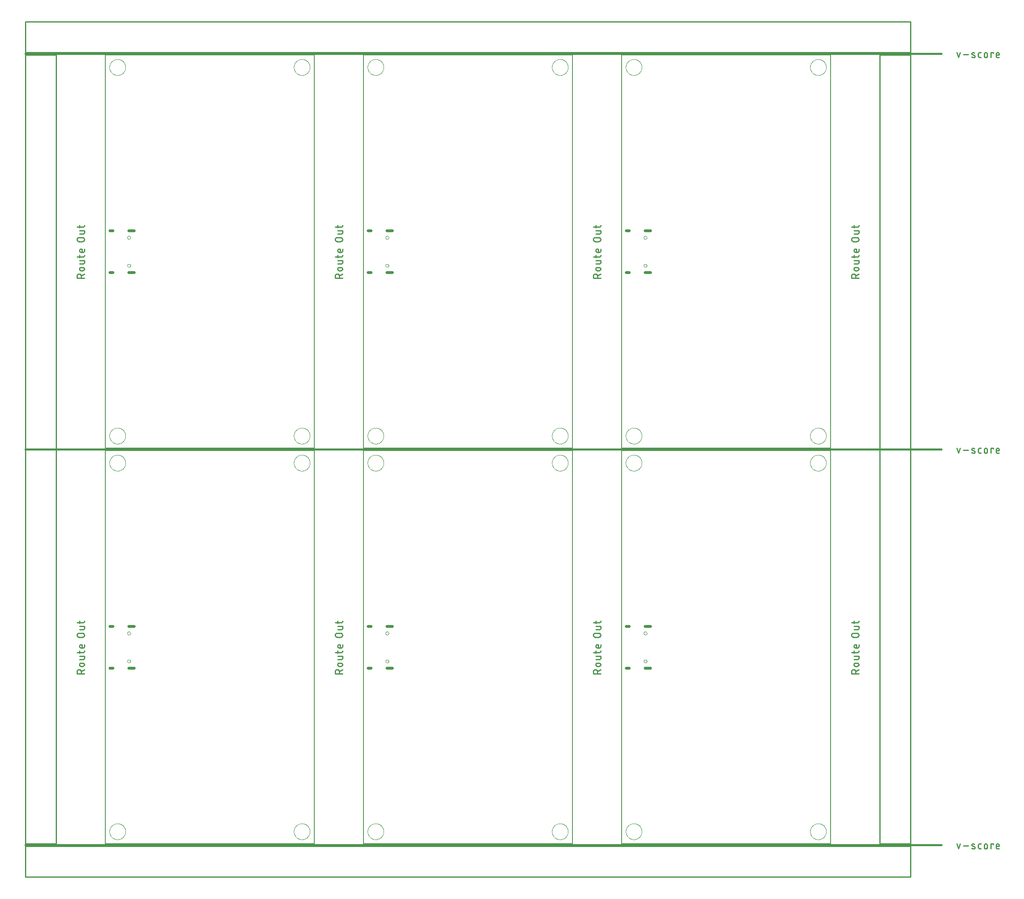
<source format=gko>
G04 EAGLE Gerber RS-274X export*
G75*
%MOMM*%
%FSLAX34Y34*%
%LPD*%
%IN*%
%IPPOS*%
%AMOC8*
5,1,8,0,0,1.08239X$1,22.5*%
G01*
%ADD10C,0.203200*%
%ADD11C,0.279400*%
%ADD12C,0.381000*%
%ADD13C,0.254000*%
%ADD14C,0.000000*%
%ADD15C,0.600000*%


D10*
X431800Y0D02*
X0Y0D01*
X0Y812800D01*
X431800Y812800D01*
X431800Y0D01*
D11*
X-43307Y351904D02*
X-58293Y351904D01*
X-58293Y356067D01*
X-58291Y356195D01*
X-58285Y356323D01*
X-58275Y356451D01*
X-58261Y356579D01*
X-58244Y356706D01*
X-58222Y356832D01*
X-58197Y356958D01*
X-58167Y357082D01*
X-58134Y357206D01*
X-58097Y357329D01*
X-58056Y357451D01*
X-58012Y357571D01*
X-57964Y357690D01*
X-57912Y357807D01*
X-57857Y357923D01*
X-57798Y358036D01*
X-57735Y358149D01*
X-57669Y358259D01*
X-57600Y358366D01*
X-57528Y358472D01*
X-57452Y358576D01*
X-57373Y358677D01*
X-57291Y358776D01*
X-57206Y358872D01*
X-57119Y358965D01*
X-57028Y359056D01*
X-56935Y359143D01*
X-56839Y359228D01*
X-56740Y359310D01*
X-56639Y359389D01*
X-56535Y359465D01*
X-56429Y359537D01*
X-56322Y359606D01*
X-56211Y359672D01*
X-56099Y359735D01*
X-55986Y359794D01*
X-55870Y359849D01*
X-55753Y359901D01*
X-55634Y359949D01*
X-55514Y359993D01*
X-55392Y360034D01*
X-55269Y360071D01*
X-55145Y360104D01*
X-55021Y360134D01*
X-54895Y360159D01*
X-54769Y360181D01*
X-54642Y360198D01*
X-54514Y360212D01*
X-54386Y360222D01*
X-54258Y360228D01*
X-54130Y360230D01*
X-54002Y360228D01*
X-53874Y360222D01*
X-53746Y360212D01*
X-53618Y360198D01*
X-53491Y360181D01*
X-53365Y360159D01*
X-53239Y360134D01*
X-53115Y360104D01*
X-52991Y360071D01*
X-52868Y360034D01*
X-52746Y359993D01*
X-52626Y359949D01*
X-52507Y359901D01*
X-52390Y359849D01*
X-52274Y359794D01*
X-52161Y359735D01*
X-52049Y359672D01*
X-51938Y359606D01*
X-51831Y359537D01*
X-51725Y359465D01*
X-51621Y359389D01*
X-51520Y359310D01*
X-51421Y359228D01*
X-51325Y359143D01*
X-51232Y359056D01*
X-51141Y358965D01*
X-51054Y358872D01*
X-50969Y358776D01*
X-50887Y358677D01*
X-50808Y358576D01*
X-50732Y358472D01*
X-50660Y358366D01*
X-50591Y358259D01*
X-50525Y358149D01*
X-50462Y358036D01*
X-50403Y357923D01*
X-50348Y357807D01*
X-50296Y357690D01*
X-50248Y357571D01*
X-50204Y357451D01*
X-50163Y357329D01*
X-50126Y357206D01*
X-50093Y357082D01*
X-50063Y356958D01*
X-50038Y356832D01*
X-50016Y356706D01*
X-49999Y356579D01*
X-49985Y356451D01*
X-49975Y356323D01*
X-49969Y356195D01*
X-49967Y356067D01*
X-49967Y351904D01*
X-49967Y356899D02*
X-43307Y360229D01*
X-46637Y367188D02*
X-49967Y367188D01*
X-50081Y367190D01*
X-50194Y367196D01*
X-50308Y367205D01*
X-50420Y367219D01*
X-50533Y367236D01*
X-50645Y367258D01*
X-50755Y367283D01*
X-50865Y367311D01*
X-50974Y367344D01*
X-51082Y367380D01*
X-51189Y367420D01*
X-51294Y367464D01*
X-51397Y367511D01*
X-51499Y367561D01*
X-51599Y367615D01*
X-51697Y367673D01*
X-51793Y367734D01*
X-51887Y367797D01*
X-51979Y367865D01*
X-52069Y367935D01*
X-52155Y368008D01*
X-52240Y368084D01*
X-52322Y368163D01*
X-52401Y368245D01*
X-52477Y368330D01*
X-52550Y368416D01*
X-52620Y368506D01*
X-52688Y368598D01*
X-52751Y368692D01*
X-52812Y368788D01*
X-52870Y368886D01*
X-52924Y368986D01*
X-52974Y369088D01*
X-53021Y369191D01*
X-53065Y369296D01*
X-53105Y369403D01*
X-53141Y369511D01*
X-53174Y369620D01*
X-53202Y369730D01*
X-53227Y369840D01*
X-53249Y369952D01*
X-53266Y370065D01*
X-53280Y370177D01*
X-53289Y370291D01*
X-53295Y370404D01*
X-53297Y370518D01*
X-53295Y370632D01*
X-53289Y370745D01*
X-53280Y370859D01*
X-53266Y370971D01*
X-53249Y371084D01*
X-53227Y371196D01*
X-53202Y371306D01*
X-53174Y371416D01*
X-53141Y371525D01*
X-53105Y371633D01*
X-53065Y371740D01*
X-53021Y371845D01*
X-52974Y371948D01*
X-52924Y372050D01*
X-52870Y372150D01*
X-52812Y372248D01*
X-52751Y372344D01*
X-52688Y372438D01*
X-52620Y372530D01*
X-52550Y372620D01*
X-52477Y372706D01*
X-52401Y372791D01*
X-52322Y372873D01*
X-52240Y372952D01*
X-52155Y373028D01*
X-52069Y373101D01*
X-51979Y373171D01*
X-51887Y373239D01*
X-51793Y373302D01*
X-51697Y373363D01*
X-51599Y373421D01*
X-51499Y373475D01*
X-51397Y373525D01*
X-51294Y373572D01*
X-51189Y373616D01*
X-51082Y373656D01*
X-50974Y373692D01*
X-50865Y373725D01*
X-50755Y373753D01*
X-50645Y373778D01*
X-50533Y373800D01*
X-50420Y373817D01*
X-50308Y373831D01*
X-50194Y373840D01*
X-50081Y373846D01*
X-49967Y373848D01*
X-46637Y373848D01*
X-46523Y373846D01*
X-46410Y373840D01*
X-46296Y373831D01*
X-46184Y373817D01*
X-46071Y373800D01*
X-45959Y373778D01*
X-45849Y373753D01*
X-45739Y373725D01*
X-45630Y373692D01*
X-45522Y373656D01*
X-45415Y373616D01*
X-45310Y373572D01*
X-45207Y373525D01*
X-45105Y373475D01*
X-45005Y373421D01*
X-44907Y373363D01*
X-44811Y373302D01*
X-44717Y373239D01*
X-44625Y373171D01*
X-44535Y373101D01*
X-44449Y373028D01*
X-44364Y372952D01*
X-44282Y372873D01*
X-44203Y372791D01*
X-44127Y372706D01*
X-44054Y372620D01*
X-43984Y372530D01*
X-43916Y372438D01*
X-43853Y372344D01*
X-43792Y372248D01*
X-43734Y372150D01*
X-43680Y372050D01*
X-43630Y371948D01*
X-43583Y371845D01*
X-43539Y371740D01*
X-43499Y371633D01*
X-43463Y371525D01*
X-43430Y371416D01*
X-43402Y371306D01*
X-43377Y371196D01*
X-43355Y371084D01*
X-43338Y370971D01*
X-43324Y370859D01*
X-43315Y370745D01*
X-43309Y370632D01*
X-43307Y370518D01*
X-43309Y370404D01*
X-43315Y370291D01*
X-43324Y370177D01*
X-43338Y370065D01*
X-43355Y369952D01*
X-43377Y369840D01*
X-43402Y369730D01*
X-43430Y369620D01*
X-43463Y369511D01*
X-43499Y369403D01*
X-43539Y369296D01*
X-43583Y369191D01*
X-43630Y369088D01*
X-43680Y368986D01*
X-43734Y368886D01*
X-43792Y368788D01*
X-43853Y368692D01*
X-43916Y368598D01*
X-43984Y368506D01*
X-44054Y368416D01*
X-44127Y368330D01*
X-44203Y368245D01*
X-44282Y368163D01*
X-44364Y368084D01*
X-44449Y368008D01*
X-44535Y367935D01*
X-44625Y367865D01*
X-44717Y367797D01*
X-44811Y367734D01*
X-44907Y367673D01*
X-45005Y367615D01*
X-45105Y367561D01*
X-45207Y367511D01*
X-45310Y367464D01*
X-45415Y367420D01*
X-45522Y367380D01*
X-45630Y367344D01*
X-45739Y367311D01*
X-45849Y367283D01*
X-45959Y367258D01*
X-46071Y367236D01*
X-46184Y367219D01*
X-46296Y367205D01*
X-46410Y367196D01*
X-46523Y367190D01*
X-46637Y367188D01*
X-45805Y381256D02*
X-53298Y381256D01*
X-45805Y381255D02*
X-45707Y381257D01*
X-45609Y381263D01*
X-45511Y381272D01*
X-45414Y381286D01*
X-45318Y381303D01*
X-45222Y381324D01*
X-45127Y381349D01*
X-45033Y381377D01*
X-44940Y381409D01*
X-44849Y381445D01*
X-44759Y381484D01*
X-44671Y381527D01*
X-44584Y381574D01*
X-44500Y381623D01*
X-44417Y381676D01*
X-44337Y381732D01*
X-44259Y381791D01*
X-44183Y381854D01*
X-44109Y381919D01*
X-44039Y381987D01*
X-43971Y382057D01*
X-43906Y382131D01*
X-43843Y382207D01*
X-43784Y382285D01*
X-43728Y382365D01*
X-43675Y382448D01*
X-43626Y382532D01*
X-43579Y382619D01*
X-43536Y382707D01*
X-43497Y382797D01*
X-43461Y382888D01*
X-43429Y382981D01*
X-43401Y383075D01*
X-43376Y383170D01*
X-43355Y383266D01*
X-43338Y383362D01*
X-43324Y383459D01*
X-43315Y383557D01*
X-43309Y383655D01*
X-43307Y383753D01*
X-43307Y387916D01*
X-53298Y387916D01*
X-53298Y393897D02*
X-53298Y398892D01*
X-58293Y395562D02*
X-45805Y395562D01*
X-45707Y395564D01*
X-45609Y395570D01*
X-45511Y395579D01*
X-45414Y395593D01*
X-45318Y395610D01*
X-45222Y395631D01*
X-45127Y395656D01*
X-45033Y395684D01*
X-44940Y395716D01*
X-44849Y395752D01*
X-44759Y395791D01*
X-44671Y395834D01*
X-44584Y395881D01*
X-44500Y395930D01*
X-44417Y395983D01*
X-44337Y396039D01*
X-44259Y396098D01*
X-44183Y396161D01*
X-44109Y396226D01*
X-44039Y396294D01*
X-43971Y396364D01*
X-43906Y396438D01*
X-43843Y396514D01*
X-43784Y396592D01*
X-43728Y396672D01*
X-43675Y396755D01*
X-43626Y396839D01*
X-43579Y396926D01*
X-43536Y397014D01*
X-43497Y397104D01*
X-43461Y397195D01*
X-43429Y397288D01*
X-43401Y397382D01*
X-43376Y397477D01*
X-43355Y397573D01*
X-43338Y397669D01*
X-43324Y397766D01*
X-43315Y397864D01*
X-43309Y397962D01*
X-43307Y398060D01*
X-43307Y398892D01*
X-43307Y407721D02*
X-43307Y411884D01*
X-43307Y407721D02*
X-43309Y407623D01*
X-43315Y407525D01*
X-43324Y407427D01*
X-43338Y407330D01*
X-43355Y407234D01*
X-43376Y407138D01*
X-43401Y407043D01*
X-43429Y406949D01*
X-43461Y406856D01*
X-43497Y406765D01*
X-43536Y406675D01*
X-43579Y406587D01*
X-43626Y406500D01*
X-43675Y406416D01*
X-43728Y406333D01*
X-43784Y406253D01*
X-43843Y406175D01*
X-43906Y406099D01*
X-43971Y406025D01*
X-44039Y405955D01*
X-44109Y405887D01*
X-44183Y405822D01*
X-44259Y405759D01*
X-44337Y405700D01*
X-44417Y405644D01*
X-44500Y405591D01*
X-44584Y405542D01*
X-44671Y405495D01*
X-44759Y405452D01*
X-44849Y405413D01*
X-44940Y405377D01*
X-45033Y405345D01*
X-45127Y405317D01*
X-45222Y405292D01*
X-45318Y405271D01*
X-45414Y405254D01*
X-45511Y405240D01*
X-45609Y405231D01*
X-45707Y405225D01*
X-45805Y405223D01*
X-45805Y405224D02*
X-49967Y405224D01*
X-50081Y405226D01*
X-50194Y405232D01*
X-50308Y405241D01*
X-50420Y405255D01*
X-50533Y405272D01*
X-50645Y405294D01*
X-50755Y405319D01*
X-50865Y405347D01*
X-50974Y405380D01*
X-51082Y405416D01*
X-51189Y405456D01*
X-51294Y405500D01*
X-51397Y405547D01*
X-51499Y405597D01*
X-51599Y405651D01*
X-51697Y405709D01*
X-51793Y405770D01*
X-51887Y405833D01*
X-51979Y405901D01*
X-52069Y405971D01*
X-52155Y406044D01*
X-52240Y406120D01*
X-52322Y406199D01*
X-52401Y406281D01*
X-52477Y406366D01*
X-52550Y406452D01*
X-52620Y406542D01*
X-52688Y406634D01*
X-52751Y406728D01*
X-52812Y406824D01*
X-52870Y406922D01*
X-52924Y407022D01*
X-52974Y407124D01*
X-53021Y407227D01*
X-53065Y407332D01*
X-53105Y407439D01*
X-53141Y407547D01*
X-53174Y407656D01*
X-53202Y407766D01*
X-53227Y407876D01*
X-53249Y407988D01*
X-53266Y408101D01*
X-53280Y408213D01*
X-53289Y408327D01*
X-53295Y408440D01*
X-53297Y408554D01*
X-53295Y408668D01*
X-53289Y408781D01*
X-53280Y408895D01*
X-53266Y409007D01*
X-53249Y409120D01*
X-53227Y409232D01*
X-53202Y409342D01*
X-53174Y409452D01*
X-53141Y409561D01*
X-53105Y409669D01*
X-53065Y409776D01*
X-53021Y409881D01*
X-52974Y409984D01*
X-52924Y410086D01*
X-52870Y410186D01*
X-52812Y410284D01*
X-52751Y410380D01*
X-52688Y410474D01*
X-52620Y410566D01*
X-52550Y410656D01*
X-52477Y410742D01*
X-52401Y410827D01*
X-52322Y410909D01*
X-52240Y410988D01*
X-52155Y411064D01*
X-52069Y411137D01*
X-51979Y411207D01*
X-51887Y411275D01*
X-51793Y411338D01*
X-51697Y411399D01*
X-51599Y411457D01*
X-51499Y411511D01*
X-51397Y411561D01*
X-51294Y411608D01*
X-51189Y411652D01*
X-51082Y411692D01*
X-50974Y411728D01*
X-50865Y411761D01*
X-50755Y411789D01*
X-50645Y411814D01*
X-50533Y411836D01*
X-50420Y411853D01*
X-50308Y411867D01*
X-50194Y411876D01*
X-50081Y411882D01*
X-49967Y411884D01*
X-48302Y411884D01*
X-48302Y405224D01*
X-47470Y427317D02*
X-54130Y427317D01*
X-54258Y427319D01*
X-54386Y427325D01*
X-54514Y427335D01*
X-54642Y427349D01*
X-54769Y427366D01*
X-54895Y427388D01*
X-55021Y427413D01*
X-55145Y427443D01*
X-55269Y427476D01*
X-55392Y427513D01*
X-55514Y427554D01*
X-55634Y427598D01*
X-55753Y427646D01*
X-55870Y427698D01*
X-55986Y427753D01*
X-56099Y427812D01*
X-56212Y427875D01*
X-56322Y427941D01*
X-56429Y428010D01*
X-56535Y428082D01*
X-56639Y428158D01*
X-56740Y428237D01*
X-56839Y428319D01*
X-56935Y428404D01*
X-57028Y428491D01*
X-57119Y428582D01*
X-57206Y428675D01*
X-57291Y428771D01*
X-57373Y428870D01*
X-57452Y428971D01*
X-57528Y429075D01*
X-57600Y429181D01*
X-57669Y429288D01*
X-57735Y429399D01*
X-57798Y429511D01*
X-57857Y429624D01*
X-57912Y429740D01*
X-57964Y429857D01*
X-58012Y429976D01*
X-58056Y430096D01*
X-58097Y430218D01*
X-58134Y430341D01*
X-58167Y430465D01*
X-58197Y430589D01*
X-58222Y430715D01*
X-58244Y430841D01*
X-58261Y430968D01*
X-58275Y431096D01*
X-58285Y431224D01*
X-58291Y431352D01*
X-58293Y431480D01*
X-58291Y431608D01*
X-58285Y431736D01*
X-58275Y431864D01*
X-58261Y431992D01*
X-58244Y432119D01*
X-58222Y432245D01*
X-58197Y432371D01*
X-58167Y432495D01*
X-58134Y432619D01*
X-58097Y432742D01*
X-58056Y432864D01*
X-58012Y432984D01*
X-57964Y433103D01*
X-57912Y433220D01*
X-57857Y433336D01*
X-57798Y433449D01*
X-57735Y433562D01*
X-57669Y433672D01*
X-57600Y433779D01*
X-57528Y433885D01*
X-57452Y433989D01*
X-57373Y434090D01*
X-57291Y434189D01*
X-57206Y434285D01*
X-57119Y434378D01*
X-57028Y434469D01*
X-56935Y434556D01*
X-56839Y434641D01*
X-56740Y434723D01*
X-56639Y434802D01*
X-56535Y434878D01*
X-56429Y434950D01*
X-56322Y435019D01*
X-56211Y435085D01*
X-56099Y435148D01*
X-55986Y435207D01*
X-55870Y435262D01*
X-55753Y435314D01*
X-55634Y435362D01*
X-55514Y435406D01*
X-55392Y435447D01*
X-55269Y435484D01*
X-55145Y435517D01*
X-55021Y435547D01*
X-54895Y435572D01*
X-54769Y435594D01*
X-54642Y435611D01*
X-54514Y435625D01*
X-54386Y435635D01*
X-54258Y435641D01*
X-54130Y435643D01*
X-54130Y435642D02*
X-47470Y435642D01*
X-47470Y435643D02*
X-47342Y435641D01*
X-47214Y435635D01*
X-47086Y435625D01*
X-46958Y435611D01*
X-46831Y435594D01*
X-46705Y435572D01*
X-46579Y435547D01*
X-46455Y435517D01*
X-46331Y435484D01*
X-46208Y435447D01*
X-46086Y435406D01*
X-45966Y435362D01*
X-45847Y435314D01*
X-45730Y435262D01*
X-45614Y435207D01*
X-45501Y435148D01*
X-45388Y435085D01*
X-45278Y435019D01*
X-45171Y434950D01*
X-45065Y434878D01*
X-44961Y434802D01*
X-44860Y434723D01*
X-44761Y434641D01*
X-44665Y434556D01*
X-44572Y434469D01*
X-44481Y434378D01*
X-44394Y434285D01*
X-44309Y434189D01*
X-44227Y434090D01*
X-44148Y433989D01*
X-44072Y433885D01*
X-44000Y433779D01*
X-43931Y433672D01*
X-43865Y433562D01*
X-43802Y433449D01*
X-43743Y433336D01*
X-43688Y433220D01*
X-43636Y433103D01*
X-43588Y432984D01*
X-43544Y432864D01*
X-43503Y432742D01*
X-43466Y432619D01*
X-43433Y432495D01*
X-43403Y432371D01*
X-43378Y432245D01*
X-43356Y432119D01*
X-43339Y431992D01*
X-43325Y431864D01*
X-43315Y431736D01*
X-43309Y431608D01*
X-43307Y431480D01*
X-43309Y431352D01*
X-43315Y431224D01*
X-43325Y431096D01*
X-43339Y430968D01*
X-43356Y430841D01*
X-43378Y430715D01*
X-43403Y430589D01*
X-43433Y430465D01*
X-43466Y430341D01*
X-43503Y430218D01*
X-43544Y430096D01*
X-43588Y429976D01*
X-43636Y429857D01*
X-43688Y429740D01*
X-43743Y429624D01*
X-43802Y429511D01*
X-43865Y429399D01*
X-43931Y429288D01*
X-44000Y429181D01*
X-44072Y429075D01*
X-44148Y428971D01*
X-44227Y428870D01*
X-44309Y428771D01*
X-44394Y428675D01*
X-44481Y428582D01*
X-44572Y428491D01*
X-44665Y428404D01*
X-44761Y428319D01*
X-44860Y428237D01*
X-44961Y428158D01*
X-45065Y428082D01*
X-45171Y428010D01*
X-45278Y427941D01*
X-45389Y427875D01*
X-45501Y427812D01*
X-45614Y427753D01*
X-45730Y427698D01*
X-45847Y427646D01*
X-45966Y427598D01*
X-46086Y427554D01*
X-46208Y427513D01*
X-46331Y427476D01*
X-46455Y427443D01*
X-46579Y427413D01*
X-46705Y427388D01*
X-46831Y427366D01*
X-46958Y427349D01*
X-47086Y427335D01*
X-47214Y427325D01*
X-47342Y427319D01*
X-47470Y427317D01*
X-45805Y443259D02*
X-53298Y443259D01*
X-45805Y443259D02*
X-45707Y443261D01*
X-45609Y443267D01*
X-45511Y443276D01*
X-45414Y443290D01*
X-45318Y443307D01*
X-45222Y443328D01*
X-45127Y443353D01*
X-45033Y443381D01*
X-44940Y443413D01*
X-44849Y443449D01*
X-44759Y443488D01*
X-44671Y443531D01*
X-44584Y443578D01*
X-44500Y443627D01*
X-44417Y443680D01*
X-44337Y443736D01*
X-44259Y443795D01*
X-44183Y443858D01*
X-44109Y443923D01*
X-44039Y443991D01*
X-43971Y444061D01*
X-43906Y444135D01*
X-43843Y444211D01*
X-43784Y444289D01*
X-43728Y444369D01*
X-43675Y444452D01*
X-43626Y444536D01*
X-43579Y444623D01*
X-43536Y444711D01*
X-43497Y444801D01*
X-43461Y444892D01*
X-43429Y444985D01*
X-43401Y445079D01*
X-43376Y445174D01*
X-43355Y445270D01*
X-43338Y445366D01*
X-43324Y445463D01*
X-43315Y445561D01*
X-43309Y445659D01*
X-43307Y445757D01*
X-43307Y449920D01*
X-53298Y449920D01*
X-53298Y455901D02*
X-53298Y460896D01*
X-58293Y457566D02*
X-45805Y457566D01*
X-45707Y457568D01*
X-45609Y457574D01*
X-45511Y457583D01*
X-45414Y457597D01*
X-45318Y457614D01*
X-45222Y457635D01*
X-45127Y457660D01*
X-45033Y457688D01*
X-44940Y457720D01*
X-44849Y457756D01*
X-44759Y457795D01*
X-44671Y457838D01*
X-44584Y457885D01*
X-44500Y457934D01*
X-44417Y457987D01*
X-44337Y458043D01*
X-44259Y458102D01*
X-44183Y458165D01*
X-44109Y458230D01*
X-44039Y458298D01*
X-43971Y458368D01*
X-43906Y458442D01*
X-43843Y458518D01*
X-43784Y458596D01*
X-43728Y458676D01*
X-43675Y458759D01*
X-43626Y458843D01*
X-43579Y458930D01*
X-43536Y459018D01*
X-43497Y459108D01*
X-43461Y459199D01*
X-43429Y459292D01*
X-43401Y459386D01*
X-43376Y459481D01*
X-43355Y459577D01*
X-43338Y459673D01*
X-43324Y459770D01*
X-43315Y459868D01*
X-43309Y459966D01*
X-43307Y460064D01*
X-43307Y460896D01*
D10*
X533400Y0D02*
X965200Y0D01*
X533400Y0D02*
X533400Y812800D01*
X965200Y812800D01*
X965200Y0D01*
D11*
X490093Y351904D02*
X475107Y351904D01*
X475107Y356067D01*
X475109Y356195D01*
X475115Y356323D01*
X475125Y356451D01*
X475139Y356579D01*
X475156Y356706D01*
X475178Y356832D01*
X475203Y356958D01*
X475233Y357082D01*
X475266Y357206D01*
X475303Y357329D01*
X475344Y357451D01*
X475388Y357571D01*
X475436Y357690D01*
X475488Y357807D01*
X475543Y357923D01*
X475602Y358036D01*
X475665Y358149D01*
X475731Y358259D01*
X475800Y358366D01*
X475872Y358472D01*
X475948Y358576D01*
X476027Y358677D01*
X476109Y358776D01*
X476194Y358872D01*
X476281Y358965D01*
X476372Y359056D01*
X476465Y359143D01*
X476561Y359228D01*
X476660Y359310D01*
X476761Y359389D01*
X476865Y359465D01*
X476971Y359537D01*
X477078Y359606D01*
X477189Y359672D01*
X477301Y359735D01*
X477414Y359794D01*
X477530Y359849D01*
X477647Y359901D01*
X477766Y359949D01*
X477886Y359993D01*
X478008Y360034D01*
X478131Y360071D01*
X478255Y360104D01*
X478379Y360134D01*
X478505Y360159D01*
X478631Y360181D01*
X478758Y360198D01*
X478886Y360212D01*
X479014Y360222D01*
X479142Y360228D01*
X479270Y360230D01*
X479398Y360228D01*
X479526Y360222D01*
X479654Y360212D01*
X479782Y360198D01*
X479909Y360181D01*
X480035Y360159D01*
X480161Y360134D01*
X480285Y360104D01*
X480409Y360071D01*
X480532Y360034D01*
X480654Y359993D01*
X480774Y359949D01*
X480893Y359901D01*
X481010Y359849D01*
X481126Y359794D01*
X481239Y359735D01*
X481352Y359672D01*
X481462Y359606D01*
X481569Y359537D01*
X481675Y359465D01*
X481779Y359389D01*
X481880Y359310D01*
X481979Y359228D01*
X482075Y359143D01*
X482168Y359056D01*
X482259Y358965D01*
X482346Y358872D01*
X482431Y358776D01*
X482513Y358677D01*
X482592Y358576D01*
X482668Y358472D01*
X482740Y358366D01*
X482809Y358259D01*
X482875Y358149D01*
X482938Y358036D01*
X482997Y357923D01*
X483052Y357807D01*
X483104Y357690D01*
X483152Y357571D01*
X483196Y357451D01*
X483237Y357329D01*
X483274Y357206D01*
X483307Y357082D01*
X483337Y356958D01*
X483362Y356832D01*
X483384Y356706D01*
X483401Y356579D01*
X483415Y356451D01*
X483425Y356323D01*
X483431Y356195D01*
X483433Y356067D01*
X483433Y351904D01*
X483433Y356899D02*
X490093Y360229D01*
X486763Y367188D02*
X483433Y367188D01*
X483319Y367190D01*
X483206Y367196D01*
X483092Y367205D01*
X482980Y367219D01*
X482867Y367236D01*
X482755Y367258D01*
X482645Y367283D01*
X482535Y367311D01*
X482426Y367344D01*
X482318Y367380D01*
X482211Y367420D01*
X482106Y367464D01*
X482003Y367511D01*
X481901Y367561D01*
X481801Y367615D01*
X481703Y367673D01*
X481607Y367734D01*
X481513Y367797D01*
X481421Y367865D01*
X481331Y367935D01*
X481245Y368008D01*
X481160Y368084D01*
X481078Y368163D01*
X480999Y368245D01*
X480923Y368330D01*
X480850Y368416D01*
X480780Y368506D01*
X480712Y368598D01*
X480649Y368692D01*
X480588Y368788D01*
X480530Y368886D01*
X480476Y368986D01*
X480426Y369088D01*
X480379Y369191D01*
X480335Y369296D01*
X480295Y369403D01*
X480259Y369511D01*
X480226Y369620D01*
X480198Y369730D01*
X480173Y369840D01*
X480151Y369952D01*
X480134Y370065D01*
X480120Y370177D01*
X480111Y370291D01*
X480105Y370404D01*
X480103Y370518D01*
X480105Y370632D01*
X480111Y370745D01*
X480120Y370859D01*
X480134Y370971D01*
X480151Y371084D01*
X480173Y371196D01*
X480198Y371306D01*
X480226Y371416D01*
X480259Y371525D01*
X480295Y371633D01*
X480335Y371740D01*
X480379Y371845D01*
X480426Y371948D01*
X480476Y372050D01*
X480530Y372150D01*
X480588Y372248D01*
X480649Y372344D01*
X480712Y372438D01*
X480780Y372530D01*
X480850Y372620D01*
X480923Y372706D01*
X480999Y372791D01*
X481078Y372873D01*
X481160Y372952D01*
X481245Y373028D01*
X481331Y373101D01*
X481421Y373171D01*
X481513Y373239D01*
X481607Y373302D01*
X481703Y373363D01*
X481801Y373421D01*
X481901Y373475D01*
X482003Y373525D01*
X482106Y373572D01*
X482211Y373616D01*
X482318Y373656D01*
X482426Y373692D01*
X482535Y373725D01*
X482645Y373753D01*
X482755Y373778D01*
X482867Y373800D01*
X482980Y373817D01*
X483092Y373831D01*
X483206Y373840D01*
X483319Y373846D01*
X483433Y373848D01*
X486763Y373848D01*
X486877Y373846D01*
X486990Y373840D01*
X487104Y373831D01*
X487216Y373817D01*
X487329Y373800D01*
X487441Y373778D01*
X487551Y373753D01*
X487661Y373725D01*
X487770Y373692D01*
X487878Y373656D01*
X487985Y373616D01*
X488090Y373572D01*
X488193Y373525D01*
X488295Y373475D01*
X488395Y373421D01*
X488493Y373363D01*
X488589Y373302D01*
X488683Y373239D01*
X488775Y373171D01*
X488865Y373101D01*
X488951Y373028D01*
X489036Y372952D01*
X489118Y372873D01*
X489197Y372791D01*
X489273Y372706D01*
X489346Y372620D01*
X489416Y372530D01*
X489484Y372438D01*
X489547Y372344D01*
X489608Y372248D01*
X489666Y372150D01*
X489720Y372050D01*
X489770Y371948D01*
X489817Y371845D01*
X489861Y371740D01*
X489901Y371633D01*
X489937Y371525D01*
X489970Y371416D01*
X489998Y371306D01*
X490023Y371196D01*
X490045Y371084D01*
X490062Y370971D01*
X490076Y370859D01*
X490085Y370745D01*
X490091Y370632D01*
X490093Y370518D01*
X490091Y370404D01*
X490085Y370291D01*
X490076Y370177D01*
X490062Y370065D01*
X490045Y369952D01*
X490023Y369840D01*
X489998Y369730D01*
X489970Y369620D01*
X489937Y369511D01*
X489901Y369403D01*
X489861Y369296D01*
X489817Y369191D01*
X489770Y369088D01*
X489720Y368986D01*
X489666Y368886D01*
X489608Y368788D01*
X489547Y368692D01*
X489484Y368598D01*
X489416Y368506D01*
X489346Y368416D01*
X489273Y368330D01*
X489197Y368245D01*
X489118Y368163D01*
X489036Y368084D01*
X488951Y368008D01*
X488865Y367935D01*
X488775Y367865D01*
X488683Y367797D01*
X488589Y367734D01*
X488493Y367673D01*
X488395Y367615D01*
X488295Y367561D01*
X488193Y367511D01*
X488090Y367464D01*
X487985Y367420D01*
X487878Y367380D01*
X487770Y367344D01*
X487661Y367311D01*
X487551Y367283D01*
X487441Y367258D01*
X487329Y367236D01*
X487216Y367219D01*
X487104Y367205D01*
X486990Y367196D01*
X486877Y367190D01*
X486763Y367188D01*
X487595Y381256D02*
X480102Y381256D01*
X487595Y381255D02*
X487693Y381257D01*
X487791Y381263D01*
X487889Y381272D01*
X487986Y381286D01*
X488082Y381303D01*
X488178Y381324D01*
X488273Y381349D01*
X488367Y381377D01*
X488460Y381409D01*
X488551Y381445D01*
X488641Y381484D01*
X488729Y381527D01*
X488816Y381574D01*
X488900Y381623D01*
X488983Y381676D01*
X489063Y381732D01*
X489142Y381791D01*
X489217Y381854D01*
X489291Y381919D01*
X489361Y381987D01*
X489429Y382057D01*
X489495Y382131D01*
X489557Y382207D01*
X489616Y382285D01*
X489672Y382365D01*
X489725Y382448D01*
X489775Y382532D01*
X489821Y382619D01*
X489864Y382707D01*
X489903Y382797D01*
X489939Y382888D01*
X489971Y382981D01*
X489999Y383075D01*
X490024Y383170D01*
X490045Y383266D01*
X490062Y383362D01*
X490076Y383459D01*
X490085Y383557D01*
X490091Y383655D01*
X490093Y383753D01*
X490093Y387916D01*
X480102Y387916D01*
X480102Y393897D02*
X480102Y398892D01*
X475107Y395562D02*
X487595Y395562D01*
X487693Y395564D01*
X487791Y395570D01*
X487889Y395579D01*
X487986Y395593D01*
X488082Y395610D01*
X488178Y395631D01*
X488273Y395656D01*
X488367Y395684D01*
X488460Y395716D01*
X488551Y395752D01*
X488641Y395791D01*
X488729Y395834D01*
X488816Y395881D01*
X488900Y395930D01*
X488983Y395983D01*
X489063Y396039D01*
X489142Y396098D01*
X489217Y396161D01*
X489291Y396226D01*
X489361Y396294D01*
X489429Y396364D01*
X489495Y396438D01*
X489557Y396514D01*
X489616Y396592D01*
X489672Y396672D01*
X489725Y396755D01*
X489775Y396839D01*
X489821Y396926D01*
X489864Y397014D01*
X489903Y397104D01*
X489939Y397195D01*
X489971Y397288D01*
X489999Y397382D01*
X490024Y397477D01*
X490045Y397573D01*
X490062Y397669D01*
X490076Y397766D01*
X490085Y397864D01*
X490091Y397962D01*
X490093Y398060D01*
X490093Y398892D01*
X490093Y407721D02*
X490093Y411884D01*
X490093Y407721D02*
X490091Y407623D01*
X490085Y407525D01*
X490076Y407427D01*
X490062Y407330D01*
X490045Y407234D01*
X490024Y407138D01*
X489999Y407043D01*
X489971Y406949D01*
X489939Y406856D01*
X489903Y406765D01*
X489864Y406675D01*
X489821Y406587D01*
X489774Y406500D01*
X489725Y406416D01*
X489672Y406333D01*
X489616Y406253D01*
X489557Y406175D01*
X489495Y406099D01*
X489429Y406025D01*
X489361Y405955D01*
X489291Y405887D01*
X489217Y405822D01*
X489142Y405759D01*
X489063Y405700D01*
X488983Y405644D01*
X488900Y405591D01*
X488816Y405542D01*
X488729Y405495D01*
X488641Y405452D01*
X488551Y405413D01*
X488460Y405377D01*
X488367Y405345D01*
X488273Y405317D01*
X488178Y405292D01*
X488082Y405271D01*
X487986Y405254D01*
X487889Y405240D01*
X487791Y405231D01*
X487693Y405225D01*
X487595Y405223D01*
X487595Y405224D02*
X483433Y405224D01*
X483319Y405226D01*
X483206Y405232D01*
X483092Y405241D01*
X482980Y405255D01*
X482867Y405272D01*
X482755Y405294D01*
X482645Y405319D01*
X482535Y405347D01*
X482426Y405380D01*
X482318Y405416D01*
X482211Y405456D01*
X482106Y405500D01*
X482003Y405547D01*
X481901Y405597D01*
X481801Y405651D01*
X481703Y405709D01*
X481607Y405770D01*
X481513Y405833D01*
X481421Y405901D01*
X481331Y405971D01*
X481245Y406044D01*
X481160Y406120D01*
X481078Y406199D01*
X480999Y406281D01*
X480923Y406366D01*
X480850Y406452D01*
X480780Y406542D01*
X480712Y406634D01*
X480649Y406728D01*
X480588Y406824D01*
X480530Y406922D01*
X480476Y407022D01*
X480426Y407124D01*
X480379Y407227D01*
X480335Y407332D01*
X480295Y407439D01*
X480259Y407547D01*
X480226Y407656D01*
X480198Y407766D01*
X480173Y407876D01*
X480151Y407988D01*
X480134Y408101D01*
X480120Y408213D01*
X480111Y408327D01*
X480105Y408440D01*
X480103Y408554D01*
X480105Y408668D01*
X480111Y408781D01*
X480120Y408895D01*
X480134Y409007D01*
X480151Y409120D01*
X480173Y409232D01*
X480198Y409342D01*
X480226Y409452D01*
X480259Y409561D01*
X480295Y409669D01*
X480335Y409776D01*
X480379Y409881D01*
X480426Y409984D01*
X480476Y410086D01*
X480530Y410186D01*
X480588Y410284D01*
X480649Y410380D01*
X480712Y410474D01*
X480780Y410566D01*
X480850Y410656D01*
X480923Y410742D01*
X480999Y410827D01*
X481078Y410909D01*
X481160Y410988D01*
X481245Y411064D01*
X481331Y411137D01*
X481421Y411207D01*
X481513Y411275D01*
X481607Y411338D01*
X481703Y411399D01*
X481801Y411457D01*
X481901Y411511D01*
X482003Y411561D01*
X482106Y411608D01*
X482211Y411652D01*
X482318Y411692D01*
X482426Y411728D01*
X482535Y411761D01*
X482645Y411789D01*
X482755Y411814D01*
X482867Y411836D01*
X482980Y411853D01*
X483092Y411867D01*
X483206Y411876D01*
X483319Y411882D01*
X483433Y411884D01*
X485098Y411884D01*
X485098Y405224D01*
X485930Y427317D02*
X479270Y427317D01*
X479142Y427319D01*
X479014Y427325D01*
X478886Y427335D01*
X478758Y427349D01*
X478631Y427366D01*
X478505Y427388D01*
X478379Y427413D01*
X478255Y427443D01*
X478131Y427476D01*
X478008Y427513D01*
X477886Y427554D01*
X477766Y427598D01*
X477647Y427646D01*
X477530Y427698D01*
X477414Y427753D01*
X477301Y427812D01*
X477189Y427875D01*
X477078Y427941D01*
X476971Y428010D01*
X476865Y428082D01*
X476761Y428158D01*
X476660Y428237D01*
X476561Y428319D01*
X476465Y428404D01*
X476372Y428491D01*
X476281Y428582D01*
X476194Y428675D01*
X476109Y428771D01*
X476027Y428870D01*
X475948Y428971D01*
X475872Y429075D01*
X475800Y429181D01*
X475731Y429288D01*
X475665Y429399D01*
X475602Y429511D01*
X475543Y429624D01*
X475488Y429740D01*
X475436Y429857D01*
X475388Y429976D01*
X475344Y430096D01*
X475303Y430218D01*
X475266Y430341D01*
X475233Y430465D01*
X475203Y430589D01*
X475178Y430715D01*
X475156Y430841D01*
X475139Y430968D01*
X475125Y431096D01*
X475115Y431224D01*
X475109Y431352D01*
X475107Y431480D01*
X475109Y431608D01*
X475115Y431736D01*
X475125Y431864D01*
X475139Y431992D01*
X475156Y432119D01*
X475178Y432245D01*
X475203Y432371D01*
X475233Y432495D01*
X475266Y432619D01*
X475303Y432742D01*
X475344Y432864D01*
X475388Y432984D01*
X475436Y433103D01*
X475488Y433220D01*
X475543Y433336D01*
X475602Y433449D01*
X475665Y433562D01*
X475731Y433672D01*
X475800Y433779D01*
X475872Y433885D01*
X475948Y433989D01*
X476027Y434090D01*
X476109Y434189D01*
X476194Y434285D01*
X476281Y434378D01*
X476372Y434469D01*
X476465Y434556D01*
X476561Y434641D01*
X476660Y434723D01*
X476761Y434802D01*
X476865Y434878D01*
X476971Y434950D01*
X477078Y435019D01*
X477189Y435085D01*
X477301Y435148D01*
X477414Y435207D01*
X477530Y435262D01*
X477647Y435314D01*
X477766Y435362D01*
X477886Y435406D01*
X478008Y435447D01*
X478131Y435484D01*
X478255Y435517D01*
X478379Y435547D01*
X478505Y435572D01*
X478631Y435594D01*
X478758Y435611D01*
X478886Y435625D01*
X479014Y435635D01*
X479142Y435641D01*
X479270Y435643D01*
X479270Y435642D02*
X485930Y435642D01*
X485930Y435643D02*
X486058Y435641D01*
X486186Y435635D01*
X486314Y435625D01*
X486442Y435611D01*
X486569Y435594D01*
X486695Y435572D01*
X486821Y435547D01*
X486945Y435517D01*
X487069Y435484D01*
X487192Y435447D01*
X487314Y435406D01*
X487434Y435362D01*
X487553Y435314D01*
X487670Y435262D01*
X487786Y435207D01*
X487899Y435148D01*
X488012Y435085D01*
X488122Y435019D01*
X488229Y434950D01*
X488335Y434878D01*
X488439Y434802D01*
X488540Y434723D01*
X488639Y434641D01*
X488735Y434556D01*
X488828Y434469D01*
X488919Y434378D01*
X489006Y434285D01*
X489091Y434189D01*
X489173Y434090D01*
X489252Y433989D01*
X489328Y433885D01*
X489400Y433779D01*
X489469Y433672D01*
X489535Y433562D01*
X489598Y433449D01*
X489657Y433336D01*
X489712Y433220D01*
X489764Y433103D01*
X489812Y432984D01*
X489856Y432864D01*
X489897Y432742D01*
X489934Y432619D01*
X489967Y432495D01*
X489997Y432371D01*
X490022Y432245D01*
X490044Y432119D01*
X490061Y431992D01*
X490075Y431864D01*
X490085Y431736D01*
X490091Y431608D01*
X490093Y431480D01*
X490091Y431352D01*
X490085Y431224D01*
X490075Y431096D01*
X490061Y430968D01*
X490044Y430841D01*
X490022Y430715D01*
X489997Y430589D01*
X489967Y430465D01*
X489934Y430341D01*
X489897Y430218D01*
X489856Y430096D01*
X489812Y429976D01*
X489764Y429857D01*
X489712Y429740D01*
X489657Y429624D01*
X489598Y429511D01*
X489535Y429399D01*
X489469Y429288D01*
X489400Y429181D01*
X489328Y429075D01*
X489252Y428971D01*
X489173Y428870D01*
X489091Y428771D01*
X489006Y428675D01*
X488919Y428582D01*
X488828Y428491D01*
X488735Y428404D01*
X488639Y428319D01*
X488540Y428237D01*
X488439Y428158D01*
X488335Y428082D01*
X488229Y428010D01*
X488122Y427941D01*
X488012Y427875D01*
X487899Y427812D01*
X487786Y427753D01*
X487670Y427698D01*
X487553Y427646D01*
X487434Y427598D01*
X487314Y427554D01*
X487192Y427513D01*
X487069Y427476D01*
X486945Y427443D01*
X486821Y427413D01*
X486695Y427388D01*
X486569Y427366D01*
X486442Y427349D01*
X486314Y427335D01*
X486186Y427325D01*
X486058Y427319D01*
X485930Y427317D01*
X487595Y443259D02*
X480102Y443259D01*
X487595Y443259D02*
X487693Y443261D01*
X487791Y443267D01*
X487889Y443276D01*
X487986Y443290D01*
X488082Y443307D01*
X488178Y443328D01*
X488273Y443353D01*
X488367Y443381D01*
X488460Y443413D01*
X488551Y443449D01*
X488641Y443488D01*
X488729Y443531D01*
X488816Y443578D01*
X488900Y443627D01*
X488983Y443680D01*
X489063Y443736D01*
X489142Y443795D01*
X489217Y443858D01*
X489291Y443923D01*
X489361Y443991D01*
X489429Y444061D01*
X489495Y444135D01*
X489557Y444211D01*
X489616Y444289D01*
X489672Y444369D01*
X489725Y444452D01*
X489775Y444536D01*
X489821Y444623D01*
X489864Y444711D01*
X489903Y444801D01*
X489939Y444892D01*
X489971Y444985D01*
X489999Y445079D01*
X490024Y445174D01*
X490045Y445270D01*
X490062Y445366D01*
X490076Y445463D01*
X490085Y445561D01*
X490091Y445659D01*
X490093Y445757D01*
X490093Y449920D01*
X480102Y449920D01*
X480102Y455901D02*
X480102Y460896D01*
X475107Y457566D02*
X487595Y457566D01*
X487595Y457565D02*
X487693Y457567D01*
X487791Y457573D01*
X487889Y457582D01*
X487986Y457596D01*
X488082Y457613D01*
X488178Y457634D01*
X488273Y457659D01*
X488367Y457687D01*
X488460Y457719D01*
X488551Y457755D01*
X488641Y457794D01*
X488729Y457837D01*
X488816Y457884D01*
X488900Y457933D01*
X488983Y457986D01*
X489063Y458042D01*
X489142Y458101D01*
X489217Y458164D01*
X489291Y458229D01*
X489361Y458297D01*
X489429Y458367D01*
X489495Y458441D01*
X489557Y458517D01*
X489616Y458595D01*
X489672Y458675D01*
X489725Y458758D01*
X489775Y458842D01*
X489821Y458929D01*
X489864Y459017D01*
X489903Y459107D01*
X489939Y459198D01*
X489971Y459291D01*
X489999Y459385D01*
X490024Y459480D01*
X490045Y459576D01*
X490062Y459672D01*
X490076Y459769D01*
X490085Y459867D01*
X490091Y459965D01*
X490093Y460063D01*
X490093Y460064D02*
X490093Y460896D01*
D10*
X1066800Y0D02*
X1498600Y0D01*
X1066800Y0D02*
X1066800Y812800D01*
X1498600Y812800D01*
X1498600Y0D01*
D11*
X1023493Y351904D02*
X1008507Y351904D01*
X1008507Y356067D01*
X1008509Y356195D01*
X1008515Y356323D01*
X1008525Y356451D01*
X1008539Y356579D01*
X1008556Y356706D01*
X1008578Y356832D01*
X1008603Y356958D01*
X1008633Y357082D01*
X1008666Y357206D01*
X1008703Y357329D01*
X1008744Y357451D01*
X1008788Y357571D01*
X1008836Y357690D01*
X1008888Y357807D01*
X1008943Y357923D01*
X1009002Y358036D01*
X1009065Y358149D01*
X1009131Y358259D01*
X1009200Y358366D01*
X1009272Y358472D01*
X1009348Y358576D01*
X1009427Y358677D01*
X1009509Y358776D01*
X1009594Y358872D01*
X1009681Y358965D01*
X1009772Y359056D01*
X1009865Y359143D01*
X1009961Y359228D01*
X1010060Y359310D01*
X1010161Y359389D01*
X1010265Y359465D01*
X1010371Y359537D01*
X1010478Y359606D01*
X1010589Y359672D01*
X1010701Y359735D01*
X1010814Y359794D01*
X1010930Y359849D01*
X1011047Y359901D01*
X1011166Y359949D01*
X1011286Y359993D01*
X1011408Y360034D01*
X1011531Y360071D01*
X1011655Y360104D01*
X1011779Y360134D01*
X1011905Y360159D01*
X1012031Y360181D01*
X1012158Y360198D01*
X1012286Y360212D01*
X1012414Y360222D01*
X1012542Y360228D01*
X1012670Y360230D01*
X1012798Y360228D01*
X1012926Y360222D01*
X1013054Y360212D01*
X1013182Y360198D01*
X1013309Y360181D01*
X1013435Y360159D01*
X1013561Y360134D01*
X1013685Y360104D01*
X1013809Y360071D01*
X1013932Y360034D01*
X1014054Y359993D01*
X1014174Y359949D01*
X1014293Y359901D01*
X1014410Y359849D01*
X1014526Y359794D01*
X1014639Y359735D01*
X1014752Y359672D01*
X1014862Y359606D01*
X1014969Y359537D01*
X1015075Y359465D01*
X1015179Y359389D01*
X1015280Y359310D01*
X1015379Y359228D01*
X1015475Y359143D01*
X1015568Y359056D01*
X1015659Y358965D01*
X1015746Y358872D01*
X1015831Y358776D01*
X1015913Y358677D01*
X1015992Y358576D01*
X1016068Y358472D01*
X1016140Y358366D01*
X1016209Y358259D01*
X1016275Y358149D01*
X1016338Y358036D01*
X1016397Y357923D01*
X1016452Y357807D01*
X1016504Y357690D01*
X1016552Y357571D01*
X1016596Y357451D01*
X1016637Y357329D01*
X1016674Y357206D01*
X1016707Y357082D01*
X1016737Y356958D01*
X1016762Y356832D01*
X1016784Y356706D01*
X1016801Y356579D01*
X1016815Y356451D01*
X1016825Y356323D01*
X1016831Y356195D01*
X1016833Y356067D01*
X1016833Y351904D01*
X1016833Y356899D02*
X1023493Y360229D01*
X1020163Y367188D02*
X1016833Y367188D01*
X1016719Y367190D01*
X1016606Y367196D01*
X1016492Y367205D01*
X1016380Y367219D01*
X1016267Y367236D01*
X1016155Y367258D01*
X1016045Y367283D01*
X1015935Y367311D01*
X1015826Y367344D01*
X1015718Y367380D01*
X1015611Y367420D01*
X1015506Y367464D01*
X1015403Y367511D01*
X1015301Y367561D01*
X1015201Y367615D01*
X1015103Y367673D01*
X1015007Y367734D01*
X1014913Y367797D01*
X1014821Y367865D01*
X1014731Y367935D01*
X1014645Y368008D01*
X1014560Y368084D01*
X1014478Y368163D01*
X1014399Y368245D01*
X1014323Y368330D01*
X1014250Y368416D01*
X1014180Y368506D01*
X1014112Y368598D01*
X1014049Y368692D01*
X1013988Y368788D01*
X1013930Y368886D01*
X1013876Y368986D01*
X1013826Y369088D01*
X1013779Y369191D01*
X1013735Y369296D01*
X1013695Y369403D01*
X1013659Y369511D01*
X1013626Y369620D01*
X1013598Y369730D01*
X1013573Y369840D01*
X1013551Y369952D01*
X1013534Y370065D01*
X1013520Y370177D01*
X1013511Y370291D01*
X1013505Y370404D01*
X1013503Y370518D01*
X1013505Y370632D01*
X1013511Y370745D01*
X1013520Y370859D01*
X1013534Y370971D01*
X1013551Y371084D01*
X1013573Y371196D01*
X1013598Y371306D01*
X1013626Y371416D01*
X1013659Y371525D01*
X1013695Y371633D01*
X1013735Y371740D01*
X1013779Y371845D01*
X1013826Y371948D01*
X1013876Y372050D01*
X1013930Y372150D01*
X1013988Y372248D01*
X1014049Y372344D01*
X1014112Y372438D01*
X1014180Y372530D01*
X1014250Y372620D01*
X1014323Y372706D01*
X1014399Y372791D01*
X1014478Y372873D01*
X1014560Y372952D01*
X1014645Y373028D01*
X1014731Y373101D01*
X1014821Y373171D01*
X1014913Y373239D01*
X1015007Y373302D01*
X1015103Y373363D01*
X1015201Y373421D01*
X1015301Y373475D01*
X1015403Y373525D01*
X1015506Y373572D01*
X1015611Y373616D01*
X1015718Y373656D01*
X1015826Y373692D01*
X1015935Y373725D01*
X1016045Y373753D01*
X1016155Y373778D01*
X1016267Y373800D01*
X1016380Y373817D01*
X1016492Y373831D01*
X1016606Y373840D01*
X1016719Y373846D01*
X1016833Y373848D01*
X1020163Y373848D01*
X1020277Y373846D01*
X1020390Y373840D01*
X1020504Y373831D01*
X1020616Y373817D01*
X1020729Y373800D01*
X1020841Y373778D01*
X1020951Y373753D01*
X1021061Y373725D01*
X1021170Y373692D01*
X1021278Y373656D01*
X1021385Y373616D01*
X1021490Y373572D01*
X1021593Y373525D01*
X1021695Y373475D01*
X1021795Y373421D01*
X1021893Y373363D01*
X1021989Y373302D01*
X1022083Y373239D01*
X1022175Y373171D01*
X1022265Y373101D01*
X1022351Y373028D01*
X1022436Y372952D01*
X1022518Y372873D01*
X1022597Y372791D01*
X1022673Y372706D01*
X1022746Y372620D01*
X1022816Y372530D01*
X1022884Y372438D01*
X1022947Y372344D01*
X1023008Y372248D01*
X1023066Y372150D01*
X1023120Y372050D01*
X1023170Y371948D01*
X1023217Y371845D01*
X1023261Y371740D01*
X1023301Y371633D01*
X1023337Y371525D01*
X1023370Y371416D01*
X1023398Y371306D01*
X1023423Y371196D01*
X1023445Y371084D01*
X1023462Y370971D01*
X1023476Y370859D01*
X1023485Y370745D01*
X1023491Y370632D01*
X1023493Y370518D01*
X1023491Y370404D01*
X1023485Y370291D01*
X1023476Y370177D01*
X1023462Y370065D01*
X1023445Y369952D01*
X1023423Y369840D01*
X1023398Y369730D01*
X1023370Y369620D01*
X1023337Y369511D01*
X1023301Y369403D01*
X1023261Y369296D01*
X1023217Y369191D01*
X1023170Y369088D01*
X1023120Y368986D01*
X1023066Y368886D01*
X1023008Y368788D01*
X1022947Y368692D01*
X1022884Y368598D01*
X1022816Y368506D01*
X1022746Y368416D01*
X1022673Y368330D01*
X1022597Y368245D01*
X1022518Y368163D01*
X1022436Y368084D01*
X1022351Y368008D01*
X1022265Y367935D01*
X1022175Y367865D01*
X1022083Y367797D01*
X1021989Y367734D01*
X1021893Y367673D01*
X1021795Y367615D01*
X1021695Y367561D01*
X1021593Y367511D01*
X1021490Y367464D01*
X1021385Y367420D01*
X1021278Y367380D01*
X1021170Y367344D01*
X1021061Y367311D01*
X1020951Y367283D01*
X1020841Y367258D01*
X1020729Y367236D01*
X1020616Y367219D01*
X1020504Y367205D01*
X1020390Y367196D01*
X1020277Y367190D01*
X1020163Y367188D01*
X1020995Y381256D02*
X1013502Y381256D01*
X1020995Y381255D02*
X1021093Y381257D01*
X1021191Y381263D01*
X1021289Y381272D01*
X1021386Y381286D01*
X1021482Y381303D01*
X1021578Y381324D01*
X1021673Y381349D01*
X1021767Y381377D01*
X1021860Y381409D01*
X1021951Y381445D01*
X1022041Y381484D01*
X1022129Y381527D01*
X1022216Y381574D01*
X1022300Y381623D01*
X1022383Y381676D01*
X1022463Y381732D01*
X1022542Y381791D01*
X1022617Y381854D01*
X1022691Y381919D01*
X1022761Y381987D01*
X1022829Y382057D01*
X1022895Y382131D01*
X1022957Y382207D01*
X1023016Y382285D01*
X1023072Y382365D01*
X1023125Y382448D01*
X1023175Y382532D01*
X1023221Y382619D01*
X1023264Y382707D01*
X1023303Y382797D01*
X1023339Y382888D01*
X1023371Y382981D01*
X1023399Y383075D01*
X1023424Y383170D01*
X1023445Y383266D01*
X1023462Y383362D01*
X1023476Y383459D01*
X1023485Y383557D01*
X1023491Y383655D01*
X1023493Y383753D01*
X1023493Y387916D01*
X1013502Y387916D01*
X1013502Y393897D02*
X1013502Y398892D01*
X1008507Y395562D02*
X1020995Y395562D01*
X1021093Y395564D01*
X1021191Y395570D01*
X1021289Y395579D01*
X1021386Y395593D01*
X1021482Y395610D01*
X1021578Y395631D01*
X1021673Y395656D01*
X1021767Y395684D01*
X1021860Y395716D01*
X1021951Y395752D01*
X1022041Y395791D01*
X1022129Y395834D01*
X1022216Y395881D01*
X1022300Y395930D01*
X1022383Y395983D01*
X1022463Y396039D01*
X1022542Y396098D01*
X1022617Y396161D01*
X1022691Y396226D01*
X1022761Y396294D01*
X1022829Y396364D01*
X1022895Y396438D01*
X1022957Y396514D01*
X1023016Y396592D01*
X1023072Y396672D01*
X1023125Y396755D01*
X1023175Y396839D01*
X1023221Y396926D01*
X1023264Y397014D01*
X1023303Y397104D01*
X1023339Y397195D01*
X1023371Y397288D01*
X1023399Y397382D01*
X1023424Y397477D01*
X1023445Y397573D01*
X1023462Y397669D01*
X1023476Y397766D01*
X1023485Y397864D01*
X1023491Y397962D01*
X1023493Y398060D01*
X1023493Y398892D01*
X1023493Y407721D02*
X1023493Y411884D01*
X1023493Y407721D02*
X1023491Y407623D01*
X1023485Y407525D01*
X1023476Y407427D01*
X1023462Y407330D01*
X1023445Y407234D01*
X1023424Y407138D01*
X1023399Y407043D01*
X1023371Y406949D01*
X1023339Y406856D01*
X1023303Y406765D01*
X1023264Y406675D01*
X1023221Y406587D01*
X1023174Y406500D01*
X1023125Y406416D01*
X1023072Y406333D01*
X1023016Y406253D01*
X1022957Y406175D01*
X1022895Y406099D01*
X1022829Y406025D01*
X1022761Y405955D01*
X1022691Y405887D01*
X1022617Y405822D01*
X1022542Y405759D01*
X1022463Y405700D01*
X1022383Y405644D01*
X1022300Y405591D01*
X1022216Y405542D01*
X1022129Y405495D01*
X1022041Y405452D01*
X1021951Y405413D01*
X1021860Y405377D01*
X1021767Y405345D01*
X1021673Y405317D01*
X1021578Y405292D01*
X1021482Y405271D01*
X1021386Y405254D01*
X1021289Y405240D01*
X1021191Y405231D01*
X1021093Y405225D01*
X1020995Y405223D01*
X1020995Y405224D02*
X1016833Y405224D01*
X1016719Y405226D01*
X1016606Y405232D01*
X1016492Y405241D01*
X1016380Y405255D01*
X1016267Y405272D01*
X1016155Y405294D01*
X1016045Y405319D01*
X1015935Y405347D01*
X1015826Y405380D01*
X1015718Y405416D01*
X1015611Y405456D01*
X1015506Y405500D01*
X1015403Y405547D01*
X1015301Y405597D01*
X1015201Y405651D01*
X1015103Y405709D01*
X1015007Y405770D01*
X1014913Y405833D01*
X1014821Y405901D01*
X1014731Y405971D01*
X1014645Y406044D01*
X1014560Y406120D01*
X1014478Y406199D01*
X1014399Y406281D01*
X1014323Y406366D01*
X1014250Y406452D01*
X1014180Y406542D01*
X1014112Y406634D01*
X1014049Y406728D01*
X1013988Y406824D01*
X1013930Y406922D01*
X1013876Y407022D01*
X1013826Y407124D01*
X1013779Y407227D01*
X1013735Y407332D01*
X1013695Y407439D01*
X1013659Y407547D01*
X1013626Y407656D01*
X1013598Y407766D01*
X1013573Y407876D01*
X1013551Y407988D01*
X1013534Y408101D01*
X1013520Y408213D01*
X1013511Y408327D01*
X1013505Y408440D01*
X1013503Y408554D01*
X1013505Y408668D01*
X1013511Y408781D01*
X1013520Y408895D01*
X1013534Y409007D01*
X1013551Y409120D01*
X1013573Y409232D01*
X1013598Y409342D01*
X1013626Y409452D01*
X1013659Y409561D01*
X1013695Y409669D01*
X1013735Y409776D01*
X1013779Y409881D01*
X1013826Y409984D01*
X1013876Y410086D01*
X1013930Y410186D01*
X1013988Y410284D01*
X1014049Y410380D01*
X1014112Y410474D01*
X1014180Y410566D01*
X1014250Y410656D01*
X1014323Y410742D01*
X1014399Y410827D01*
X1014478Y410909D01*
X1014560Y410988D01*
X1014645Y411064D01*
X1014731Y411137D01*
X1014821Y411207D01*
X1014913Y411275D01*
X1015007Y411338D01*
X1015103Y411399D01*
X1015201Y411457D01*
X1015301Y411511D01*
X1015403Y411561D01*
X1015506Y411608D01*
X1015611Y411652D01*
X1015718Y411692D01*
X1015826Y411728D01*
X1015935Y411761D01*
X1016045Y411789D01*
X1016155Y411814D01*
X1016267Y411836D01*
X1016380Y411853D01*
X1016492Y411867D01*
X1016606Y411876D01*
X1016719Y411882D01*
X1016833Y411884D01*
X1018498Y411884D01*
X1018498Y405224D01*
X1019330Y427317D02*
X1012670Y427317D01*
X1012542Y427319D01*
X1012414Y427325D01*
X1012286Y427335D01*
X1012158Y427349D01*
X1012031Y427366D01*
X1011905Y427388D01*
X1011779Y427413D01*
X1011655Y427443D01*
X1011531Y427476D01*
X1011408Y427513D01*
X1011286Y427554D01*
X1011166Y427598D01*
X1011047Y427646D01*
X1010930Y427698D01*
X1010814Y427753D01*
X1010701Y427812D01*
X1010589Y427875D01*
X1010478Y427941D01*
X1010371Y428010D01*
X1010265Y428082D01*
X1010161Y428158D01*
X1010060Y428237D01*
X1009961Y428319D01*
X1009865Y428404D01*
X1009772Y428491D01*
X1009681Y428582D01*
X1009594Y428675D01*
X1009509Y428771D01*
X1009427Y428870D01*
X1009348Y428971D01*
X1009272Y429075D01*
X1009200Y429181D01*
X1009131Y429288D01*
X1009065Y429399D01*
X1009002Y429511D01*
X1008943Y429624D01*
X1008888Y429740D01*
X1008836Y429857D01*
X1008788Y429976D01*
X1008744Y430096D01*
X1008703Y430218D01*
X1008666Y430341D01*
X1008633Y430465D01*
X1008603Y430589D01*
X1008578Y430715D01*
X1008556Y430841D01*
X1008539Y430968D01*
X1008525Y431096D01*
X1008515Y431224D01*
X1008509Y431352D01*
X1008507Y431480D01*
X1008509Y431608D01*
X1008515Y431736D01*
X1008525Y431864D01*
X1008539Y431992D01*
X1008556Y432119D01*
X1008578Y432245D01*
X1008603Y432371D01*
X1008633Y432495D01*
X1008666Y432619D01*
X1008703Y432742D01*
X1008744Y432864D01*
X1008788Y432984D01*
X1008836Y433103D01*
X1008888Y433220D01*
X1008943Y433336D01*
X1009002Y433449D01*
X1009065Y433562D01*
X1009131Y433672D01*
X1009200Y433779D01*
X1009272Y433885D01*
X1009348Y433989D01*
X1009427Y434090D01*
X1009509Y434189D01*
X1009594Y434285D01*
X1009681Y434378D01*
X1009772Y434469D01*
X1009865Y434556D01*
X1009961Y434641D01*
X1010060Y434723D01*
X1010161Y434802D01*
X1010265Y434878D01*
X1010371Y434950D01*
X1010478Y435019D01*
X1010589Y435085D01*
X1010701Y435148D01*
X1010814Y435207D01*
X1010930Y435262D01*
X1011047Y435314D01*
X1011166Y435362D01*
X1011286Y435406D01*
X1011408Y435447D01*
X1011531Y435484D01*
X1011655Y435517D01*
X1011779Y435547D01*
X1011905Y435572D01*
X1012031Y435594D01*
X1012158Y435611D01*
X1012286Y435625D01*
X1012414Y435635D01*
X1012542Y435641D01*
X1012670Y435643D01*
X1012670Y435642D02*
X1019330Y435642D01*
X1019330Y435643D02*
X1019458Y435641D01*
X1019586Y435635D01*
X1019714Y435625D01*
X1019842Y435611D01*
X1019969Y435594D01*
X1020095Y435572D01*
X1020221Y435547D01*
X1020345Y435517D01*
X1020469Y435484D01*
X1020592Y435447D01*
X1020714Y435406D01*
X1020834Y435362D01*
X1020953Y435314D01*
X1021070Y435262D01*
X1021186Y435207D01*
X1021299Y435148D01*
X1021412Y435085D01*
X1021522Y435019D01*
X1021629Y434950D01*
X1021735Y434878D01*
X1021839Y434802D01*
X1021940Y434723D01*
X1022039Y434641D01*
X1022135Y434556D01*
X1022228Y434469D01*
X1022319Y434378D01*
X1022406Y434285D01*
X1022491Y434189D01*
X1022573Y434090D01*
X1022652Y433989D01*
X1022728Y433885D01*
X1022800Y433779D01*
X1022869Y433672D01*
X1022935Y433562D01*
X1022998Y433449D01*
X1023057Y433336D01*
X1023112Y433220D01*
X1023164Y433103D01*
X1023212Y432984D01*
X1023256Y432864D01*
X1023297Y432742D01*
X1023334Y432619D01*
X1023367Y432495D01*
X1023397Y432371D01*
X1023422Y432245D01*
X1023444Y432119D01*
X1023461Y431992D01*
X1023475Y431864D01*
X1023485Y431736D01*
X1023491Y431608D01*
X1023493Y431480D01*
X1023491Y431352D01*
X1023485Y431224D01*
X1023475Y431096D01*
X1023461Y430968D01*
X1023444Y430841D01*
X1023422Y430715D01*
X1023397Y430589D01*
X1023367Y430465D01*
X1023334Y430341D01*
X1023297Y430218D01*
X1023256Y430096D01*
X1023212Y429976D01*
X1023164Y429857D01*
X1023112Y429740D01*
X1023057Y429624D01*
X1022998Y429511D01*
X1022935Y429399D01*
X1022869Y429288D01*
X1022800Y429181D01*
X1022728Y429075D01*
X1022652Y428971D01*
X1022573Y428870D01*
X1022491Y428771D01*
X1022406Y428675D01*
X1022319Y428582D01*
X1022228Y428491D01*
X1022135Y428404D01*
X1022039Y428319D01*
X1021940Y428237D01*
X1021839Y428158D01*
X1021735Y428082D01*
X1021629Y428010D01*
X1021522Y427941D01*
X1021412Y427875D01*
X1021299Y427812D01*
X1021186Y427753D01*
X1021070Y427698D01*
X1020953Y427646D01*
X1020834Y427598D01*
X1020714Y427554D01*
X1020592Y427513D01*
X1020469Y427476D01*
X1020345Y427443D01*
X1020221Y427413D01*
X1020095Y427388D01*
X1019969Y427366D01*
X1019842Y427349D01*
X1019714Y427335D01*
X1019586Y427325D01*
X1019458Y427319D01*
X1019330Y427317D01*
X1020995Y443259D02*
X1013502Y443259D01*
X1020995Y443259D02*
X1021093Y443261D01*
X1021191Y443267D01*
X1021289Y443276D01*
X1021386Y443290D01*
X1021482Y443307D01*
X1021578Y443328D01*
X1021673Y443353D01*
X1021767Y443381D01*
X1021860Y443413D01*
X1021951Y443449D01*
X1022041Y443488D01*
X1022129Y443531D01*
X1022216Y443578D01*
X1022300Y443627D01*
X1022383Y443680D01*
X1022463Y443736D01*
X1022542Y443795D01*
X1022617Y443858D01*
X1022691Y443923D01*
X1022761Y443991D01*
X1022829Y444061D01*
X1022895Y444135D01*
X1022957Y444211D01*
X1023016Y444289D01*
X1023072Y444369D01*
X1023125Y444452D01*
X1023175Y444536D01*
X1023221Y444623D01*
X1023264Y444711D01*
X1023303Y444801D01*
X1023339Y444892D01*
X1023371Y444985D01*
X1023399Y445079D01*
X1023424Y445174D01*
X1023445Y445270D01*
X1023462Y445366D01*
X1023476Y445463D01*
X1023485Y445561D01*
X1023491Y445659D01*
X1023493Y445757D01*
X1023493Y449920D01*
X1013502Y449920D01*
X1013502Y455901D02*
X1013502Y460896D01*
X1008507Y457566D02*
X1020995Y457566D01*
X1020995Y457565D02*
X1021093Y457567D01*
X1021191Y457573D01*
X1021289Y457582D01*
X1021386Y457596D01*
X1021482Y457613D01*
X1021578Y457634D01*
X1021673Y457659D01*
X1021767Y457687D01*
X1021860Y457719D01*
X1021951Y457755D01*
X1022041Y457794D01*
X1022129Y457837D01*
X1022216Y457884D01*
X1022300Y457933D01*
X1022383Y457986D01*
X1022463Y458042D01*
X1022542Y458101D01*
X1022617Y458164D01*
X1022691Y458229D01*
X1022761Y458297D01*
X1022829Y458367D01*
X1022895Y458441D01*
X1022957Y458517D01*
X1023016Y458595D01*
X1023072Y458675D01*
X1023125Y458758D01*
X1023175Y458842D01*
X1023221Y458929D01*
X1023264Y459017D01*
X1023303Y459107D01*
X1023339Y459198D01*
X1023371Y459291D01*
X1023399Y459385D01*
X1023424Y459480D01*
X1023445Y459576D01*
X1023462Y459672D01*
X1023476Y459769D01*
X1023485Y459867D01*
X1023491Y459965D01*
X1023493Y460063D01*
X1023493Y460064D02*
X1023493Y460896D01*
X1541907Y351904D02*
X1556893Y351904D01*
X1541907Y351904D02*
X1541907Y356067D01*
X1541909Y356195D01*
X1541915Y356323D01*
X1541925Y356451D01*
X1541939Y356579D01*
X1541956Y356706D01*
X1541978Y356832D01*
X1542003Y356958D01*
X1542033Y357082D01*
X1542066Y357206D01*
X1542103Y357329D01*
X1542144Y357451D01*
X1542188Y357571D01*
X1542236Y357690D01*
X1542288Y357807D01*
X1542343Y357923D01*
X1542402Y358036D01*
X1542465Y358149D01*
X1542531Y358259D01*
X1542600Y358366D01*
X1542672Y358472D01*
X1542748Y358576D01*
X1542827Y358677D01*
X1542909Y358776D01*
X1542994Y358872D01*
X1543081Y358965D01*
X1543172Y359056D01*
X1543265Y359143D01*
X1543361Y359228D01*
X1543460Y359310D01*
X1543561Y359389D01*
X1543665Y359465D01*
X1543771Y359537D01*
X1543878Y359606D01*
X1543989Y359672D01*
X1544101Y359735D01*
X1544214Y359794D01*
X1544330Y359849D01*
X1544447Y359901D01*
X1544566Y359949D01*
X1544686Y359993D01*
X1544808Y360034D01*
X1544931Y360071D01*
X1545055Y360104D01*
X1545179Y360134D01*
X1545305Y360159D01*
X1545431Y360181D01*
X1545558Y360198D01*
X1545686Y360212D01*
X1545814Y360222D01*
X1545942Y360228D01*
X1546070Y360230D01*
X1546198Y360228D01*
X1546326Y360222D01*
X1546454Y360212D01*
X1546582Y360198D01*
X1546709Y360181D01*
X1546835Y360159D01*
X1546961Y360134D01*
X1547085Y360104D01*
X1547209Y360071D01*
X1547332Y360034D01*
X1547454Y359993D01*
X1547574Y359949D01*
X1547693Y359901D01*
X1547810Y359849D01*
X1547926Y359794D01*
X1548039Y359735D01*
X1548152Y359672D01*
X1548262Y359606D01*
X1548369Y359537D01*
X1548475Y359465D01*
X1548579Y359389D01*
X1548680Y359310D01*
X1548779Y359228D01*
X1548875Y359143D01*
X1548968Y359056D01*
X1549059Y358965D01*
X1549146Y358872D01*
X1549231Y358776D01*
X1549313Y358677D01*
X1549392Y358576D01*
X1549468Y358472D01*
X1549540Y358366D01*
X1549609Y358259D01*
X1549675Y358149D01*
X1549738Y358036D01*
X1549797Y357923D01*
X1549852Y357807D01*
X1549904Y357690D01*
X1549952Y357571D01*
X1549996Y357451D01*
X1550037Y357329D01*
X1550074Y357206D01*
X1550107Y357082D01*
X1550137Y356958D01*
X1550162Y356832D01*
X1550184Y356706D01*
X1550201Y356579D01*
X1550215Y356451D01*
X1550225Y356323D01*
X1550231Y356195D01*
X1550233Y356067D01*
X1550233Y351904D01*
X1550233Y356899D02*
X1556893Y360229D01*
X1553563Y367188D02*
X1550233Y367188D01*
X1550119Y367190D01*
X1550006Y367196D01*
X1549892Y367205D01*
X1549780Y367219D01*
X1549667Y367236D01*
X1549555Y367258D01*
X1549445Y367283D01*
X1549335Y367311D01*
X1549226Y367344D01*
X1549118Y367380D01*
X1549011Y367420D01*
X1548906Y367464D01*
X1548803Y367511D01*
X1548701Y367561D01*
X1548601Y367615D01*
X1548503Y367673D01*
X1548407Y367734D01*
X1548313Y367797D01*
X1548221Y367865D01*
X1548131Y367935D01*
X1548045Y368008D01*
X1547960Y368084D01*
X1547878Y368163D01*
X1547799Y368245D01*
X1547723Y368330D01*
X1547650Y368416D01*
X1547580Y368506D01*
X1547512Y368598D01*
X1547449Y368692D01*
X1547388Y368788D01*
X1547330Y368886D01*
X1547276Y368986D01*
X1547226Y369088D01*
X1547179Y369191D01*
X1547135Y369296D01*
X1547095Y369403D01*
X1547059Y369511D01*
X1547026Y369620D01*
X1546998Y369730D01*
X1546973Y369840D01*
X1546951Y369952D01*
X1546934Y370065D01*
X1546920Y370177D01*
X1546911Y370291D01*
X1546905Y370404D01*
X1546903Y370518D01*
X1546905Y370632D01*
X1546911Y370745D01*
X1546920Y370859D01*
X1546934Y370971D01*
X1546951Y371084D01*
X1546973Y371196D01*
X1546998Y371306D01*
X1547026Y371416D01*
X1547059Y371525D01*
X1547095Y371633D01*
X1547135Y371740D01*
X1547179Y371845D01*
X1547226Y371948D01*
X1547276Y372050D01*
X1547330Y372150D01*
X1547388Y372248D01*
X1547449Y372344D01*
X1547512Y372438D01*
X1547580Y372530D01*
X1547650Y372620D01*
X1547723Y372706D01*
X1547799Y372791D01*
X1547878Y372873D01*
X1547960Y372952D01*
X1548045Y373028D01*
X1548131Y373101D01*
X1548221Y373171D01*
X1548313Y373239D01*
X1548407Y373302D01*
X1548503Y373363D01*
X1548601Y373421D01*
X1548701Y373475D01*
X1548803Y373525D01*
X1548906Y373572D01*
X1549011Y373616D01*
X1549118Y373656D01*
X1549226Y373692D01*
X1549335Y373725D01*
X1549445Y373753D01*
X1549555Y373778D01*
X1549667Y373800D01*
X1549780Y373817D01*
X1549892Y373831D01*
X1550006Y373840D01*
X1550119Y373846D01*
X1550233Y373848D01*
X1553563Y373848D01*
X1553677Y373846D01*
X1553790Y373840D01*
X1553904Y373831D01*
X1554016Y373817D01*
X1554129Y373800D01*
X1554241Y373778D01*
X1554351Y373753D01*
X1554461Y373725D01*
X1554570Y373692D01*
X1554678Y373656D01*
X1554785Y373616D01*
X1554890Y373572D01*
X1554993Y373525D01*
X1555095Y373475D01*
X1555195Y373421D01*
X1555293Y373363D01*
X1555389Y373302D01*
X1555483Y373239D01*
X1555575Y373171D01*
X1555665Y373101D01*
X1555751Y373028D01*
X1555836Y372952D01*
X1555918Y372873D01*
X1555997Y372791D01*
X1556073Y372706D01*
X1556146Y372620D01*
X1556216Y372530D01*
X1556284Y372438D01*
X1556347Y372344D01*
X1556408Y372248D01*
X1556466Y372150D01*
X1556520Y372050D01*
X1556570Y371948D01*
X1556617Y371845D01*
X1556661Y371740D01*
X1556701Y371633D01*
X1556737Y371525D01*
X1556770Y371416D01*
X1556798Y371306D01*
X1556823Y371196D01*
X1556845Y371084D01*
X1556862Y370971D01*
X1556876Y370859D01*
X1556885Y370745D01*
X1556891Y370632D01*
X1556893Y370518D01*
X1556891Y370404D01*
X1556885Y370291D01*
X1556876Y370177D01*
X1556862Y370065D01*
X1556845Y369952D01*
X1556823Y369840D01*
X1556798Y369730D01*
X1556770Y369620D01*
X1556737Y369511D01*
X1556701Y369403D01*
X1556661Y369296D01*
X1556617Y369191D01*
X1556570Y369088D01*
X1556520Y368986D01*
X1556466Y368886D01*
X1556408Y368788D01*
X1556347Y368692D01*
X1556284Y368598D01*
X1556216Y368506D01*
X1556146Y368416D01*
X1556073Y368330D01*
X1555997Y368245D01*
X1555918Y368163D01*
X1555836Y368084D01*
X1555751Y368008D01*
X1555665Y367935D01*
X1555575Y367865D01*
X1555483Y367797D01*
X1555389Y367734D01*
X1555293Y367673D01*
X1555195Y367615D01*
X1555095Y367561D01*
X1554993Y367511D01*
X1554890Y367464D01*
X1554785Y367420D01*
X1554678Y367380D01*
X1554570Y367344D01*
X1554461Y367311D01*
X1554351Y367283D01*
X1554241Y367258D01*
X1554129Y367236D01*
X1554016Y367219D01*
X1553904Y367205D01*
X1553790Y367196D01*
X1553677Y367190D01*
X1553563Y367188D01*
X1554395Y381256D02*
X1546902Y381256D01*
X1554395Y381255D02*
X1554493Y381257D01*
X1554591Y381263D01*
X1554689Y381272D01*
X1554786Y381286D01*
X1554882Y381303D01*
X1554978Y381324D01*
X1555073Y381349D01*
X1555167Y381377D01*
X1555260Y381409D01*
X1555351Y381445D01*
X1555441Y381484D01*
X1555529Y381527D01*
X1555616Y381574D01*
X1555700Y381623D01*
X1555783Y381676D01*
X1555863Y381732D01*
X1555942Y381791D01*
X1556017Y381854D01*
X1556091Y381919D01*
X1556161Y381987D01*
X1556229Y382057D01*
X1556295Y382131D01*
X1556357Y382207D01*
X1556416Y382285D01*
X1556472Y382365D01*
X1556525Y382448D01*
X1556575Y382532D01*
X1556621Y382619D01*
X1556664Y382707D01*
X1556703Y382797D01*
X1556739Y382888D01*
X1556771Y382981D01*
X1556799Y383075D01*
X1556824Y383170D01*
X1556845Y383266D01*
X1556862Y383362D01*
X1556876Y383459D01*
X1556885Y383557D01*
X1556891Y383655D01*
X1556893Y383753D01*
X1556893Y387916D01*
X1546902Y387916D01*
X1546902Y393897D02*
X1546902Y398892D01*
X1541907Y395562D02*
X1554395Y395562D01*
X1554493Y395564D01*
X1554591Y395570D01*
X1554689Y395579D01*
X1554786Y395593D01*
X1554882Y395610D01*
X1554978Y395631D01*
X1555073Y395656D01*
X1555167Y395684D01*
X1555260Y395716D01*
X1555351Y395752D01*
X1555441Y395791D01*
X1555529Y395834D01*
X1555616Y395881D01*
X1555700Y395930D01*
X1555783Y395983D01*
X1555863Y396039D01*
X1555942Y396098D01*
X1556017Y396161D01*
X1556091Y396226D01*
X1556161Y396294D01*
X1556229Y396364D01*
X1556295Y396438D01*
X1556357Y396514D01*
X1556416Y396592D01*
X1556472Y396672D01*
X1556525Y396755D01*
X1556575Y396839D01*
X1556621Y396926D01*
X1556664Y397014D01*
X1556703Y397104D01*
X1556739Y397195D01*
X1556771Y397288D01*
X1556799Y397382D01*
X1556824Y397477D01*
X1556845Y397573D01*
X1556862Y397669D01*
X1556876Y397766D01*
X1556885Y397864D01*
X1556891Y397962D01*
X1556893Y398060D01*
X1556893Y398892D01*
X1556893Y407721D02*
X1556893Y411884D01*
X1556893Y407721D02*
X1556891Y407623D01*
X1556885Y407525D01*
X1556876Y407427D01*
X1556862Y407330D01*
X1556845Y407234D01*
X1556824Y407138D01*
X1556799Y407043D01*
X1556771Y406949D01*
X1556739Y406856D01*
X1556703Y406765D01*
X1556664Y406675D01*
X1556621Y406587D01*
X1556574Y406500D01*
X1556525Y406416D01*
X1556472Y406333D01*
X1556416Y406253D01*
X1556357Y406175D01*
X1556295Y406099D01*
X1556229Y406025D01*
X1556161Y405955D01*
X1556091Y405887D01*
X1556017Y405822D01*
X1555942Y405759D01*
X1555863Y405700D01*
X1555783Y405644D01*
X1555700Y405591D01*
X1555616Y405542D01*
X1555529Y405495D01*
X1555441Y405452D01*
X1555351Y405413D01*
X1555260Y405377D01*
X1555167Y405345D01*
X1555073Y405317D01*
X1554978Y405292D01*
X1554882Y405271D01*
X1554786Y405254D01*
X1554689Y405240D01*
X1554591Y405231D01*
X1554493Y405225D01*
X1554395Y405223D01*
X1554395Y405224D02*
X1550233Y405224D01*
X1550119Y405226D01*
X1550006Y405232D01*
X1549892Y405241D01*
X1549780Y405255D01*
X1549667Y405272D01*
X1549555Y405294D01*
X1549445Y405319D01*
X1549335Y405347D01*
X1549226Y405380D01*
X1549118Y405416D01*
X1549011Y405456D01*
X1548906Y405500D01*
X1548803Y405547D01*
X1548701Y405597D01*
X1548601Y405651D01*
X1548503Y405709D01*
X1548407Y405770D01*
X1548313Y405833D01*
X1548221Y405901D01*
X1548131Y405971D01*
X1548045Y406044D01*
X1547960Y406120D01*
X1547878Y406199D01*
X1547799Y406281D01*
X1547723Y406366D01*
X1547650Y406452D01*
X1547580Y406542D01*
X1547512Y406634D01*
X1547449Y406728D01*
X1547388Y406824D01*
X1547330Y406922D01*
X1547276Y407022D01*
X1547226Y407124D01*
X1547179Y407227D01*
X1547135Y407332D01*
X1547095Y407439D01*
X1547059Y407547D01*
X1547026Y407656D01*
X1546998Y407766D01*
X1546973Y407876D01*
X1546951Y407988D01*
X1546934Y408101D01*
X1546920Y408213D01*
X1546911Y408327D01*
X1546905Y408440D01*
X1546903Y408554D01*
X1546905Y408668D01*
X1546911Y408781D01*
X1546920Y408895D01*
X1546934Y409007D01*
X1546951Y409120D01*
X1546973Y409232D01*
X1546998Y409342D01*
X1547026Y409452D01*
X1547059Y409561D01*
X1547095Y409669D01*
X1547135Y409776D01*
X1547179Y409881D01*
X1547226Y409984D01*
X1547276Y410086D01*
X1547330Y410186D01*
X1547388Y410284D01*
X1547449Y410380D01*
X1547512Y410474D01*
X1547580Y410566D01*
X1547650Y410656D01*
X1547723Y410742D01*
X1547799Y410827D01*
X1547878Y410909D01*
X1547960Y410988D01*
X1548045Y411064D01*
X1548131Y411137D01*
X1548221Y411207D01*
X1548313Y411275D01*
X1548407Y411338D01*
X1548503Y411399D01*
X1548601Y411457D01*
X1548701Y411511D01*
X1548803Y411561D01*
X1548906Y411608D01*
X1549011Y411652D01*
X1549118Y411692D01*
X1549226Y411728D01*
X1549335Y411761D01*
X1549445Y411789D01*
X1549555Y411814D01*
X1549667Y411836D01*
X1549780Y411853D01*
X1549892Y411867D01*
X1550006Y411876D01*
X1550119Y411882D01*
X1550233Y411884D01*
X1551898Y411884D01*
X1551898Y405224D01*
X1552730Y427317D02*
X1546070Y427317D01*
X1545942Y427319D01*
X1545814Y427325D01*
X1545686Y427335D01*
X1545558Y427349D01*
X1545431Y427366D01*
X1545305Y427388D01*
X1545179Y427413D01*
X1545055Y427443D01*
X1544931Y427476D01*
X1544808Y427513D01*
X1544686Y427554D01*
X1544566Y427598D01*
X1544447Y427646D01*
X1544330Y427698D01*
X1544214Y427753D01*
X1544101Y427812D01*
X1543989Y427875D01*
X1543878Y427941D01*
X1543771Y428010D01*
X1543665Y428082D01*
X1543561Y428158D01*
X1543460Y428237D01*
X1543361Y428319D01*
X1543265Y428404D01*
X1543172Y428491D01*
X1543081Y428582D01*
X1542994Y428675D01*
X1542909Y428771D01*
X1542827Y428870D01*
X1542748Y428971D01*
X1542672Y429075D01*
X1542600Y429181D01*
X1542531Y429288D01*
X1542465Y429399D01*
X1542402Y429511D01*
X1542343Y429624D01*
X1542288Y429740D01*
X1542236Y429857D01*
X1542188Y429976D01*
X1542144Y430096D01*
X1542103Y430218D01*
X1542066Y430341D01*
X1542033Y430465D01*
X1542003Y430589D01*
X1541978Y430715D01*
X1541956Y430841D01*
X1541939Y430968D01*
X1541925Y431096D01*
X1541915Y431224D01*
X1541909Y431352D01*
X1541907Y431480D01*
X1541909Y431608D01*
X1541915Y431736D01*
X1541925Y431864D01*
X1541939Y431992D01*
X1541956Y432119D01*
X1541978Y432245D01*
X1542003Y432371D01*
X1542033Y432495D01*
X1542066Y432619D01*
X1542103Y432742D01*
X1542144Y432864D01*
X1542188Y432984D01*
X1542236Y433103D01*
X1542288Y433220D01*
X1542343Y433336D01*
X1542402Y433449D01*
X1542465Y433562D01*
X1542531Y433672D01*
X1542600Y433779D01*
X1542672Y433885D01*
X1542748Y433989D01*
X1542827Y434090D01*
X1542909Y434189D01*
X1542994Y434285D01*
X1543081Y434378D01*
X1543172Y434469D01*
X1543265Y434556D01*
X1543361Y434641D01*
X1543460Y434723D01*
X1543561Y434802D01*
X1543665Y434878D01*
X1543771Y434950D01*
X1543878Y435019D01*
X1543989Y435085D01*
X1544101Y435148D01*
X1544214Y435207D01*
X1544330Y435262D01*
X1544447Y435314D01*
X1544566Y435362D01*
X1544686Y435406D01*
X1544808Y435447D01*
X1544931Y435484D01*
X1545055Y435517D01*
X1545179Y435547D01*
X1545305Y435572D01*
X1545431Y435594D01*
X1545558Y435611D01*
X1545686Y435625D01*
X1545814Y435635D01*
X1545942Y435641D01*
X1546070Y435643D01*
X1546070Y435642D02*
X1552730Y435642D01*
X1552730Y435643D02*
X1552858Y435641D01*
X1552986Y435635D01*
X1553114Y435625D01*
X1553242Y435611D01*
X1553369Y435594D01*
X1553495Y435572D01*
X1553621Y435547D01*
X1553745Y435517D01*
X1553869Y435484D01*
X1553992Y435447D01*
X1554114Y435406D01*
X1554234Y435362D01*
X1554353Y435314D01*
X1554470Y435262D01*
X1554586Y435207D01*
X1554699Y435148D01*
X1554812Y435085D01*
X1554922Y435019D01*
X1555029Y434950D01*
X1555135Y434878D01*
X1555239Y434802D01*
X1555340Y434723D01*
X1555439Y434641D01*
X1555535Y434556D01*
X1555628Y434469D01*
X1555719Y434378D01*
X1555806Y434285D01*
X1555891Y434189D01*
X1555973Y434090D01*
X1556052Y433989D01*
X1556128Y433885D01*
X1556200Y433779D01*
X1556269Y433672D01*
X1556335Y433562D01*
X1556398Y433449D01*
X1556457Y433336D01*
X1556512Y433220D01*
X1556564Y433103D01*
X1556612Y432984D01*
X1556656Y432864D01*
X1556697Y432742D01*
X1556734Y432619D01*
X1556767Y432495D01*
X1556797Y432371D01*
X1556822Y432245D01*
X1556844Y432119D01*
X1556861Y431992D01*
X1556875Y431864D01*
X1556885Y431736D01*
X1556891Y431608D01*
X1556893Y431480D01*
X1556891Y431352D01*
X1556885Y431224D01*
X1556875Y431096D01*
X1556861Y430968D01*
X1556844Y430841D01*
X1556822Y430715D01*
X1556797Y430589D01*
X1556767Y430465D01*
X1556734Y430341D01*
X1556697Y430218D01*
X1556656Y430096D01*
X1556612Y429976D01*
X1556564Y429857D01*
X1556512Y429740D01*
X1556457Y429624D01*
X1556398Y429511D01*
X1556335Y429399D01*
X1556269Y429288D01*
X1556200Y429181D01*
X1556128Y429075D01*
X1556052Y428971D01*
X1555973Y428870D01*
X1555891Y428771D01*
X1555806Y428675D01*
X1555719Y428582D01*
X1555628Y428491D01*
X1555535Y428404D01*
X1555439Y428319D01*
X1555340Y428237D01*
X1555239Y428158D01*
X1555135Y428082D01*
X1555029Y428010D01*
X1554922Y427941D01*
X1554812Y427875D01*
X1554699Y427812D01*
X1554586Y427753D01*
X1554470Y427698D01*
X1554353Y427646D01*
X1554234Y427598D01*
X1554114Y427554D01*
X1553992Y427513D01*
X1553869Y427476D01*
X1553745Y427443D01*
X1553621Y427413D01*
X1553495Y427388D01*
X1553369Y427366D01*
X1553242Y427349D01*
X1553114Y427335D01*
X1552986Y427325D01*
X1552858Y427319D01*
X1552730Y427317D01*
X1554395Y443259D02*
X1546902Y443259D01*
X1554395Y443259D02*
X1554493Y443261D01*
X1554591Y443267D01*
X1554689Y443276D01*
X1554786Y443290D01*
X1554882Y443307D01*
X1554978Y443328D01*
X1555073Y443353D01*
X1555167Y443381D01*
X1555260Y443413D01*
X1555351Y443449D01*
X1555441Y443488D01*
X1555529Y443531D01*
X1555616Y443578D01*
X1555700Y443627D01*
X1555783Y443680D01*
X1555863Y443736D01*
X1555942Y443795D01*
X1556017Y443858D01*
X1556091Y443923D01*
X1556161Y443991D01*
X1556229Y444061D01*
X1556295Y444135D01*
X1556357Y444211D01*
X1556416Y444289D01*
X1556472Y444369D01*
X1556525Y444452D01*
X1556575Y444536D01*
X1556621Y444623D01*
X1556664Y444711D01*
X1556703Y444801D01*
X1556739Y444892D01*
X1556771Y444985D01*
X1556799Y445079D01*
X1556824Y445174D01*
X1556845Y445270D01*
X1556862Y445366D01*
X1556876Y445463D01*
X1556885Y445561D01*
X1556891Y445659D01*
X1556893Y445757D01*
X1556893Y449920D01*
X1546902Y449920D01*
X1546902Y455901D02*
X1546902Y460896D01*
X1541907Y457566D02*
X1554395Y457566D01*
X1554395Y457565D02*
X1554493Y457567D01*
X1554591Y457573D01*
X1554689Y457582D01*
X1554786Y457596D01*
X1554882Y457613D01*
X1554978Y457634D01*
X1555073Y457659D01*
X1555167Y457687D01*
X1555260Y457719D01*
X1555351Y457755D01*
X1555441Y457794D01*
X1555529Y457837D01*
X1555616Y457884D01*
X1555700Y457933D01*
X1555783Y457986D01*
X1555863Y458042D01*
X1555942Y458101D01*
X1556017Y458164D01*
X1556091Y458229D01*
X1556161Y458297D01*
X1556229Y458367D01*
X1556295Y458441D01*
X1556357Y458517D01*
X1556416Y458595D01*
X1556472Y458675D01*
X1556525Y458758D01*
X1556575Y458842D01*
X1556621Y458929D01*
X1556664Y459017D01*
X1556703Y459107D01*
X1556739Y459198D01*
X1556771Y459291D01*
X1556799Y459385D01*
X1556824Y459480D01*
X1556845Y459576D01*
X1556862Y459672D01*
X1556876Y459769D01*
X1556885Y459867D01*
X1556891Y459965D01*
X1556893Y460063D01*
X1556893Y460064D02*
X1556893Y460896D01*
D10*
X431800Y817880D02*
X0Y817880D01*
X0Y1630680D01*
X431800Y1630680D01*
X431800Y817880D01*
D11*
X-43307Y1169784D02*
X-58293Y1169784D01*
X-58293Y1173947D01*
X-58291Y1174075D01*
X-58285Y1174203D01*
X-58275Y1174331D01*
X-58261Y1174459D01*
X-58244Y1174586D01*
X-58222Y1174712D01*
X-58197Y1174838D01*
X-58167Y1174962D01*
X-58134Y1175086D01*
X-58097Y1175209D01*
X-58056Y1175331D01*
X-58012Y1175451D01*
X-57964Y1175570D01*
X-57912Y1175687D01*
X-57857Y1175803D01*
X-57798Y1175916D01*
X-57735Y1176029D01*
X-57669Y1176139D01*
X-57600Y1176246D01*
X-57528Y1176352D01*
X-57452Y1176456D01*
X-57373Y1176557D01*
X-57291Y1176656D01*
X-57206Y1176752D01*
X-57119Y1176845D01*
X-57028Y1176936D01*
X-56935Y1177023D01*
X-56839Y1177108D01*
X-56740Y1177190D01*
X-56639Y1177269D01*
X-56535Y1177345D01*
X-56429Y1177417D01*
X-56322Y1177486D01*
X-56211Y1177552D01*
X-56099Y1177615D01*
X-55986Y1177674D01*
X-55870Y1177729D01*
X-55753Y1177781D01*
X-55634Y1177829D01*
X-55514Y1177873D01*
X-55392Y1177914D01*
X-55269Y1177951D01*
X-55145Y1177984D01*
X-55021Y1178014D01*
X-54895Y1178039D01*
X-54769Y1178061D01*
X-54642Y1178078D01*
X-54514Y1178092D01*
X-54386Y1178102D01*
X-54258Y1178108D01*
X-54130Y1178110D01*
X-54002Y1178108D01*
X-53874Y1178102D01*
X-53746Y1178092D01*
X-53618Y1178078D01*
X-53491Y1178061D01*
X-53365Y1178039D01*
X-53239Y1178014D01*
X-53115Y1177984D01*
X-52991Y1177951D01*
X-52868Y1177914D01*
X-52746Y1177873D01*
X-52626Y1177829D01*
X-52507Y1177781D01*
X-52390Y1177729D01*
X-52274Y1177674D01*
X-52161Y1177615D01*
X-52049Y1177552D01*
X-51938Y1177486D01*
X-51831Y1177417D01*
X-51725Y1177345D01*
X-51621Y1177269D01*
X-51520Y1177190D01*
X-51421Y1177108D01*
X-51325Y1177023D01*
X-51232Y1176936D01*
X-51141Y1176845D01*
X-51054Y1176752D01*
X-50969Y1176656D01*
X-50887Y1176557D01*
X-50808Y1176456D01*
X-50732Y1176352D01*
X-50660Y1176246D01*
X-50591Y1176139D01*
X-50525Y1176029D01*
X-50462Y1175916D01*
X-50403Y1175803D01*
X-50348Y1175687D01*
X-50296Y1175570D01*
X-50248Y1175451D01*
X-50204Y1175331D01*
X-50163Y1175209D01*
X-50126Y1175086D01*
X-50093Y1174962D01*
X-50063Y1174838D01*
X-50038Y1174712D01*
X-50016Y1174586D01*
X-49999Y1174459D01*
X-49985Y1174331D01*
X-49975Y1174203D01*
X-49969Y1174075D01*
X-49967Y1173947D01*
X-49967Y1169784D01*
X-49967Y1174779D02*
X-43307Y1178109D01*
X-46637Y1185068D02*
X-49967Y1185068D01*
X-50081Y1185070D01*
X-50194Y1185076D01*
X-50308Y1185085D01*
X-50420Y1185099D01*
X-50533Y1185116D01*
X-50645Y1185138D01*
X-50755Y1185163D01*
X-50865Y1185191D01*
X-50974Y1185224D01*
X-51082Y1185260D01*
X-51189Y1185300D01*
X-51294Y1185344D01*
X-51397Y1185391D01*
X-51499Y1185441D01*
X-51599Y1185495D01*
X-51697Y1185553D01*
X-51793Y1185614D01*
X-51887Y1185677D01*
X-51979Y1185745D01*
X-52069Y1185815D01*
X-52155Y1185888D01*
X-52240Y1185964D01*
X-52322Y1186043D01*
X-52401Y1186125D01*
X-52477Y1186210D01*
X-52550Y1186296D01*
X-52620Y1186386D01*
X-52688Y1186478D01*
X-52751Y1186572D01*
X-52812Y1186668D01*
X-52870Y1186766D01*
X-52924Y1186866D01*
X-52974Y1186968D01*
X-53021Y1187071D01*
X-53065Y1187176D01*
X-53105Y1187283D01*
X-53141Y1187391D01*
X-53174Y1187500D01*
X-53202Y1187610D01*
X-53227Y1187720D01*
X-53249Y1187832D01*
X-53266Y1187945D01*
X-53280Y1188057D01*
X-53289Y1188171D01*
X-53295Y1188284D01*
X-53297Y1188398D01*
X-53295Y1188512D01*
X-53289Y1188625D01*
X-53280Y1188739D01*
X-53266Y1188851D01*
X-53249Y1188964D01*
X-53227Y1189076D01*
X-53202Y1189186D01*
X-53174Y1189296D01*
X-53141Y1189405D01*
X-53105Y1189513D01*
X-53065Y1189620D01*
X-53021Y1189725D01*
X-52974Y1189828D01*
X-52924Y1189930D01*
X-52870Y1190030D01*
X-52812Y1190128D01*
X-52751Y1190224D01*
X-52688Y1190318D01*
X-52620Y1190410D01*
X-52550Y1190500D01*
X-52477Y1190586D01*
X-52401Y1190671D01*
X-52322Y1190753D01*
X-52240Y1190832D01*
X-52155Y1190908D01*
X-52069Y1190981D01*
X-51979Y1191051D01*
X-51887Y1191119D01*
X-51793Y1191182D01*
X-51697Y1191243D01*
X-51599Y1191301D01*
X-51499Y1191355D01*
X-51397Y1191405D01*
X-51294Y1191452D01*
X-51189Y1191496D01*
X-51082Y1191536D01*
X-50974Y1191572D01*
X-50865Y1191605D01*
X-50755Y1191633D01*
X-50645Y1191658D01*
X-50533Y1191680D01*
X-50420Y1191697D01*
X-50308Y1191711D01*
X-50194Y1191720D01*
X-50081Y1191726D01*
X-49967Y1191728D01*
X-46637Y1191728D01*
X-46523Y1191726D01*
X-46410Y1191720D01*
X-46296Y1191711D01*
X-46184Y1191697D01*
X-46071Y1191680D01*
X-45959Y1191658D01*
X-45849Y1191633D01*
X-45739Y1191605D01*
X-45630Y1191572D01*
X-45522Y1191536D01*
X-45415Y1191496D01*
X-45310Y1191452D01*
X-45207Y1191405D01*
X-45105Y1191355D01*
X-45005Y1191301D01*
X-44907Y1191243D01*
X-44811Y1191182D01*
X-44717Y1191119D01*
X-44625Y1191051D01*
X-44535Y1190981D01*
X-44449Y1190908D01*
X-44364Y1190832D01*
X-44282Y1190753D01*
X-44203Y1190671D01*
X-44127Y1190586D01*
X-44054Y1190500D01*
X-43984Y1190410D01*
X-43916Y1190318D01*
X-43853Y1190224D01*
X-43792Y1190128D01*
X-43734Y1190030D01*
X-43680Y1189930D01*
X-43630Y1189828D01*
X-43583Y1189725D01*
X-43539Y1189620D01*
X-43499Y1189513D01*
X-43463Y1189405D01*
X-43430Y1189296D01*
X-43402Y1189186D01*
X-43377Y1189076D01*
X-43355Y1188964D01*
X-43338Y1188851D01*
X-43324Y1188739D01*
X-43315Y1188625D01*
X-43309Y1188512D01*
X-43307Y1188398D01*
X-43309Y1188284D01*
X-43315Y1188171D01*
X-43324Y1188057D01*
X-43338Y1187945D01*
X-43355Y1187832D01*
X-43377Y1187720D01*
X-43402Y1187610D01*
X-43430Y1187500D01*
X-43463Y1187391D01*
X-43499Y1187283D01*
X-43539Y1187176D01*
X-43583Y1187071D01*
X-43630Y1186968D01*
X-43680Y1186866D01*
X-43734Y1186766D01*
X-43792Y1186668D01*
X-43853Y1186572D01*
X-43916Y1186478D01*
X-43984Y1186386D01*
X-44054Y1186296D01*
X-44127Y1186210D01*
X-44203Y1186125D01*
X-44282Y1186043D01*
X-44364Y1185964D01*
X-44449Y1185888D01*
X-44535Y1185815D01*
X-44625Y1185745D01*
X-44717Y1185677D01*
X-44811Y1185614D01*
X-44907Y1185553D01*
X-45005Y1185495D01*
X-45105Y1185441D01*
X-45207Y1185391D01*
X-45310Y1185344D01*
X-45415Y1185300D01*
X-45522Y1185260D01*
X-45630Y1185224D01*
X-45739Y1185191D01*
X-45849Y1185163D01*
X-45959Y1185138D01*
X-46071Y1185116D01*
X-46184Y1185099D01*
X-46296Y1185085D01*
X-46410Y1185076D01*
X-46523Y1185070D01*
X-46637Y1185068D01*
X-45805Y1199136D02*
X-53298Y1199136D01*
X-45805Y1199135D02*
X-45707Y1199137D01*
X-45609Y1199143D01*
X-45511Y1199152D01*
X-45414Y1199166D01*
X-45318Y1199183D01*
X-45222Y1199204D01*
X-45127Y1199229D01*
X-45033Y1199257D01*
X-44940Y1199289D01*
X-44849Y1199325D01*
X-44759Y1199364D01*
X-44671Y1199407D01*
X-44584Y1199454D01*
X-44500Y1199503D01*
X-44417Y1199556D01*
X-44337Y1199612D01*
X-44259Y1199671D01*
X-44183Y1199734D01*
X-44109Y1199799D01*
X-44039Y1199867D01*
X-43971Y1199937D01*
X-43906Y1200011D01*
X-43843Y1200087D01*
X-43784Y1200165D01*
X-43728Y1200245D01*
X-43675Y1200328D01*
X-43626Y1200412D01*
X-43579Y1200499D01*
X-43536Y1200587D01*
X-43497Y1200677D01*
X-43461Y1200768D01*
X-43429Y1200861D01*
X-43401Y1200955D01*
X-43376Y1201050D01*
X-43355Y1201146D01*
X-43338Y1201242D01*
X-43324Y1201339D01*
X-43315Y1201437D01*
X-43309Y1201535D01*
X-43307Y1201633D01*
X-43307Y1205796D01*
X-53298Y1205796D01*
X-53298Y1211777D02*
X-53298Y1216772D01*
X-58293Y1213442D02*
X-45805Y1213442D01*
X-45707Y1213444D01*
X-45609Y1213450D01*
X-45511Y1213459D01*
X-45414Y1213473D01*
X-45318Y1213490D01*
X-45222Y1213511D01*
X-45127Y1213536D01*
X-45033Y1213564D01*
X-44940Y1213596D01*
X-44849Y1213632D01*
X-44759Y1213671D01*
X-44671Y1213714D01*
X-44584Y1213761D01*
X-44500Y1213810D01*
X-44417Y1213863D01*
X-44337Y1213919D01*
X-44259Y1213978D01*
X-44183Y1214041D01*
X-44109Y1214106D01*
X-44039Y1214174D01*
X-43971Y1214244D01*
X-43906Y1214318D01*
X-43843Y1214394D01*
X-43784Y1214472D01*
X-43728Y1214552D01*
X-43675Y1214635D01*
X-43626Y1214719D01*
X-43579Y1214806D01*
X-43536Y1214894D01*
X-43497Y1214984D01*
X-43461Y1215075D01*
X-43429Y1215168D01*
X-43401Y1215262D01*
X-43376Y1215357D01*
X-43355Y1215453D01*
X-43338Y1215549D01*
X-43324Y1215646D01*
X-43315Y1215744D01*
X-43309Y1215842D01*
X-43307Y1215940D01*
X-43307Y1216772D01*
X-43307Y1225601D02*
X-43307Y1229764D01*
X-43307Y1225601D02*
X-43309Y1225503D01*
X-43315Y1225405D01*
X-43324Y1225307D01*
X-43338Y1225210D01*
X-43355Y1225114D01*
X-43376Y1225018D01*
X-43401Y1224923D01*
X-43429Y1224829D01*
X-43461Y1224736D01*
X-43497Y1224645D01*
X-43536Y1224555D01*
X-43579Y1224467D01*
X-43626Y1224380D01*
X-43675Y1224296D01*
X-43728Y1224213D01*
X-43784Y1224133D01*
X-43843Y1224055D01*
X-43906Y1223979D01*
X-43971Y1223905D01*
X-44039Y1223835D01*
X-44109Y1223767D01*
X-44183Y1223702D01*
X-44259Y1223639D01*
X-44337Y1223580D01*
X-44417Y1223524D01*
X-44500Y1223471D01*
X-44584Y1223422D01*
X-44671Y1223375D01*
X-44759Y1223332D01*
X-44849Y1223293D01*
X-44940Y1223257D01*
X-45033Y1223225D01*
X-45127Y1223197D01*
X-45222Y1223172D01*
X-45318Y1223151D01*
X-45414Y1223134D01*
X-45511Y1223120D01*
X-45609Y1223111D01*
X-45707Y1223105D01*
X-45805Y1223103D01*
X-45805Y1223104D02*
X-49967Y1223104D01*
X-50081Y1223106D01*
X-50194Y1223112D01*
X-50308Y1223121D01*
X-50420Y1223135D01*
X-50533Y1223152D01*
X-50645Y1223174D01*
X-50755Y1223199D01*
X-50865Y1223227D01*
X-50974Y1223260D01*
X-51082Y1223296D01*
X-51189Y1223336D01*
X-51294Y1223380D01*
X-51397Y1223427D01*
X-51499Y1223477D01*
X-51599Y1223531D01*
X-51697Y1223589D01*
X-51793Y1223650D01*
X-51887Y1223713D01*
X-51979Y1223781D01*
X-52069Y1223851D01*
X-52155Y1223924D01*
X-52240Y1224000D01*
X-52322Y1224079D01*
X-52401Y1224161D01*
X-52477Y1224246D01*
X-52550Y1224332D01*
X-52620Y1224422D01*
X-52688Y1224514D01*
X-52751Y1224608D01*
X-52812Y1224704D01*
X-52870Y1224802D01*
X-52924Y1224902D01*
X-52974Y1225004D01*
X-53021Y1225107D01*
X-53065Y1225212D01*
X-53105Y1225319D01*
X-53141Y1225427D01*
X-53174Y1225536D01*
X-53202Y1225646D01*
X-53227Y1225756D01*
X-53249Y1225868D01*
X-53266Y1225981D01*
X-53280Y1226093D01*
X-53289Y1226207D01*
X-53295Y1226320D01*
X-53297Y1226434D01*
X-53295Y1226548D01*
X-53289Y1226661D01*
X-53280Y1226775D01*
X-53266Y1226887D01*
X-53249Y1227000D01*
X-53227Y1227112D01*
X-53202Y1227222D01*
X-53174Y1227332D01*
X-53141Y1227441D01*
X-53105Y1227549D01*
X-53065Y1227656D01*
X-53021Y1227761D01*
X-52974Y1227864D01*
X-52924Y1227966D01*
X-52870Y1228066D01*
X-52812Y1228164D01*
X-52751Y1228260D01*
X-52688Y1228354D01*
X-52620Y1228446D01*
X-52550Y1228536D01*
X-52477Y1228622D01*
X-52401Y1228707D01*
X-52322Y1228789D01*
X-52240Y1228868D01*
X-52155Y1228944D01*
X-52069Y1229017D01*
X-51979Y1229087D01*
X-51887Y1229155D01*
X-51793Y1229218D01*
X-51697Y1229279D01*
X-51599Y1229337D01*
X-51499Y1229391D01*
X-51397Y1229441D01*
X-51294Y1229488D01*
X-51189Y1229532D01*
X-51082Y1229572D01*
X-50974Y1229608D01*
X-50865Y1229641D01*
X-50755Y1229669D01*
X-50645Y1229694D01*
X-50533Y1229716D01*
X-50420Y1229733D01*
X-50308Y1229747D01*
X-50194Y1229756D01*
X-50081Y1229762D01*
X-49967Y1229764D01*
X-48302Y1229764D01*
X-48302Y1223104D01*
X-47470Y1245197D02*
X-54130Y1245197D01*
X-54258Y1245199D01*
X-54386Y1245205D01*
X-54514Y1245215D01*
X-54642Y1245229D01*
X-54769Y1245246D01*
X-54895Y1245268D01*
X-55021Y1245293D01*
X-55145Y1245323D01*
X-55269Y1245356D01*
X-55392Y1245393D01*
X-55514Y1245434D01*
X-55634Y1245478D01*
X-55753Y1245526D01*
X-55870Y1245578D01*
X-55986Y1245633D01*
X-56099Y1245692D01*
X-56212Y1245755D01*
X-56322Y1245821D01*
X-56429Y1245890D01*
X-56535Y1245962D01*
X-56639Y1246038D01*
X-56740Y1246117D01*
X-56839Y1246199D01*
X-56935Y1246284D01*
X-57028Y1246371D01*
X-57119Y1246462D01*
X-57206Y1246555D01*
X-57291Y1246651D01*
X-57373Y1246750D01*
X-57452Y1246851D01*
X-57528Y1246955D01*
X-57600Y1247061D01*
X-57669Y1247168D01*
X-57735Y1247279D01*
X-57798Y1247391D01*
X-57857Y1247504D01*
X-57912Y1247620D01*
X-57964Y1247737D01*
X-58012Y1247856D01*
X-58056Y1247976D01*
X-58097Y1248098D01*
X-58134Y1248221D01*
X-58167Y1248345D01*
X-58197Y1248469D01*
X-58222Y1248595D01*
X-58244Y1248721D01*
X-58261Y1248848D01*
X-58275Y1248976D01*
X-58285Y1249104D01*
X-58291Y1249232D01*
X-58293Y1249360D01*
X-58291Y1249488D01*
X-58285Y1249616D01*
X-58275Y1249744D01*
X-58261Y1249872D01*
X-58244Y1249999D01*
X-58222Y1250125D01*
X-58197Y1250251D01*
X-58167Y1250375D01*
X-58134Y1250499D01*
X-58097Y1250622D01*
X-58056Y1250744D01*
X-58012Y1250864D01*
X-57964Y1250983D01*
X-57912Y1251100D01*
X-57857Y1251216D01*
X-57798Y1251329D01*
X-57735Y1251442D01*
X-57669Y1251552D01*
X-57600Y1251659D01*
X-57528Y1251765D01*
X-57452Y1251869D01*
X-57373Y1251970D01*
X-57291Y1252069D01*
X-57206Y1252165D01*
X-57119Y1252258D01*
X-57028Y1252349D01*
X-56935Y1252436D01*
X-56839Y1252521D01*
X-56740Y1252603D01*
X-56639Y1252682D01*
X-56535Y1252758D01*
X-56429Y1252830D01*
X-56322Y1252899D01*
X-56211Y1252965D01*
X-56099Y1253028D01*
X-55986Y1253087D01*
X-55870Y1253142D01*
X-55753Y1253194D01*
X-55634Y1253242D01*
X-55514Y1253286D01*
X-55392Y1253327D01*
X-55269Y1253364D01*
X-55145Y1253397D01*
X-55021Y1253427D01*
X-54895Y1253452D01*
X-54769Y1253474D01*
X-54642Y1253491D01*
X-54514Y1253505D01*
X-54386Y1253515D01*
X-54258Y1253521D01*
X-54130Y1253523D01*
X-54130Y1253522D02*
X-47470Y1253522D01*
X-47470Y1253523D02*
X-47342Y1253521D01*
X-47214Y1253515D01*
X-47086Y1253505D01*
X-46958Y1253491D01*
X-46831Y1253474D01*
X-46705Y1253452D01*
X-46579Y1253427D01*
X-46455Y1253397D01*
X-46331Y1253364D01*
X-46208Y1253327D01*
X-46086Y1253286D01*
X-45966Y1253242D01*
X-45847Y1253194D01*
X-45730Y1253142D01*
X-45614Y1253087D01*
X-45501Y1253028D01*
X-45388Y1252965D01*
X-45278Y1252899D01*
X-45171Y1252830D01*
X-45065Y1252758D01*
X-44961Y1252682D01*
X-44860Y1252603D01*
X-44761Y1252521D01*
X-44665Y1252436D01*
X-44572Y1252349D01*
X-44481Y1252258D01*
X-44394Y1252165D01*
X-44309Y1252069D01*
X-44227Y1251970D01*
X-44148Y1251869D01*
X-44072Y1251765D01*
X-44000Y1251659D01*
X-43931Y1251552D01*
X-43865Y1251442D01*
X-43802Y1251329D01*
X-43743Y1251216D01*
X-43688Y1251100D01*
X-43636Y1250983D01*
X-43588Y1250864D01*
X-43544Y1250744D01*
X-43503Y1250622D01*
X-43466Y1250499D01*
X-43433Y1250375D01*
X-43403Y1250251D01*
X-43378Y1250125D01*
X-43356Y1249999D01*
X-43339Y1249872D01*
X-43325Y1249744D01*
X-43315Y1249616D01*
X-43309Y1249488D01*
X-43307Y1249360D01*
X-43309Y1249232D01*
X-43315Y1249104D01*
X-43325Y1248976D01*
X-43339Y1248848D01*
X-43356Y1248721D01*
X-43378Y1248595D01*
X-43403Y1248469D01*
X-43433Y1248345D01*
X-43466Y1248221D01*
X-43503Y1248098D01*
X-43544Y1247976D01*
X-43588Y1247856D01*
X-43636Y1247737D01*
X-43688Y1247620D01*
X-43743Y1247504D01*
X-43802Y1247391D01*
X-43865Y1247279D01*
X-43931Y1247168D01*
X-44000Y1247061D01*
X-44072Y1246955D01*
X-44148Y1246851D01*
X-44227Y1246750D01*
X-44309Y1246651D01*
X-44394Y1246555D01*
X-44481Y1246462D01*
X-44572Y1246371D01*
X-44665Y1246284D01*
X-44761Y1246199D01*
X-44860Y1246117D01*
X-44961Y1246038D01*
X-45065Y1245962D01*
X-45171Y1245890D01*
X-45278Y1245821D01*
X-45389Y1245755D01*
X-45501Y1245692D01*
X-45614Y1245633D01*
X-45730Y1245578D01*
X-45847Y1245526D01*
X-45966Y1245478D01*
X-46086Y1245434D01*
X-46208Y1245393D01*
X-46331Y1245356D01*
X-46455Y1245323D01*
X-46579Y1245293D01*
X-46705Y1245268D01*
X-46831Y1245246D01*
X-46958Y1245229D01*
X-47086Y1245215D01*
X-47214Y1245205D01*
X-47342Y1245199D01*
X-47470Y1245197D01*
X-45805Y1261139D02*
X-53298Y1261139D01*
X-45805Y1261139D02*
X-45707Y1261141D01*
X-45609Y1261147D01*
X-45511Y1261156D01*
X-45414Y1261170D01*
X-45318Y1261187D01*
X-45222Y1261208D01*
X-45127Y1261233D01*
X-45033Y1261261D01*
X-44940Y1261293D01*
X-44849Y1261329D01*
X-44759Y1261368D01*
X-44671Y1261411D01*
X-44584Y1261458D01*
X-44500Y1261507D01*
X-44417Y1261560D01*
X-44337Y1261616D01*
X-44259Y1261675D01*
X-44183Y1261738D01*
X-44109Y1261803D01*
X-44039Y1261871D01*
X-43971Y1261941D01*
X-43906Y1262015D01*
X-43843Y1262091D01*
X-43784Y1262169D01*
X-43728Y1262249D01*
X-43675Y1262332D01*
X-43626Y1262416D01*
X-43579Y1262503D01*
X-43536Y1262591D01*
X-43497Y1262681D01*
X-43461Y1262772D01*
X-43429Y1262865D01*
X-43401Y1262959D01*
X-43376Y1263054D01*
X-43355Y1263150D01*
X-43338Y1263246D01*
X-43324Y1263343D01*
X-43315Y1263441D01*
X-43309Y1263539D01*
X-43307Y1263637D01*
X-43307Y1267800D01*
X-53298Y1267800D01*
X-53298Y1273781D02*
X-53298Y1278776D01*
X-58293Y1275446D02*
X-45805Y1275446D01*
X-45707Y1275448D01*
X-45609Y1275454D01*
X-45511Y1275463D01*
X-45414Y1275477D01*
X-45318Y1275494D01*
X-45222Y1275515D01*
X-45127Y1275540D01*
X-45033Y1275568D01*
X-44940Y1275600D01*
X-44849Y1275636D01*
X-44759Y1275675D01*
X-44671Y1275718D01*
X-44584Y1275765D01*
X-44500Y1275814D01*
X-44417Y1275867D01*
X-44337Y1275923D01*
X-44259Y1275982D01*
X-44183Y1276045D01*
X-44109Y1276110D01*
X-44039Y1276178D01*
X-43971Y1276248D01*
X-43906Y1276322D01*
X-43843Y1276398D01*
X-43784Y1276476D01*
X-43728Y1276556D01*
X-43675Y1276639D01*
X-43626Y1276723D01*
X-43579Y1276810D01*
X-43536Y1276898D01*
X-43497Y1276988D01*
X-43461Y1277079D01*
X-43429Y1277172D01*
X-43401Y1277266D01*
X-43376Y1277361D01*
X-43355Y1277457D01*
X-43338Y1277553D01*
X-43324Y1277650D01*
X-43315Y1277748D01*
X-43309Y1277846D01*
X-43307Y1277944D01*
X-43307Y1278776D01*
D10*
X533400Y817880D02*
X965200Y817880D01*
X533400Y817880D02*
X533400Y1630680D01*
X965200Y1630680D01*
X965200Y817880D01*
D11*
X490093Y1169784D02*
X475107Y1169784D01*
X475107Y1173947D01*
X475109Y1174075D01*
X475115Y1174203D01*
X475125Y1174331D01*
X475139Y1174459D01*
X475156Y1174586D01*
X475178Y1174712D01*
X475203Y1174838D01*
X475233Y1174962D01*
X475266Y1175086D01*
X475303Y1175209D01*
X475344Y1175331D01*
X475388Y1175451D01*
X475436Y1175570D01*
X475488Y1175687D01*
X475543Y1175803D01*
X475602Y1175916D01*
X475665Y1176029D01*
X475731Y1176139D01*
X475800Y1176246D01*
X475872Y1176352D01*
X475948Y1176456D01*
X476027Y1176557D01*
X476109Y1176656D01*
X476194Y1176752D01*
X476281Y1176845D01*
X476372Y1176936D01*
X476465Y1177023D01*
X476561Y1177108D01*
X476660Y1177190D01*
X476761Y1177269D01*
X476865Y1177345D01*
X476971Y1177417D01*
X477078Y1177486D01*
X477189Y1177552D01*
X477301Y1177615D01*
X477414Y1177674D01*
X477530Y1177729D01*
X477647Y1177781D01*
X477766Y1177829D01*
X477886Y1177873D01*
X478008Y1177914D01*
X478131Y1177951D01*
X478255Y1177984D01*
X478379Y1178014D01*
X478505Y1178039D01*
X478631Y1178061D01*
X478758Y1178078D01*
X478886Y1178092D01*
X479014Y1178102D01*
X479142Y1178108D01*
X479270Y1178110D01*
X479398Y1178108D01*
X479526Y1178102D01*
X479654Y1178092D01*
X479782Y1178078D01*
X479909Y1178061D01*
X480035Y1178039D01*
X480161Y1178014D01*
X480285Y1177984D01*
X480409Y1177951D01*
X480532Y1177914D01*
X480654Y1177873D01*
X480774Y1177829D01*
X480893Y1177781D01*
X481010Y1177729D01*
X481126Y1177674D01*
X481239Y1177615D01*
X481352Y1177552D01*
X481462Y1177486D01*
X481569Y1177417D01*
X481675Y1177345D01*
X481779Y1177269D01*
X481880Y1177190D01*
X481979Y1177108D01*
X482075Y1177023D01*
X482168Y1176936D01*
X482259Y1176845D01*
X482346Y1176752D01*
X482431Y1176656D01*
X482513Y1176557D01*
X482592Y1176456D01*
X482668Y1176352D01*
X482740Y1176246D01*
X482809Y1176139D01*
X482875Y1176029D01*
X482938Y1175916D01*
X482997Y1175803D01*
X483052Y1175687D01*
X483104Y1175570D01*
X483152Y1175451D01*
X483196Y1175331D01*
X483237Y1175209D01*
X483274Y1175086D01*
X483307Y1174962D01*
X483337Y1174838D01*
X483362Y1174712D01*
X483384Y1174586D01*
X483401Y1174459D01*
X483415Y1174331D01*
X483425Y1174203D01*
X483431Y1174075D01*
X483433Y1173947D01*
X483433Y1169784D01*
X483433Y1174779D02*
X490093Y1178109D01*
X486763Y1185068D02*
X483433Y1185068D01*
X483319Y1185070D01*
X483206Y1185076D01*
X483092Y1185085D01*
X482980Y1185099D01*
X482867Y1185116D01*
X482755Y1185138D01*
X482645Y1185163D01*
X482535Y1185191D01*
X482426Y1185224D01*
X482318Y1185260D01*
X482211Y1185300D01*
X482106Y1185344D01*
X482003Y1185391D01*
X481901Y1185441D01*
X481801Y1185495D01*
X481703Y1185553D01*
X481607Y1185614D01*
X481513Y1185677D01*
X481421Y1185745D01*
X481331Y1185815D01*
X481245Y1185888D01*
X481160Y1185964D01*
X481078Y1186043D01*
X480999Y1186125D01*
X480923Y1186210D01*
X480850Y1186296D01*
X480780Y1186386D01*
X480712Y1186478D01*
X480649Y1186572D01*
X480588Y1186668D01*
X480530Y1186766D01*
X480476Y1186866D01*
X480426Y1186968D01*
X480379Y1187071D01*
X480335Y1187176D01*
X480295Y1187283D01*
X480259Y1187391D01*
X480226Y1187500D01*
X480198Y1187610D01*
X480173Y1187720D01*
X480151Y1187832D01*
X480134Y1187945D01*
X480120Y1188057D01*
X480111Y1188171D01*
X480105Y1188284D01*
X480103Y1188398D01*
X480105Y1188512D01*
X480111Y1188625D01*
X480120Y1188739D01*
X480134Y1188851D01*
X480151Y1188964D01*
X480173Y1189076D01*
X480198Y1189186D01*
X480226Y1189296D01*
X480259Y1189405D01*
X480295Y1189513D01*
X480335Y1189620D01*
X480379Y1189725D01*
X480426Y1189828D01*
X480476Y1189930D01*
X480530Y1190030D01*
X480588Y1190128D01*
X480649Y1190224D01*
X480712Y1190318D01*
X480780Y1190410D01*
X480850Y1190500D01*
X480923Y1190586D01*
X480999Y1190671D01*
X481078Y1190753D01*
X481160Y1190832D01*
X481245Y1190908D01*
X481331Y1190981D01*
X481421Y1191051D01*
X481513Y1191119D01*
X481607Y1191182D01*
X481703Y1191243D01*
X481801Y1191301D01*
X481901Y1191355D01*
X482003Y1191405D01*
X482106Y1191452D01*
X482211Y1191496D01*
X482318Y1191536D01*
X482426Y1191572D01*
X482535Y1191605D01*
X482645Y1191633D01*
X482755Y1191658D01*
X482867Y1191680D01*
X482980Y1191697D01*
X483092Y1191711D01*
X483206Y1191720D01*
X483319Y1191726D01*
X483433Y1191728D01*
X486763Y1191728D01*
X486877Y1191726D01*
X486990Y1191720D01*
X487104Y1191711D01*
X487216Y1191697D01*
X487329Y1191680D01*
X487441Y1191658D01*
X487551Y1191633D01*
X487661Y1191605D01*
X487770Y1191572D01*
X487878Y1191536D01*
X487985Y1191496D01*
X488090Y1191452D01*
X488193Y1191405D01*
X488295Y1191355D01*
X488395Y1191301D01*
X488493Y1191243D01*
X488589Y1191182D01*
X488683Y1191119D01*
X488775Y1191051D01*
X488865Y1190981D01*
X488951Y1190908D01*
X489036Y1190832D01*
X489118Y1190753D01*
X489197Y1190671D01*
X489273Y1190586D01*
X489346Y1190500D01*
X489416Y1190410D01*
X489484Y1190318D01*
X489547Y1190224D01*
X489608Y1190128D01*
X489666Y1190030D01*
X489720Y1189930D01*
X489770Y1189828D01*
X489817Y1189725D01*
X489861Y1189620D01*
X489901Y1189513D01*
X489937Y1189405D01*
X489970Y1189296D01*
X489998Y1189186D01*
X490023Y1189076D01*
X490045Y1188964D01*
X490062Y1188851D01*
X490076Y1188739D01*
X490085Y1188625D01*
X490091Y1188512D01*
X490093Y1188398D01*
X490091Y1188284D01*
X490085Y1188171D01*
X490076Y1188057D01*
X490062Y1187945D01*
X490045Y1187832D01*
X490023Y1187720D01*
X489998Y1187610D01*
X489970Y1187500D01*
X489937Y1187391D01*
X489901Y1187283D01*
X489861Y1187176D01*
X489817Y1187071D01*
X489770Y1186968D01*
X489720Y1186866D01*
X489666Y1186766D01*
X489608Y1186668D01*
X489547Y1186572D01*
X489484Y1186478D01*
X489416Y1186386D01*
X489346Y1186296D01*
X489273Y1186210D01*
X489197Y1186125D01*
X489118Y1186043D01*
X489036Y1185964D01*
X488951Y1185888D01*
X488865Y1185815D01*
X488775Y1185745D01*
X488683Y1185677D01*
X488589Y1185614D01*
X488493Y1185553D01*
X488395Y1185495D01*
X488295Y1185441D01*
X488193Y1185391D01*
X488090Y1185344D01*
X487985Y1185300D01*
X487878Y1185260D01*
X487770Y1185224D01*
X487661Y1185191D01*
X487551Y1185163D01*
X487441Y1185138D01*
X487329Y1185116D01*
X487216Y1185099D01*
X487104Y1185085D01*
X486990Y1185076D01*
X486877Y1185070D01*
X486763Y1185068D01*
X487595Y1199136D02*
X480102Y1199136D01*
X487595Y1199135D02*
X487693Y1199137D01*
X487791Y1199143D01*
X487889Y1199152D01*
X487986Y1199166D01*
X488082Y1199183D01*
X488178Y1199204D01*
X488273Y1199229D01*
X488367Y1199257D01*
X488460Y1199289D01*
X488551Y1199325D01*
X488641Y1199364D01*
X488729Y1199407D01*
X488816Y1199454D01*
X488900Y1199503D01*
X488983Y1199556D01*
X489063Y1199612D01*
X489142Y1199671D01*
X489217Y1199734D01*
X489291Y1199799D01*
X489361Y1199867D01*
X489429Y1199937D01*
X489495Y1200011D01*
X489557Y1200087D01*
X489616Y1200165D01*
X489672Y1200245D01*
X489725Y1200328D01*
X489775Y1200412D01*
X489821Y1200499D01*
X489864Y1200587D01*
X489903Y1200677D01*
X489939Y1200768D01*
X489971Y1200861D01*
X489999Y1200955D01*
X490024Y1201050D01*
X490045Y1201146D01*
X490062Y1201242D01*
X490076Y1201339D01*
X490085Y1201437D01*
X490091Y1201535D01*
X490093Y1201633D01*
X490093Y1205796D01*
X480102Y1205796D01*
X480102Y1211777D02*
X480102Y1216772D01*
X475107Y1213442D02*
X487595Y1213442D01*
X487693Y1213444D01*
X487791Y1213450D01*
X487889Y1213459D01*
X487986Y1213473D01*
X488082Y1213490D01*
X488178Y1213511D01*
X488273Y1213536D01*
X488367Y1213564D01*
X488460Y1213596D01*
X488551Y1213632D01*
X488641Y1213671D01*
X488729Y1213714D01*
X488816Y1213761D01*
X488900Y1213810D01*
X488983Y1213863D01*
X489063Y1213919D01*
X489142Y1213978D01*
X489217Y1214041D01*
X489291Y1214106D01*
X489361Y1214174D01*
X489429Y1214244D01*
X489495Y1214318D01*
X489557Y1214394D01*
X489616Y1214472D01*
X489672Y1214552D01*
X489725Y1214635D01*
X489775Y1214719D01*
X489821Y1214806D01*
X489864Y1214894D01*
X489903Y1214984D01*
X489939Y1215075D01*
X489971Y1215168D01*
X489999Y1215262D01*
X490024Y1215357D01*
X490045Y1215453D01*
X490062Y1215549D01*
X490076Y1215646D01*
X490085Y1215744D01*
X490091Y1215842D01*
X490093Y1215940D01*
X490093Y1216772D01*
X490093Y1225601D02*
X490093Y1229764D01*
X490093Y1225601D02*
X490091Y1225503D01*
X490085Y1225405D01*
X490076Y1225307D01*
X490062Y1225210D01*
X490045Y1225114D01*
X490024Y1225018D01*
X489999Y1224923D01*
X489971Y1224829D01*
X489939Y1224736D01*
X489903Y1224645D01*
X489864Y1224555D01*
X489821Y1224467D01*
X489774Y1224380D01*
X489725Y1224296D01*
X489672Y1224213D01*
X489616Y1224133D01*
X489557Y1224055D01*
X489495Y1223979D01*
X489429Y1223905D01*
X489361Y1223835D01*
X489291Y1223767D01*
X489217Y1223702D01*
X489142Y1223639D01*
X489063Y1223580D01*
X488983Y1223524D01*
X488900Y1223471D01*
X488816Y1223422D01*
X488729Y1223375D01*
X488641Y1223332D01*
X488551Y1223293D01*
X488460Y1223257D01*
X488367Y1223225D01*
X488273Y1223197D01*
X488178Y1223172D01*
X488082Y1223151D01*
X487986Y1223134D01*
X487889Y1223120D01*
X487791Y1223111D01*
X487693Y1223105D01*
X487595Y1223103D01*
X487595Y1223104D02*
X483433Y1223104D01*
X483319Y1223106D01*
X483206Y1223112D01*
X483092Y1223121D01*
X482980Y1223135D01*
X482867Y1223152D01*
X482755Y1223174D01*
X482645Y1223199D01*
X482535Y1223227D01*
X482426Y1223260D01*
X482318Y1223296D01*
X482211Y1223336D01*
X482106Y1223380D01*
X482003Y1223427D01*
X481901Y1223477D01*
X481801Y1223531D01*
X481703Y1223589D01*
X481607Y1223650D01*
X481513Y1223713D01*
X481421Y1223781D01*
X481331Y1223851D01*
X481245Y1223924D01*
X481160Y1224000D01*
X481078Y1224079D01*
X480999Y1224161D01*
X480923Y1224246D01*
X480850Y1224332D01*
X480780Y1224422D01*
X480712Y1224514D01*
X480649Y1224608D01*
X480588Y1224704D01*
X480530Y1224802D01*
X480476Y1224902D01*
X480426Y1225004D01*
X480379Y1225107D01*
X480335Y1225212D01*
X480295Y1225319D01*
X480259Y1225427D01*
X480226Y1225536D01*
X480198Y1225646D01*
X480173Y1225756D01*
X480151Y1225868D01*
X480134Y1225981D01*
X480120Y1226093D01*
X480111Y1226207D01*
X480105Y1226320D01*
X480103Y1226434D01*
X480105Y1226548D01*
X480111Y1226661D01*
X480120Y1226775D01*
X480134Y1226887D01*
X480151Y1227000D01*
X480173Y1227112D01*
X480198Y1227222D01*
X480226Y1227332D01*
X480259Y1227441D01*
X480295Y1227549D01*
X480335Y1227656D01*
X480379Y1227761D01*
X480426Y1227864D01*
X480476Y1227966D01*
X480530Y1228066D01*
X480588Y1228164D01*
X480649Y1228260D01*
X480712Y1228354D01*
X480780Y1228446D01*
X480850Y1228536D01*
X480923Y1228622D01*
X480999Y1228707D01*
X481078Y1228789D01*
X481160Y1228868D01*
X481245Y1228944D01*
X481331Y1229017D01*
X481421Y1229087D01*
X481513Y1229155D01*
X481607Y1229218D01*
X481703Y1229279D01*
X481801Y1229337D01*
X481901Y1229391D01*
X482003Y1229441D01*
X482106Y1229488D01*
X482211Y1229532D01*
X482318Y1229572D01*
X482426Y1229608D01*
X482535Y1229641D01*
X482645Y1229669D01*
X482755Y1229694D01*
X482867Y1229716D01*
X482980Y1229733D01*
X483092Y1229747D01*
X483206Y1229756D01*
X483319Y1229762D01*
X483433Y1229764D01*
X485098Y1229764D01*
X485098Y1223104D01*
X485930Y1245197D02*
X479270Y1245197D01*
X479142Y1245199D01*
X479014Y1245205D01*
X478886Y1245215D01*
X478758Y1245229D01*
X478631Y1245246D01*
X478505Y1245268D01*
X478379Y1245293D01*
X478255Y1245323D01*
X478131Y1245356D01*
X478008Y1245393D01*
X477886Y1245434D01*
X477766Y1245478D01*
X477647Y1245526D01*
X477530Y1245578D01*
X477414Y1245633D01*
X477301Y1245692D01*
X477189Y1245755D01*
X477078Y1245821D01*
X476971Y1245890D01*
X476865Y1245962D01*
X476761Y1246038D01*
X476660Y1246117D01*
X476561Y1246199D01*
X476465Y1246284D01*
X476372Y1246371D01*
X476281Y1246462D01*
X476194Y1246555D01*
X476109Y1246651D01*
X476027Y1246750D01*
X475948Y1246851D01*
X475872Y1246955D01*
X475800Y1247061D01*
X475731Y1247168D01*
X475665Y1247279D01*
X475602Y1247391D01*
X475543Y1247504D01*
X475488Y1247620D01*
X475436Y1247737D01*
X475388Y1247856D01*
X475344Y1247976D01*
X475303Y1248098D01*
X475266Y1248221D01*
X475233Y1248345D01*
X475203Y1248469D01*
X475178Y1248595D01*
X475156Y1248721D01*
X475139Y1248848D01*
X475125Y1248976D01*
X475115Y1249104D01*
X475109Y1249232D01*
X475107Y1249360D01*
X475109Y1249488D01*
X475115Y1249616D01*
X475125Y1249744D01*
X475139Y1249872D01*
X475156Y1249999D01*
X475178Y1250125D01*
X475203Y1250251D01*
X475233Y1250375D01*
X475266Y1250499D01*
X475303Y1250622D01*
X475344Y1250744D01*
X475388Y1250864D01*
X475436Y1250983D01*
X475488Y1251100D01*
X475543Y1251216D01*
X475602Y1251329D01*
X475665Y1251442D01*
X475731Y1251552D01*
X475800Y1251659D01*
X475872Y1251765D01*
X475948Y1251869D01*
X476027Y1251970D01*
X476109Y1252069D01*
X476194Y1252165D01*
X476281Y1252258D01*
X476372Y1252349D01*
X476465Y1252436D01*
X476561Y1252521D01*
X476660Y1252603D01*
X476761Y1252682D01*
X476865Y1252758D01*
X476971Y1252830D01*
X477078Y1252899D01*
X477189Y1252965D01*
X477301Y1253028D01*
X477414Y1253087D01*
X477530Y1253142D01*
X477647Y1253194D01*
X477766Y1253242D01*
X477886Y1253286D01*
X478008Y1253327D01*
X478131Y1253364D01*
X478255Y1253397D01*
X478379Y1253427D01*
X478505Y1253452D01*
X478631Y1253474D01*
X478758Y1253491D01*
X478886Y1253505D01*
X479014Y1253515D01*
X479142Y1253521D01*
X479270Y1253523D01*
X479270Y1253522D02*
X485930Y1253522D01*
X485930Y1253523D02*
X486058Y1253521D01*
X486186Y1253515D01*
X486314Y1253505D01*
X486442Y1253491D01*
X486569Y1253474D01*
X486695Y1253452D01*
X486821Y1253427D01*
X486945Y1253397D01*
X487069Y1253364D01*
X487192Y1253327D01*
X487314Y1253286D01*
X487434Y1253242D01*
X487553Y1253194D01*
X487670Y1253142D01*
X487786Y1253087D01*
X487899Y1253028D01*
X488012Y1252965D01*
X488122Y1252899D01*
X488229Y1252830D01*
X488335Y1252758D01*
X488439Y1252682D01*
X488540Y1252603D01*
X488639Y1252521D01*
X488735Y1252436D01*
X488828Y1252349D01*
X488919Y1252258D01*
X489006Y1252165D01*
X489091Y1252069D01*
X489173Y1251970D01*
X489252Y1251869D01*
X489328Y1251765D01*
X489400Y1251659D01*
X489469Y1251552D01*
X489535Y1251442D01*
X489598Y1251329D01*
X489657Y1251216D01*
X489712Y1251100D01*
X489764Y1250983D01*
X489812Y1250864D01*
X489856Y1250744D01*
X489897Y1250622D01*
X489934Y1250499D01*
X489967Y1250375D01*
X489997Y1250251D01*
X490022Y1250125D01*
X490044Y1249999D01*
X490061Y1249872D01*
X490075Y1249744D01*
X490085Y1249616D01*
X490091Y1249488D01*
X490093Y1249360D01*
X490091Y1249232D01*
X490085Y1249104D01*
X490075Y1248976D01*
X490061Y1248848D01*
X490044Y1248721D01*
X490022Y1248595D01*
X489997Y1248469D01*
X489967Y1248345D01*
X489934Y1248221D01*
X489897Y1248098D01*
X489856Y1247976D01*
X489812Y1247856D01*
X489764Y1247737D01*
X489712Y1247620D01*
X489657Y1247504D01*
X489598Y1247391D01*
X489535Y1247279D01*
X489469Y1247168D01*
X489400Y1247061D01*
X489328Y1246955D01*
X489252Y1246851D01*
X489173Y1246750D01*
X489091Y1246651D01*
X489006Y1246555D01*
X488919Y1246462D01*
X488828Y1246371D01*
X488735Y1246284D01*
X488639Y1246199D01*
X488540Y1246117D01*
X488439Y1246038D01*
X488335Y1245962D01*
X488229Y1245890D01*
X488122Y1245821D01*
X488012Y1245755D01*
X487899Y1245692D01*
X487786Y1245633D01*
X487670Y1245578D01*
X487553Y1245526D01*
X487434Y1245478D01*
X487314Y1245434D01*
X487192Y1245393D01*
X487069Y1245356D01*
X486945Y1245323D01*
X486821Y1245293D01*
X486695Y1245268D01*
X486569Y1245246D01*
X486442Y1245229D01*
X486314Y1245215D01*
X486186Y1245205D01*
X486058Y1245199D01*
X485930Y1245197D01*
X487595Y1261139D02*
X480102Y1261139D01*
X487595Y1261139D02*
X487693Y1261141D01*
X487791Y1261147D01*
X487889Y1261156D01*
X487986Y1261170D01*
X488082Y1261187D01*
X488178Y1261208D01*
X488273Y1261233D01*
X488367Y1261261D01*
X488460Y1261293D01*
X488551Y1261329D01*
X488641Y1261368D01*
X488729Y1261411D01*
X488816Y1261458D01*
X488900Y1261507D01*
X488983Y1261560D01*
X489063Y1261616D01*
X489142Y1261675D01*
X489217Y1261738D01*
X489291Y1261803D01*
X489361Y1261871D01*
X489429Y1261941D01*
X489495Y1262015D01*
X489557Y1262091D01*
X489616Y1262169D01*
X489672Y1262249D01*
X489725Y1262332D01*
X489775Y1262416D01*
X489821Y1262503D01*
X489864Y1262591D01*
X489903Y1262681D01*
X489939Y1262772D01*
X489971Y1262865D01*
X489999Y1262959D01*
X490024Y1263054D01*
X490045Y1263150D01*
X490062Y1263246D01*
X490076Y1263343D01*
X490085Y1263441D01*
X490091Y1263539D01*
X490093Y1263637D01*
X490093Y1267800D01*
X480102Y1267800D01*
X480102Y1273781D02*
X480102Y1278776D01*
X475107Y1275446D02*
X487595Y1275446D01*
X487595Y1275445D02*
X487693Y1275447D01*
X487791Y1275453D01*
X487889Y1275462D01*
X487986Y1275476D01*
X488082Y1275493D01*
X488178Y1275514D01*
X488273Y1275539D01*
X488367Y1275567D01*
X488460Y1275599D01*
X488551Y1275635D01*
X488641Y1275674D01*
X488729Y1275717D01*
X488816Y1275764D01*
X488900Y1275813D01*
X488983Y1275866D01*
X489063Y1275922D01*
X489142Y1275981D01*
X489217Y1276044D01*
X489291Y1276109D01*
X489361Y1276177D01*
X489429Y1276247D01*
X489495Y1276321D01*
X489557Y1276397D01*
X489616Y1276475D01*
X489672Y1276555D01*
X489725Y1276638D01*
X489775Y1276722D01*
X489821Y1276809D01*
X489864Y1276897D01*
X489903Y1276987D01*
X489939Y1277078D01*
X489971Y1277171D01*
X489999Y1277265D01*
X490024Y1277360D01*
X490045Y1277456D01*
X490062Y1277552D01*
X490076Y1277649D01*
X490085Y1277747D01*
X490091Y1277845D01*
X490093Y1277943D01*
X490093Y1277944D02*
X490093Y1278776D01*
D10*
X1066800Y817880D02*
X1498600Y817880D01*
X1066800Y817880D02*
X1066800Y1630680D01*
X1498600Y1630680D01*
X1498600Y817880D01*
D11*
X1023493Y1169784D02*
X1008507Y1169784D01*
X1008507Y1173947D01*
X1008509Y1174075D01*
X1008515Y1174203D01*
X1008525Y1174331D01*
X1008539Y1174459D01*
X1008556Y1174586D01*
X1008578Y1174712D01*
X1008603Y1174838D01*
X1008633Y1174962D01*
X1008666Y1175086D01*
X1008703Y1175209D01*
X1008744Y1175331D01*
X1008788Y1175451D01*
X1008836Y1175570D01*
X1008888Y1175687D01*
X1008943Y1175803D01*
X1009002Y1175916D01*
X1009065Y1176029D01*
X1009131Y1176139D01*
X1009200Y1176246D01*
X1009272Y1176352D01*
X1009348Y1176456D01*
X1009427Y1176557D01*
X1009509Y1176656D01*
X1009594Y1176752D01*
X1009681Y1176845D01*
X1009772Y1176936D01*
X1009865Y1177023D01*
X1009961Y1177108D01*
X1010060Y1177190D01*
X1010161Y1177269D01*
X1010265Y1177345D01*
X1010371Y1177417D01*
X1010478Y1177486D01*
X1010589Y1177552D01*
X1010701Y1177615D01*
X1010814Y1177674D01*
X1010930Y1177729D01*
X1011047Y1177781D01*
X1011166Y1177829D01*
X1011286Y1177873D01*
X1011408Y1177914D01*
X1011531Y1177951D01*
X1011655Y1177984D01*
X1011779Y1178014D01*
X1011905Y1178039D01*
X1012031Y1178061D01*
X1012158Y1178078D01*
X1012286Y1178092D01*
X1012414Y1178102D01*
X1012542Y1178108D01*
X1012670Y1178110D01*
X1012798Y1178108D01*
X1012926Y1178102D01*
X1013054Y1178092D01*
X1013182Y1178078D01*
X1013309Y1178061D01*
X1013435Y1178039D01*
X1013561Y1178014D01*
X1013685Y1177984D01*
X1013809Y1177951D01*
X1013932Y1177914D01*
X1014054Y1177873D01*
X1014174Y1177829D01*
X1014293Y1177781D01*
X1014410Y1177729D01*
X1014526Y1177674D01*
X1014639Y1177615D01*
X1014752Y1177552D01*
X1014862Y1177486D01*
X1014969Y1177417D01*
X1015075Y1177345D01*
X1015179Y1177269D01*
X1015280Y1177190D01*
X1015379Y1177108D01*
X1015475Y1177023D01*
X1015568Y1176936D01*
X1015659Y1176845D01*
X1015746Y1176752D01*
X1015831Y1176656D01*
X1015913Y1176557D01*
X1015992Y1176456D01*
X1016068Y1176352D01*
X1016140Y1176246D01*
X1016209Y1176139D01*
X1016275Y1176029D01*
X1016338Y1175916D01*
X1016397Y1175803D01*
X1016452Y1175687D01*
X1016504Y1175570D01*
X1016552Y1175451D01*
X1016596Y1175331D01*
X1016637Y1175209D01*
X1016674Y1175086D01*
X1016707Y1174962D01*
X1016737Y1174838D01*
X1016762Y1174712D01*
X1016784Y1174586D01*
X1016801Y1174459D01*
X1016815Y1174331D01*
X1016825Y1174203D01*
X1016831Y1174075D01*
X1016833Y1173947D01*
X1016833Y1169784D01*
X1016833Y1174779D02*
X1023493Y1178109D01*
X1020163Y1185068D02*
X1016833Y1185068D01*
X1016719Y1185070D01*
X1016606Y1185076D01*
X1016492Y1185085D01*
X1016380Y1185099D01*
X1016267Y1185116D01*
X1016155Y1185138D01*
X1016045Y1185163D01*
X1015935Y1185191D01*
X1015826Y1185224D01*
X1015718Y1185260D01*
X1015611Y1185300D01*
X1015506Y1185344D01*
X1015403Y1185391D01*
X1015301Y1185441D01*
X1015201Y1185495D01*
X1015103Y1185553D01*
X1015007Y1185614D01*
X1014913Y1185677D01*
X1014821Y1185745D01*
X1014731Y1185815D01*
X1014645Y1185888D01*
X1014560Y1185964D01*
X1014478Y1186043D01*
X1014399Y1186125D01*
X1014323Y1186210D01*
X1014250Y1186296D01*
X1014180Y1186386D01*
X1014112Y1186478D01*
X1014049Y1186572D01*
X1013988Y1186668D01*
X1013930Y1186766D01*
X1013876Y1186866D01*
X1013826Y1186968D01*
X1013779Y1187071D01*
X1013735Y1187176D01*
X1013695Y1187283D01*
X1013659Y1187391D01*
X1013626Y1187500D01*
X1013598Y1187610D01*
X1013573Y1187720D01*
X1013551Y1187832D01*
X1013534Y1187945D01*
X1013520Y1188057D01*
X1013511Y1188171D01*
X1013505Y1188284D01*
X1013503Y1188398D01*
X1013505Y1188512D01*
X1013511Y1188625D01*
X1013520Y1188739D01*
X1013534Y1188851D01*
X1013551Y1188964D01*
X1013573Y1189076D01*
X1013598Y1189186D01*
X1013626Y1189296D01*
X1013659Y1189405D01*
X1013695Y1189513D01*
X1013735Y1189620D01*
X1013779Y1189725D01*
X1013826Y1189828D01*
X1013876Y1189930D01*
X1013930Y1190030D01*
X1013988Y1190128D01*
X1014049Y1190224D01*
X1014112Y1190318D01*
X1014180Y1190410D01*
X1014250Y1190500D01*
X1014323Y1190586D01*
X1014399Y1190671D01*
X1014478Y1190753D01*
X1014560Y1190832D01*
X1014645Y1190908D01*
X1014731Y1190981D01*
X1014821Y1191051D01*
X1014913Y1191119D01*
X1015007Y1191182D01*
X1015103Y1191243D01*
X1015201Y1191301D01*
X1015301Y1191355D01*
X1015403Y1191405D01*
X1015506Y1191452D01*
X1015611Y1191496D01*
X1015718Y1191536D01*
X1015826Y1191572D01*
X1015935Y1191605D01*
X1016045Y1191633D01*
X1016155Y1191658D01*
X1016267Y1191680D01*
X1016380Y1191697D01*
X1016492Y1191711D01*
X1016606Y1191720D01*
X1016719Y1191726D01*
X1016833Y1191728D01*
X1020163Y1191728D01*
X1020277Y1191726D01*
X1020390Y1191720D01*
X1020504Y1191711D01*
X1020616Y1191697D01*
X1020729Y1191680D01*
X1020841Y1191658D01*
X1020951Y1191633D01*
X1021061Y1191605D01*
X1021170Y1191572D01*
X1021278Y1191536D01*
X1021385Y1191496D01*
X1021490Y1191452D01*
X1021593Y1191405D01*
X1021695Y1191355D01*
X1021795Y1191301D01*
X1021893Y1191243D01*
X1021989Y1191182D01*
X1022083Y1191119D01*
X1022175Y1191051D01*
X1022265Y1190981D01*
X1022351Y1190908D01*
X1022436Y1190832D01*
X1022518Y1190753D01*
X1022597Y1190671D01*
X1022673Y1190586D01*
X1022746Y1190500D01*
X1022816Y1190410D01*
X1022884Y1190318D01*
X1022947Y1190224D01*
X1023008Y1190128D01*
X1023066Y1190030D01*
X1023120Y1189930D01*
X1023170Y1189828D01*
X1023217Y1189725D01*
X1023261Y1189620D01*
X1023301Y1189513D01*
X1023337Y1189405D01*
X1023370Y1189296D01*
X1023398Y1189186D01*
X1023423Y1189076D01*
X1023445Y1188964D01*
X1023462Y1188851D01*
X1023476Y1188739D01*
X1023485Y1188625D01*
X1023491Y1188512D01*
X1023493Y1188398D01*
X1023491Y1188284D01*
X1023485Y1188171D01*
X1023476Y1188057D01*
X1023462Y1187945D01*
X1023445Y1187832D01*
X1023423Y1187720D01*
X1023398Y1187610D01*
X1023370Y1187500D01*
X1023337Y1187391D01*
X1023301Y1187283D01*
X1023261Y1187176D01*
X1023217Y1187071D01*
X1023170Y1186968D01*
X1023120Y1186866D01*
X1023066Y1186766D01*
X1023008Y1186668D01*
X1022947Y1186572D01*
X1022884Y1186478D01*
X1022816Y1186386D01*
X1022746Y1186296D01*
X1022673Y1186210D01*
X1022597Y1186125D01*
X1022518Y1186043D01*
X1022436Y1185964D01*
X1022351Y1185888D01*
X1022265Y1185815D01*
X1022175Y1185745D01*
X1022083Y1185677D01*
X1021989Y1185614D01*
X1021893Y1185553D01*
X1021795Y1185495D01*
X1021695Y1185441D01*
X1021593Y1185391D01*
X1021490Y1185344D01*
X1021385Y1185300D01*
X1021278Y1185260D01*
X1021170Y1185224D01*
X1021061Y1185191D01*
X1020951Y1185163D01*
X1020841Y1185138D01*
X1020729Y1185116D01*
X1020616Y1185099D01*
X1020504Y1185085D01*
X1020390Y1185076D01*
X1020277Y1185070D01*
X1020163Y1185068D01*
X1020995Y1199136D02*
X1013502Y1199136D01*
X1020995Y1199135D02*
X1021093Y1199137D01*
X1021191Y1199143D01*
X1021289Y1199152D01*
X1021386Y1199166D01*
X1021482Y1199183D01*
X1021578Y1199204D01*
X1021673Y1199229D01*
X1021767Y1199257D01*
X1021860Y1199289D01*
X1021951Y1199325D01*
X1022041Y1199364D01*
X1022129Y1199407D01*
X1022216Y1199454D01*
X1022300Y1199503D01*
X1022383Y1199556D01*
X1022463Y1199612D01*
X1022542Y1199671D01*
X1022617Y1199734D01*
X1022691Y1199799D01*
X1022761Y1199867D01*
X1022829Y1199937D01*
X1022895Y1200011D01*
X1022957Y1200087D01*
X1023016Y1200165D01*
X1023072Y1200245D01*
X1023125Y1200328D01*
X1023175Y1200412D01*
X1023221Y1200499D01*
X1023264Y1200587D01*
X1023303Y1200677D01*
X1023339Y1200768D01*
X1023371Y1200861D01*
X1023399Y1200955D01*
X1023424Y1201050D01*
X1023445Y1201146D01*
X1023462Y1201242D01*
X1023476Y1201339D01*
X1023485Y1201437D01*
X1023491Y1201535D01*
X1023493Y1201633D01*
X1023493Y1205796D01*
X1013502Y1205796D01*
X1013502Y1211777D02*
X1013502Y1216772D01*
X1008507Y1213442D02*
X1020995Y1213442D01*
X1021093Y1213444D01*
X1021191Y1213450D01*
X1021289Y1213459D01*
X1021386Y1213473D01*
X1021482Y1213490D01*
X1021578Y1213511D01*
X1021673Y1213536D01*
X1021767Y1213564D01*
X1021860Y1213596D01*
X1021951Y1213632D01*
X1022041Y1213671D01*
X1022129Y1213714D01*
X1022216Y1213761D01*
X1022300Y1213810D01*
X1022383Y1213863D01*
X1022463Y1213919D01*
X1022542Y1213978D01*
X1022617Y1214041D01*
X1022691Y1214106D01*
X1022761Y1214174D01*
X1022829Y1214244D01*
X1022895Y1214318D01*
X1022957Y1214394D01*
X1023016Y1214472D01*
X1023072Y1214552D01*
X1023125Y1214635D01*
X1023175Y1214719D01*
X1023221Y1214806D01*
X1023264Y1214894D01*
X1023303Y1214984D01*
X1023339Y1215075D01*
X1023371Y1215168D01*
X1023399Y1215262D01*
X1023424Y1215357D01*
X1023445Y1215453D01*
X1023462Y1215549D01*
X1023476Y1215646D01*
X1023485Y1215744D01*
X1023491Y1215842D01*
X1023493Y1215940D01*
X1023493Y1216772D01*
X1023493Y1225601D02*
X1023493Y1229764D01*
X1023493Y1225601D02*
X1023491Y1225503D01*
X1023485Y1225405D01*
X1023476Y1225307D01*
X1023462Y1225210D01*
X1023445Y1225114D01*
X1023424Y1225018D01*
X1023399Y1224923D01*
X1023371Y1224829D01*
X1023339Y1224736D01*
X1023303Y1224645D01*
X1023264Y1224555D01*
X1023221Y1224467D01*
X1023174Y1224380D01*
X1023125Y1224296D01*
X1023072Y1224213D01*
X1023016Y1224133D01*
X1022957Y1224055D01*
X1022895Y1223979D01*
X1022829Y1223905D01*
X1022761Y1223835D01*
X1022691Y1223767D01*
X1022617Y1223702D01*
X1022542Y1223639D01*
X1022463Y1223580D01*
X1022383Y1223524D01*
X1022300Y1223471D01*
X1022216Y1223422D01*
X1022129Y1223375D01*
X1022041Y1223332D01*
X1021951Y1223293D01*
X1021860Y1223257D01*
X1021767Y1223225D01*
X1021673Y1223197D01*
X1021578Y1223172D01*
X1021482Y1223151D01*
X1021386Y1223134D01*
X1021289Y1223120D01*
X1021191Y1223111D01*
X1021093Y1223105D01*
X1020995Y1223103D01*
X1020995Y1223104D02*
X1016833Y1223104D01*
X1016719Y1223106D01*
X1016606Y1223112D01*
X1016492Y1223121D01*
X1016380Y1223135D01*
X1016267Y1223152D01*
X1016155Y1223174D01*
X1016045Y1223199D01*
X1015935Y1223227D01*
X1015826Y1223260D01*
X1015718Y1223296D01*
X1015611Y1223336D01*
X1015506Y1223380D01*
X1015403Y1223427D01*
X1015301Y1223477D01*
X1015201Y1223531D01*
X1015103Y1223589D01*
X1015007Y1223650D01*
X1014913Y1223713D01*
X1014821Y1223781D01*
X1014731Y1223851D01*
X1014645Y1223924D01*
X1014560Y1224000D01*
X1014478Y1224079D01*
X1014399Y1224161D01*
X1014323Y1224246D01*
X1014250Y1224332D01*
X1014180Y1224422D01*
X1014112Y1224514D01*
X1014049Y1224608D01*
X1013988Y1224704D01*
X1013930Y1224802D01*
X1013876Y1224902D01*
X1013826Y1225004D01*
X1013779Y1225107D01*
X1013735Y1225212D01*
X1013695Y1225319D01*
X1013659Y1225427D01*
X1013626Y1225536D01*
X1013598Y1225646D01*
X1013573Y1225756D01*
X1013551Y1225868D01*
X1013534Y1225981D01*
X1013520Y1226093D01*
X1013511Y1226207D01*
X1013505Y1226320D01*
X1013503Y1226434D01*
X1013505Y1226548D01*
X1013511Y1226661D01*
X1013520Y1226775D01*
X1013534Y1226887D01*
X1013551Y1227000D01*
X1013573Y1227112D01*
X1013598Y1227222D01*
X1013626Y1227332D01*
X1013659Y1227441D01*
X1013695Y1227549D01*
X1013735Y1227656D01*
X1013779Y1227761D01*
X1013826Y1227864D01*
X1013876Y1227966D01*
X1013930Y1228066D01*
X1013988Y1228164D01*
X1014049Y1228260D01*
X1014112Y1228354D01*
X1014180Y1228446D01*
X1014250Y1228536D01*
X1014323Y1228622D01*
X1014399Y1228707D01*
X1014478Y1228789D01*
X1014560Y1228868D01*
X1014645Y1228944D01*
X1014731Y1229017D01*
X1014821Y1229087D01*
X1014913Y1229155D01*
X1015007Y1229218D01*
X1015103Y1229279D01*
X1015201Y1229337D01*
X1015301Y1229391D01*
X1015403Y1229441D01*
X1015506Y1229488D01*
X1015611Y1229532D01*
X1015718Y1229572D01*
X1015826Y1229608D01*
X1015935Y1229641D01*
X1016045Y1229669D01*
X1016155Y1229694D01*
X1016267Y1229716D01*
X1016380Y1229733D01*
X1016492Y1229747D01*
X1016606Y1229756D01*
X1016719Y1229762D01*
X1016833Y1229764D01*
X1018498Y1229764D01*
X1018498Y1223104D01*
X1019330Y1245197D02*
X1012670Y1245197D01*
X1012542Y1245199D01*
X1012414Y1245205D01*
X1012286Y1245215D01*
X1012158Y1245229D01*
X1012031Y1245246D01*
X1011905Y1245268D01*
X1011779Y1245293D01*
X1011655Y1245323D01*
X1011531Y1245356D01*
X1011408Y1245393D01*
X1011286Y1245434D01*
X1011166Y1245478D01*
X1011047Y1245526D01*
X1010930Y1245578D01*
X1010814Y1245633D01*
X1010701Y1245692D01*
X1010589Y1245755D01*
X1010478Y1245821D01*
X1010371Y1245890D01*
X1010265Y1245962D01*
X1010161Y1246038D01*
X1010060Y1246117D01*
X1009961Y1246199D01*
X1009865Y1246284D01*
X1009772Y1246371D01*
X1009681Y1246462D01*
X1009594Y1246555D01*
X1009509Y1246651D01*
X1009427Y1246750D01*
X1009348Y1246851D01*
X1009272Y1246955D01*
X1009200Y1247061D01*
X1009131Y1247168D01*
X1009065Y1247279D01*
X1009002Y1247391D01*
X1008943Y1247504D01*
X1008888Y1247620D01*
X1008836Y1247737D01*
X1008788Y1247856D01*
X1008744Y1247976D01*
X1008703Y1248098D01*
X1008666Y1248221D01*
X1008633Y1248345D01*
X1008603Y1248469D01*
X1008578Y1248595D01*
X1008556Y1248721D01*
X1008539Y1248848D01*
X1008525Y1248976D01*
X1008515Y1249104D01*
X1008509Y1249232D01*
X1008507Y1249360D01*
X1008509Y1249488D01*
X1008515Y1249616D01*
X1008525Y1249744D01*
X1008539Y1249872D01*
X1008556Y1249999D01*
X1008578Y1250125D01*
X1008603Y1250251D01*
X1008633Y1250375D01*
X1008666Y1250499D01*
X1008703Y1250622D01*
X1008744Y1250744D01*
X1008788Y1250864D01*
X1008836Y1250983D01*
X1008888Y1251100D01*
X1008943Y1251216D01*
X1009002Y1251329D01*
X1009065Y1251442D01*
X1009131Y1251552D01*
X1009200Y1251659D01*
X1009272Y1251765D01*
X1009348Y1251869D01*
X1009427Y1251970D01*
X1009509Y1252069D01*
X1009594Y1252165D01*
X1009681Y1252258D01*
X1009772Y1252349D01*
X1009865Y1252436D01*
X1009961Y1252521D01*
X1010060Y1252603D01*
X1010161Y1252682D01*
X1010265Y1252758D01*
X1010371Y1252830D01*
X1010478Y1252899D01*
X1010589Y1252965D01*
X1010701Y1253028D01*
X1010814Y1253087D01*
X1010930Y1253142D01*
X1011047Y1253194D01*
X1011166Y1253242D01*
X1011286Y1253286D01*
X1011408Y1253327D01*
X1011531Y1253364D01*
X1011655Y1253397D01*
X1011779Y1253427D01*
X1011905Y1253452D01*
X1012031Y1253474D01*
X1012158Y1253491D01*
X1012286Y1253505D01*
X1012414Y1253515D01*
X1012542Y1253521D01*
X1012670Y1253523D01*
X1012670Y1253522D02*
X1019330Y1253522D01*
X1019330Y1253523D02*
X1019458Y1253521D01*
X1019586Y1253515D01*
X1019714Y1253505D01*
X1019842Y1253491D01*
X1019969Y1253474D01*
X1020095Y1253452D01*
X1020221Y1253427D01*
X1020345Y1253397D01*
X1020469Y1253364D01*
X1020592Y1253327D01*
X1020714Y1253286D01*
X1020834Y1253242D01*
X1020953Y1253194D01*
X1021070Y1253142D01*
X1021186Y1253087D01*
X1021299Y1253028D01*
X1021412Y1252965D01*
X1021522Y1252899D01*
X1021629Y1252830D01*
X1021735Y1252758D01*
X1021839Y1252682D01*
X1021940Y1252603D01*
X1022039Y1252521D01*
X1022135Y1252436D01*
X1022228Y1252349D01*
X1022319Y1252258D01*
X1022406Y1252165D01*
X1022491Y1252069D01*
X1022573Y1251970D01*
X1022652Y1251869D01*
X1022728Y1251765D01*
X1022800Y1251659D01*
X1022869Y1251552D01*
X1022935Y1251442D01*
X1022998Y1251329D01*
X1023057Y1251216D01*
X1023112Y1251100D01*
X1023164Y1250983D01*
X1023212Y1250864D01*
X1023256Y1250744D01*
X1023297Y1250622D01*
X1023334Y1250499D01*
X1023367Y1250375D01*
X1023397Y1250251D01*
X1023422Y1250125D01*
X1023444Y1249999D01*
X1023461Y1249872D01*
X1023475Y1249744D01*
X1023485Y1249616D01*
X1023491Y1249488D01*
X1023493Y1249360D01*
X1023491Y1249232D01*
X1023485Y1249104D01*
X1023475Y1248976D01*
X1023461Y1248848D01*
X1023444Y1248721D01*
X1023422Y1248595D01*
X1023397Y1248469D01*
X1023367Y1248345D01*
X1023334Y1248221D01*
X1023297Y1248098D01*
X1023256Y1247976D01*
X1023212Y1247856D01*
X1023164Y1247737D01*
X1023112Y1247620D01*
X1023057Y1247504D01*
X1022998Y1247391D01*
X1022935Y1247279D01*
X1022869Y1247168D01*
X1022800Y1247061D01*
X1022728Y1246955D01*
X1022652Y1246851D01*
X1022573Y1246750D01*
X1022491Y1246651D01*
X1022406Y1246555D01*
X1022319Y1246462D01*
X1022228Y1246371D01*
X1022135Y1246284D01*
X1022039Y1246199D01*
X1021940Y1246117D01*
X1021839Y1246038D01*
X1021735Y1245962D01*
X1021629Y1245890D01*
X1021522Y1245821D01*
X1021412Y1245755D01*
X1021299Y1245692D01*
X1021186Y1245633D01*
X1021070Y1245578D01*
X1020953Y1245526D01*
X1020834Y1245478D01*
X1020714Y1245434D01*
X1020592Y1245393D01*
X1020469Y1245356D01*
X1020345Y1245323D01*
X1020221Y1245293D01*
X1020095Y1245268D01*
X1019969Y1245246D01*
X1019842Y1245229D01*
X1019714Y1245215D01*
X1019586Y1245205D01*
X1019458Y1245199D01*
X1019330Y1245197D01*
X1020995Y1261139D02*
X1013502Y1261139D01*
X1020995Y1261139D02*
X1021093Y1261141D01*
X1021191Y1261147D01*
X1021289Y1261156D01*
X1021386Y1261170D01*
X1021482Y1261187D01*
X1021578Y1261208D01*
X1021673Y1261233D01*
X1021767Y1261261D01*
X1021860Y1261293D01*
X1021951Y1261329D01*
X1022041Y1261368D01*
X1022129Y1261411D01*
X1022216Y1261458D01*
X1022300Y1261507D01*
X1022383Y1261560D01*
X1022463Y1261616D01*
X1022542Y1261675D01*
X1022617Y1261738D01*
X1022691Y1261803D01*
X1022761Y1261871D01*
X1022829Y1261941D01*
X1022895Y1262015D01*
X1022957Y1262091D01*
X1023016Y1262169D01*
X1023072Y1262249D01*
X1023125Y1262332D01*
X1023175Y1262416D01*
X1023221Y1262503D01*
X1023264Y1262591D01*
X1023303Y1262681D01*
X1023339Y1262772D01*
X1023371Y1262865D01*
X1023399Y1262959D01*
X1023424Y1263054D01*
X1023445Y1263150D01*
X1023462Y1263246D01*
X1023476Y1263343D01*
X1023485Y1263441D01*
X1023491Y1263539D01*
X1023493Y1263637D01*
X1023493Y1267800D01*
X1013502Y1267800D01*
X1013502Y1273781D02*
X1013502Y1278776D01*
X1008507Y1275446D02*
X1020995Y1275446D01*
X1020995Y1275445D02*
X1021093Y1275447D01*
X1021191Y1275453D01*
X1021289Y1275462D01*
X1021386Y1275476D01*
X1021482Y1275493D01*
X1021578Y1275514D01*
X1021673Y1275539D01*
X1021767Y1275567D01*
X1021860Y1275599D01*
X1021951Y1275635D01*
X1022041Y1275674D01*
X1022129Y1275717D01*
X1022216Y1275764D01*
X1022300Y1275813D01*
X1022383Y1275866D01*
X1022463Y1275922D01*
X1022542Y1275981D01*
X1022617Y1276044D01*
X1022691Y1276109D01*
X1022761Y1276177D01*
X1022829Y1276247D01*
X1022895Y1276321D01*
X1022957Y1276397D01*
X1023016Y1276475D01*
X1023072Y1276555D01*
X1023125Y1276638D01*
X1023175Y1276722D01*
X1023221Y1276809D01*
X1023264Y1276897D01*
X1023303Y1276987D01*
X1023339Y1277078D01*
X1023371Y1277171D01*
X1023399Y1277265D01*
X1023424Y1277360D01*
X1023445Y1277456D01*
X1023462Y1277552D01*
X1023476Y1277649D01*
X1023485Y1277747D01*
X1023491Y1277845D01*
X1023493Y1277943D01*
X1023493Y1277944D02*
X1023493Y1278776D01*
X1541907Y1169784D02*
X1556893Y1169784D01*
X1541907Y1169784D02*
X1541907Y1173947D01*
X1541909Y1174075D01*
X1541915Y1174203D01*
X1541925Y1174331D01*
X1541939Y1174459D01*
X1541956Y1174586D01*
X1541978Y1174712D01*
X1542003Y1174838D01*
X1542033Y1174962D01*
X1542066Y1175086D01*
X1542103Y1175209D01*
X1542144Y1175331D01*
X1542188Y1175451D01*
X1542236Y1175570D01*
X1542288Y1175687D01*
X1542343Y1175803D01*
X1542402Y1175916D01*
X1542465Y1176029D01*
X1542531Y1176139D01*
X1542600Y1176246D01*
X1542672Y1176352D01*
X1542748Y1176456D01*
X1542827Y1176557D01*
X1542909Y1176656D01*
X1542994Y1176752D01*
X1543081Y1176845D01*
X1543172Y1176936D01*
X1543265Y1177023D01*
X1543361Y1177108D01*
X1543460Y1177190D01*
X1543561Y1177269D01*
X1543665Y1177345D01*
X1543771Y1177417D01*
X1543878Y1177486D01*
X1543989Y1177552D01*
X1544101Y1177615D01*
X1544214Y1177674D01*
X1544330Y1177729D01*
X1544447Y1177781D01*
X1544566Y1177829D01*
X1544686Y1177873D01*
X1544808Y1177914D01*
X1544931Y1177951D01*
X1545055Y1177984D01*
X1545179Y1178014D01*
X1545305Y1178039D01*
X1545431Y1178061D01*
X1545558Y1178078D01*
X1545686Y1178092D01*
X1545814Y1178102D01*
X1545942Y1178108D01*
X1546070Y1178110D01*
X1546198Y1178108D01*
X1546326Y1178102D01*
X1546454Y1178092D01*
X1546582Y1178078D01*
X1546709Y1178061D01*
X1546835Y1178039D01*
X1546961Y1178014D01*
X1547085Y1177984D01*
X1547209Y1177951D01*
X1547332Y1177914D01*
X1547454Y1177873D01*
X1547574Y1177829D01*
X1547693Y1177781D01*
X1547810Y1177729D01*
X1547926Y1177674D01*
X1548039Y1177615D01*
X1548152Y1177552D01*
X1548262Y1177486D01*
X1548369Y1177417D01*
X1548475Y1177345D01*
X1548579Y1177269D01*
X1548680Y1177190D01*
X1548779Y1177108D01*
X1548875Y1177023D01*
X1548968Y1176936D01*
X1549059Y1176845D01*
X1549146Y1176752D01*
X1549231Y1176656D01*
X1549313Y1176557D01*
X1549392Y1176456D01*
X1549468Y1176352D01*
X1549540Y1176246D01*
X1549609Y1176139D01*
X1549675Y1176029D01*
X1549738Y1175916D01*
X1549797Y1175803D01*
X1549852Y1175687D01*
X1549904Y1175570D01*
X1549952Y1175451D01*
X1549996Y1175331D01*
X1550037Y1175209D01*
X1550074Y1175086D01*
X1550107Y1174962D01*
X1550137Y1174838D01*
X1550162Y1174712D01*
X1550184Y1174586D01*
X1550201Y1174459D01*
X1550215Y1174331D01*
X1550225Y1174203D01*
X1550231Y1174075D01*
X1550233Y1173947D01*
X1550233Y1169784D01*
X1550233Y1174779D02*
X1556893Y1178109D01*
X1553563Y1185068D02*
X1550233Y1185068D01*
X1550119Y1185070D01*
X1550006Y1185076D01*
X1549892Y1185085D01*
X1549780Y1185099D01*
X1549667Y1185116D01*
X1549555Y1185138D01*
X1549445Y1185163D01*
X1549335Y1185191D01*
X1549226Y1185224D01*
X1549118Y1185260D01*
X1549011Y1185300D01*
X1548906Y1185344D01*
X1548803Y1185391D01*
X1548701Y1185441D01*
X1548601Y1185495D01*
X1548503Y1185553D01*
X1548407Y1185614D01*
X1548313Y1185677D01*
X1548221Y1185745D01*
X1548131Y1185815D01*
X1548045Y1185888D01*
X1547960Y1185964D01*
X1547878Y1186043D01*
X1547799Y1186125D01*
X1547723Y1186210D01*
X1547650Y1186296D01*
X1547580Y1186386D01*
X1547512Y1186478D01*
X1547449Y1186572D01*
X1547388Y1186668D01*
X1547330Y1186766D01*
X1547276Y1186866D01*
X1547226Y1186968D01*
X1547179Y1187071D01*
X1547135Y1187176D01*
X1547095Y1187283D01*
X1547059Y1187391D01*
X1547026Y1187500D01*
X1546998Y1187610D01*
X1546973Y1187720D01*
X1546951Y1187832D01*
X1546934Y1187945D01*
X1546920Y1188057D01*
X1546911Y1188171D01*
X1546905Y1188284D01*
X1546903Y1188398D01*
X1546905Y1188512D01*
X1546911Y1188625D01*
X1546920Y1188739D01*
X1546934Y1188851D01*
X1546951Y1188964D01*
X1546973Y1189076D01*
X1546998Y1189186D01*
X1547026Y1189296D01*
X1547059Y1189405D01*
X1547095Y1189513D01*
X1547135Y1189620D01*
X1547179Y1189725D01*
X1547226Y1189828D01*
X1547276Y1189930D01*
X1547330Y1190030D01*
X1547388Y1190128D01*
X1547449Y1190224D01*
X1547512Y1190318D01*
X1547580Y1190410D01*
X1547650Y1190500D01*
X1547723Y1190586D01*
X1547799Y1190671D01*
X1547878Y1190753D01*
X1547960Y1190832D01*
X1548045Y1190908D01*
X1548131Y1190981D01*
X1548221Y1191051D01*
X1548313Y1191119D01*
X1548407Y1191182D01*
X1548503Y1191243D01*
X1548601Y1191301D01*
X1548701Y1191355D01*
X1548803Y1191405D01*
X1548906Y1191452D01*
X1549011Y1191496D01*
X1549118Y1191536D01*
X1549226Y1191572D01*
X1549335Y1191605D01*
X1549445Y1191633D01*
X1549555Y1191658D01*
X1549667Y1191680D01*
X1549780Y1191697D01*
X1549892Y1191711D01*
X1550006Y1191720D01*
X1550119Y1191726D01*
X1550233Y1191728D01*
X1553563Y1191728D01*
X1553677Y1191726D01*
X1553790Y1191720D01*
X1553904Y1191711D01*
X1554016Y1191697D01*
X1554129Y1191680D01*
X1554241Y1191658D01*
X1554351Y1191633D01*
X1554461Y1191605D01*
X1554570Y1191572D01*
X1554678Y1191536D01*
X1554785Y1191496D01*
X1554890Y1191452D01*
X1554993Y1191405D01*
X1555095Y1191355D01*
X1555195Y1191301D01*
X1555293Y1191243D01*
X1555389Y1191182D01*
X1555483Y1191119D01*
X1555575Y1191051D01*
X1555665Y1190981D01*
X1555751Y1190908D01*
X1555836Y1190832D01*
X1555918Y1190753D01*
X1555997Y1190671D01*
X1556073Y1190586D01*
X1556146Y1190500D01*
X1556216Y1190410D01*
X1556284Y1190318D01*
X1556347Y1190224D01*
X1556408Y1190128D01*
X1556466Y1190030D01*
X1556520Y1189930D01*
X1556570Y1189828D01*
X1556617Y1189725D01*
X1556661Y1189620D01*
X1556701Y1189513D01*
X1556737Y1189405D01*
X1556770Y1189296D01*
X1556798Y1189186D01*
X1556823Y1189076D01*
X1556845Y1188964D01*
X1556862Y1188851D01*
X1556876Y1188739D01*
X1556885Y1188625D01*
X1556891Y1188512D01*
X1556893Y1188398D01*
X1556891Y1188284D01*
X1556885Y1188171D01*
X1556876Y1188057D01*
X1556862Y1187945D01*
X1556845Y1187832D01*
X1556823Y1187720D01*
X1556798Y1187610D01*
X1556770Y1187500D01*
X1556737Y1187391D01*
X1556701Y1187283D01*
X1556661Y1187176D01*
X1556617Y1187071D01*
X1556570Y1186968D01*
X1556520Y1186866D01*
X1556466Y1186766D01*
X1556408Y1186668D01*
X1556347Y1186572D01*
X1556284Y1186478D01*
X1556216Y1186386D01*
X1556146Y1186296D01*
X1556073Y1186210D01*
X1555997Y1186125D01*
X1555918Y1186043D01*
X1555836Y1185964D01*
X1555751Y1185888D01*
X1555665Y1185815D01*
X1555575Y1185745D01*
X1555483Y1185677D01*
X1555389Y1185614D01*
X1555293Y1185553D01*
X1555195Y1185495D01*
X1555095Y1185441D01*
X1554993Y1185391D01*
X1554890Y1185344D01*
X1554785Y1185300D01*
X1554678Y1185260D01*
X1554570Y1185224D01*
X1554461Y1185191D01*
X1554351Y1185163D01*
X1554241Y1185138D01*
X1554129Y1185116D01*
X1554016Y1185099D01*
X1553904Y1185085D01*
X1553790Y1185076D01*
X1553677Y1185070D01*
X1553563Y1185068D01*
X1554395Y1199136D02*
X1546902Y1199136D01*
X1554395Y1199135D02*
X1554493Y1199137D01*
X1554591Y1199143D01*
X1554689Y1199152D01*
X1554786Y1199166D01*
X1554882Y1199183D01*
X1554978Y1199204D01*
X1555073Y1199229D01*
X1555167Y1199257D01*
X1555260Y1199289D01*
X1555351Y1199325D01*
X1555441Y1199364D01*
X1555529Y1199407D01*
X1555616Y1199454D01*
X1555700Y1199503D01*
X1555783Y1199556D01*
X1555863Y1199612D01*
X1555942Y1199671D01*
X1556017Y1199734D01*
X1556091Y1199799D01*
X1556161Y1199867D01*
X1556229Y1199937D01*
X1556295Y1200011D01*
X1556357Y1200087D01*
X1556416Y1200165D01*
X1556472Y1200245D01*
X1556525Y1200328D01*
X1556575Y1200412D01*
X1556621Y1200499D01*
X1556664Y1200587D01*
X1556703Y1200677D01*
X1556739Y1200768D01*
X1556771Y1200861D01*
X1556799Y1200955D01*
X1556824Y1201050D01*
X1556845Y1201146D01*
X1556862Y1201242D01*
X1556876Y1201339D01*
X1556885Y1201437D01*
X1556891Y1201535D01*
X1556893Y1201633D01*
X1556893Y1205796D01*
X1546902Y1205796D01*
X1546902Y1211777D02*
X1546902Y1216772D01*
X1541907Y1213442D02*
X1554395Y1213442D01*
X1554493Y1213444D01*
X1554591Y1213450D01*
X1554689Y1213459D01*
X1554786Y1213473D01*
X1554882Y1213490D01*
X1554978Y1213511D01*
X1555073Y1213536D01*
X1555167Y1213564D01*
X1555260Y1213596D01*
X1555351Y1213632D01*
X1555441Y1213671D01*
X1555529Y1213714D01*
X1555616Y1213761D01*
X1555700Y1213810D01*
X1555783Y1213863D01*
X1555863Y1213919D01*
X1555942Y1213978D01*
X1556017Y1214041D01*
X1556091Y1214106D01*
X1556161Y1214174D01*
X1556229Y1214244D01*
X1556295Y1214318D01*
X1556357Y1214394D01*
X1556416Y1214472D01*
X1556472Y1214552D01*
X1556525Y1214635D01*
X1556575Y1214719D01*
X1556621Y1214806D01*
X1556664Y1214894D01*
X1556703Y1214984D01*
X1556739Y1215075D01*
X1556771Y1215168D01*
X1556799Y1215262D01*
X1556824Y1215357D01*
X1556845Y1215453D01*
X1556862Y1215549D01*
X1556876Y1215646D01*
X1556885Y1215744D01*
X1556891Y1215842D01*
X1556893Y1215940D01*
X1556893Y1216772D01*
X1556893Y1225601D02*
X1556893Y1229764D01*
X1556893Y1225601D02*
X1556891Y1225503D01*
X1556885Y1225405D01*
X1556876Y1225307D01*
X1556862Y1225210D01*
X1556845Y1225114D01*
X1556824Y1225018D01*
X1556799Y1224923D01*
X1556771Y1224829D01*
X1556739Y1224736D01*
X1556703Y1224645D01*
X1556664Y1224555D01*
X1556621Y1224467D01*
X1556574Y1224380D01*
X1556525Y1224296D01*
X1556472Y1224213D01*
X1556416Y1224133D01*
X1556357Y1224055D01*
X1556295Y1223979D01*
X1556229Y1223905D01*
X1556161Y1223835D01*
X1556091Y1223767D01*
X1556017Y1223702D01*
X1555942Y1223639D01*
X1555863Y1223580D01*
X1555783Y1223524D01*
X1555700Y1223471D01*
X1555616Y1223422D01*
X1555529Y1223375D01*
X1555441Y1223332D01*
X1555351Y1223293D01*
X1555260Y1223257D01*
X1555167Y1223225D01*
X1555073Y1223197D01*
X1554978Y1223172D01*
X1554882Y1223151D01*
X1554786Y1223134D01*
X1554689Y1223120D01*
X1554591Y1223111D01*
X1554493Y1223105D01*
X1554395Y1223103D01*
X1554395Y1223104D02*
X1550233Y1223104D01*
X1550119Y1223106D01*
X1550006Y1223112D01*
X1549892Y1223121D01*
X1549780Y1223135D01*
X1549667Y1223152D01*
X1549555Y1223174D01*
X1549445Y1223199D01*
X1549335Y1223227D01*
X1549226Y1223260D01*
X1549118Y1223296D01*
X1549011Y1223336D01*
X1548906Y1223380D01*
X1548803Y1223427D01*
X1548701Y1223477D01*
X1548601Y1223531D01*
X1548503Y1223589D01*
X1548407Y1223650D01*
X1548313Y1223713D01*
X1548221Y1223781D01*
X1548131Y1223851D01*
X1548045Y1223924D01*
X1547960Y1224000D01*
X1547878Y1224079D01*
X1547799Y1224161D01*
X1547723Y1224246D01*
X1547650Y1224332D01*
X1547580Y1224422D01*
X1547512Y1224514D01*
X1547449Y1224608D01*
X1547388Y1224704D01*
X1547330Y1224802D01*
X1547276Y1224902D01*
X1547226Y1225004D01*
X1547179Y1225107D01*
X1547135Y1225212D01*
X1547095Y1225319D01*
X1547059Y1225427D01*
X1547026Y1225536D01*
X1546998Y1225646D01*
X1546973Y1225756D01*
X1546951Y1225868D01*
X1546934Y1225981D01*
X1546920Y1226093D01*
X1546911Y1226207D01*
X1546905Y1226320D01*
X1546903Y1226434D01*
X1546905Y1226548D01*
X1546911Y1226661D01*
X1546920Y1226775D01*
X1546934Y1226887D01*
X1546951Y1227000D01*
X1546973Y1227112D01*
X1546998Y1227222D01*
X1547026Y1227332D01*
X1547059Y1227441D01*
X1547095Y1227549D01*
X1547135Y1227656D01*
X1547179Y1227761D01*
X1547226Y1227864D01*
X1547276Y1227966D01*
X1547330Y1228066D01*
X1547388Y1228164D01*
X1547449Y1228260D01*
X1547512Y1228354D01*
X1547580Y1228446D01*
X1547650Y1228536D01*
X1547723Y1228622D01*
X1547799Y1228707D01*
X1547878Y1228789D01*
X1547960Y1228868D01*
X1548045Y1228944D01*
X1548131Y1229017D01*
X1548221Y1229087D01*
X1548313Y1229155D01*
X1548407Y1229218D01*
X1548503Y1229279D01*
X1548601Y1229337D01*
X1548701Y1229391D01*
X1548803Y1229441D01*
X1548906Y1229488D01*
X1549011Y1229532D01*
X1549118Y1229572D01*
X1549226Y1229608D01*
X1549335Y1229641D01*
X1549445Y1229669D01*
X1549555Y1229694D01*
X1549667Y1229716D01*
X1549780Y1229733D01*
X1549892Y1229747D01*
X1550006Y1229756D01*
X1550119Y1229762D01*
X1550233Y1229764D01*
X1551898Y1229764D01*
X1551898Y1223104D01*
X1552730Y1245197D02*
X1546070Y1245197D01*
X1545942Y1245199D01*
X1545814Y1245205D01*
X1545686Y1245215D01*
X1545558Y1245229D01*
X1545431Y1245246D01*
X1545305Y1245268D01*
X1545179Y1245293D01*
X1545055Y1245323D01*
X1544931Y1245356D01*
X1544808Y1245393D01*
X1544686Y1245434D01*
X1544566Y1245478D01*
X1544447Y1245526D01*
X1544330Y1245578D01*
X1544214Y1245633D01*
X1544101Y1245692D01*
X1543989Y1245755D01*
X1543878Y1245821D01*
X1543771Y1245890D01*
X1543665Y1245962D01*
X1543561Y1246038D01*
X1543460Y1246117D01*
X1543361Y1246199D01*
X1543265Y1246284D01*
X1543172Y1246371D01*
X1543081Y1246462D01*
X1542994Y1246555D01*
X1542909Y1246651D01*
X1542827Y1246750D01*
X1542748Y1246851D01*
X1542672Y1246955D01*
X1542600Y1247061D01*
X1542531Y1247168D01*
X1542465Y1247279D01*
X1542402Y1247391D01*
X1542343Y1247504D01*
X1542288Y1247620D01*
X1542236Y1247737D01*
X1542188Y1247856D01*
X1542144Y1247976D01*
X1542103Y1248098D01*
X1542066Y1248221D01*
X1542033Y1248345D01*
X1542003Y1248469D01*
X1541978Y1248595D01*
X1541956Y1248721D01*
X1541939Y1248848D01*
X1541925Y1248976D01*
X1541915Y1249104D01*
X1541909Y1249232D01*
X1541907Y1249360D01*
X1541909Y1249488D01*
X1541915Y1249616D01*
X1541925Y1249744D01*
X1541939Y1249872D01*
X1541956Y1249999D01*
X1541978Y1250125D01*
X1542003Y1250251D01*
X1542033Y1250375D01*
X1542066Y1250499D01*
X1542103Y1250622D01*
X1542144Y1250744D01*
X1542188Y1250864D01*
X1542236Y1250983D01*
X1542288Y1251100D01*
X1542343Y1251216D01*
X1542402Y1251329D01*
X1542465Y1251442D01*
X1542531Y1251552D01*
X1542600Y1251659D01*
X1542672Y1251765D01*
X1542748Y1251869D01*
X1542827Y1251970D01*
X1542909Y1252069D01*
X1542994Y1252165D01*
X1543081Y1252258D01*
X1543172Y1252349D01*
X1543265Y1252436D01*
X1543361Y1252521D01*
X1543460Y1252603D01*
X1543561Y1252682D01*
X1543665Y1252758D01*
X1543771Y1252830D01*
X1543878Y1252899D01*
X1543989Y1252965D01*
X1544101Y1253028D01*
X1544214Y1253087D01*
X1544330Y1253142D01*
X1544447Y1253194D01*
X1544566Y1253242D01*
X1544686Y1253286D01*
X1544808Y1253327D01*
X1544931Y1253364D01*
X1545055Y1253397D01*
X1545179Y1253427D01*
X1545305Y1253452D01*
X1545431Y1253474D01*
X1545558Y1253491D01*
X1545686Y1253505D01*
X1545814Y1253515D01*
X1545942Y1253521D01*
X1546070Y1253523D01*
X1546070Y1253522D02*
X1552730Y1253522D01*
X1552730Y1253523D02*
X1552858Y1253521D01*
X1552986Y1253515D01*
X1553114Y1253505D01*
X1553242Y1253491D01*
X1553369Y1253474D01*
X1553495Y1253452D01*
X1553621Y1253427D01*
X1553745Y1253397D01*
X1553869Y1253364D01*
X1553992Y1253327D01*
X1554114Y1253286D01*
X1554234Y1253242D01*
X1554353Y1253194D01*
X1554470Y1253142D01*
X1554586Y1253087D01*
X1554699Y1253028D01*
X1554812Y1252965D01*
X1554922Y1252899D01*
X1555029Y1252830D01*
X1555135Y1252758D01*
X1555239Y1252682D01*
X1555340Y1252603D01*
X1555439Y1252521D01*
X1555535Y1252436D01*
X1555628Y1252349D01*
X1555719Y1252258D01*
X1555806Y1252165D01*
X1555891Y1252069D01*
X1555973Y1251970D01*
X1556052Y1251869D01*
X1556128Y1251765D01*
X1556200Y1251659D01*
X1556269Y1251552D01*
X1556335Y1251442D01*
X1556398Y1251329D01*
X1556457Y1251216D01*
X1556512Y1251100D01*
X1556564Y1250983D01*
X1556612Y1250864D01*
X1556656Y1250744D01*
X1556697Y1250622D01*
X1556734Y1250499D01*
X1556767Y1250375D01*
X1556797Y1250251D01*
X1556822Y1250125D01*
X1556844Y1249999D01*
X1556861Y1249872D01*
X1556875Y1249744D01*
X1556885Y1249616D01*
X1556891Y1249488D01*
X1556893Y1249360D01*
X1556891Y1249232D01*
X1556885Y1249104D01*
X1556875Y1248976D01*
X1556861Y1248848D01*
X1556844Y1248721D01*
X1556822Y1248595D01*
X1556797Y1248469D01*
X1556767Y1248345D01*
X1556734Y1248221D01*
X1556697Y1248098D01*
X1556656Y1247976D01*
X1556612Y1247856D01*
X1556564Y1247737D01*
X1556512Y1247620D01*
X1556457Y1247504D01*
X1556398Y1247391D01*
X1556335Y1247279D01*
X1556269Y1247168D01*
X1556200Y1247061D01*
X1556128Y1246955D01*
X1556052Y1246851D01*
X1555973Y1246750D01*
X1555891Y1246651D01*
X1555806Y1246555D01*
X1555719Y1246462D01*
X1555628Y1246371D01*
X1555535Y1246284D01*
X1555439Y1246199D01*
X1555340Y1246117D01*
X1555239Y1246038D01*
X1555135Y1245962D01*
X1555029Y1245890D01*
X1554922Y1245821D01*
X1554812Y1245755D01*
X1554699Y1245692D01*
X1554586Y1245633D01*
X1554470Y1245578D01*
X1554353Y1245526D01*
X1554234Y1245478D01*
X1554114Y1245434D01*
X1553992Y1245393D01*
X1553869Y1245356D01*
X1553745Y1245323D01*
X1553621Y1245293D01*
X1553495Y1245268D01*
X1553369Y1245246D01*
X1553242Y1245229D01*
X1553114Y1245215D01*
X1552986Y1245205D01*
X1552858Y1245199D01*
X1552730Y1245197D01*
X1554395Y1261139D02*
X1546902Y1261139D01*
X1554395Y1261139D02*
X1554493Y1261141D01*
X1554591Y1261147D01*
X1554689Y1261156D01*
X1554786Y1261170D01*
X1554882Y1261187D01*
X1554978Y1261208D01*
X1555073Y1261233D01*
X1555167Y1261261D01*
X1555260Y1261293D01*
X1555351Y1261329D01*
X1555441Y1261368D01*
X1555529Y1261411D01*
X1555616Y1261458D01*
X1555700Y1261507D01*
X1555783Y1261560D01*
X1555863Y1261616D01*
X1555942Y1261675D01*
X1556017Y1261738D01*
X1556091Y1261803D01*
X1556161Y1261871D01*
X1556229Y1261941D01*
X1556295Y1262015D01*
X1556357Y1262091D01*
X1556416Y1262169D01*
X1556472Y1262249D01*
X1556525Y1262332D01*
X1556575Y1262416D01*
X1556621Y1262503D01*
X1556664Y1262591D01*
X1556703Y1262681D01*
X1556739Y1262772D01*
X1556771Y1262865D01*
X1556799Y1262959D01*
X1556824Y1263054D01*
X1556845Y1263150D01*
X1556862Y1263246D01*
X1556876Y1263343D01*
X1556885Y1263441D01*
X1556891Y1263539D01*
X1556893Y1263637D01*
X1556893Y1267800D01*
X1546902Y1267800D01*
X1546902Y1273781D02*
X1546902Y1278776D01*
X1541907Y1275446D02*
X1554395Y1275446D01*
X1554395Y1275445D02*
X1554493Y1275447D01*
X1554591Y1275453D01*
X1554689Y1275462D01*
X1554786Y1275476D01*
X1554882Y1275493D01*
X1554978Y1275514D01*
X1555073Y1275539D01*
X1555167Y1275567D01*
X1555260Y1275599D01*
X1555351Y1275635D01*
X1555441Y1275674D01*
X1555529Y1275717D01*
X1555616Y1275764D01*
X1555700Y1275813D01*
X1555783Y1275866D01*
X1555863Y1275922D01*
X1555942Y1275981D01*
X1556017Y1276044D01*
X1556091Y1276109D01*
X1556161Y1276177D01*
X1556229Y1276247D01*
X1556295Y1276321D01*
X1556357Y1276397D01*
X1556416Y1276475D01*
X1556472Y1276555D01*
X1556525Y1276638D01*
X1556575Y1276722D01*
X1556621Y1276809D01*
X1556664Y1276897D01*
X1556703Y1276987D01*
X1556739Y1277078D01*
X1556771Y1277171D01*
X1556799Y1277265D01*
X1556824Y1277360D01*
X1556845Y1277456D01*
X1556862Y1277552D01*
X1556876Y1277649D01*
X1556885Y1277747D01*
X1556891Y1277845D01*
X1556893Y1277943D01*
X1556893Y1277944D02*
X1556893Y1278776D01*
D12*
X1727200Y-2540D02*
X-165100Y-2540D01*
D11*
X1759689Y-42D02*
X1763019Y-10033D01*
X1766350Y-42D01*
X1773134Y-4205D02*
X1783125Y-4205D01*
X1791679Y-4205D02*
X1795842Y-5870D01*
X1791679Y-4206D02*
X1791594Y-4170D01*
X1791511Y-4130D01*
X1791430Y-4087D01*
X1791350Y-4040D01*
X1791273Y-3990D01*
X1791197Y-3937D01*
X1791124Y-3881D01*
X1791054Y-3821D01*
X1790986Y-3759D01*
X1790921Y-3694D01*
X1790859Y-3626D01*
X1790799Y-3555D01*
X1790743Y-3482D01*
X1790690Y-3407D01*
X1790640Y-3329D01*
X1790594Y-3250D01*
X1790551Y-3168D01*
X1790511Y-3085D01*
X1790475Y-3000D01*
X1790443Y-2914D01*
X1790414Y-2826D01*
X1790390Y-2737D01*
X1790369Y-2647D01*
X1790352Y-2557D01*
X1790338Y-2466D01*
X1790329Y-2374D01*
X1790324Y-2282D01*
X1790322Y-2190D01*
X1790324Y-2098D01*
X1790331Y-2006D01*
X1790341Y-1914D01*
X1790355Y-1823D01*
X1790373Y-1732D01*
X1790395Y-1643D01*
X1790421Y-1554D01*
X1790451Y-1467D01*
X1790484Y-1381D01*
X1790521Y-1297D01*
X1790561Y-1214D01*
X1790605Y-1133D01*
X1790652Y-1054D01*
X1790703Y-977D01*
X1790757Y-902D01*
X1790814Y-829D01*
X1790874Y-759D01*
X1790937Y-692D01*
X1791003Y-628D01*
X1791071Y-566D01*
X1791142Y-507D01*
X1791216Y-452D01*
X1791292Y-399D01*
X1791370Y-350D01*
X1791450Y-304D01*
X1791531Y-262D01*
X1791615Y-223D01*
X1791700Y-188D01*
X1791787Y-157D01*
X1791875Y-129D01*
X1791964Y-105D01*
X1792054Y-85D01*
X1792144Y-68D01*
X1792236Y-56D01*
X1792328Y-47D01*
X1792420Y-43D01*
X1792512Y-42D01*
X1792739Y-48D01*
X1792966Y-59D01*
X1793193Y-76D01*
X1793419Y-99D01*
X1793645Y-126D01*
X1793870Y-160D01*
X1794094Y-198D01*
X1794317Y-242D01*
X1794539Y-291D01*
X1794760Y-346D01*
X1794979Y-406D01*
X1795197Y-471D01*
X1795413Y-542D01*
X1795627Y-617D01*
X1795840Y-698D01*
X1796050Y-784D01*
X1796259Y-875D01*
X1795842Y-5870D02*
X1795927Y-5906D01*
X1796010Y-5946D01*
X1796091Y-5989D01*
X1796171Y-6036D01*
X1796248Y-6086D01*
X1796324Y-6139D01*
X1796397Y-6195D01*
X1796467Y-6255D01*
X1796535Y-6317D01*
X1796600Y-6382D01*
X1796662Y-6450D01*
X1796722Y-6521D01*
X1796778Y-6594D01*
X1796831Y-6669D01*
X1796881Y-6747D01*
X1796927Y-6826D01*
X1796970Y-6908D01*
X1797010Y-6991D01*
X1797046Y-7076D01*
X1797078Y-7162D01*
X1797107Y-7250D01*
X1797131Y-7339D01*
X1797152Y-7429D01*
X1797169Y-7519D01*
X1797183Y-7610D01*
X1797192Y-7702D01*
X1797197Y-7794D01*
X1797199Y-7886D01*
X1797197Y-7978D01*
X1797190Y-8070D01*
X1797180Y-8162D01*
X1797166Y-8253D01*
X1797148Y-8344D01*
X1797126Y-8433D01*
X1797100Y-8522D01*
X1797070Y-8609D01*
X1797037Y-8695D01*
X1797000Y-8779D01*
X1796960Y-8862D01*
X1796916Y-8943D01*
X1796869Y-9022D01*
X1796818Y-9099D01*
X1796764Y-9174D01*
X1796707Y-9247D01*
X1796647Y-9317D01*
X1796584Y-9384D01*
X1796518Y-9448D01*
X1796450Y-9510D01*
X1796379Y-9569D01*
X1796305Y-9624D01*
X1796229Y-9677D01*
X1796151Y-9726D01*
X1796071Y-9772D01*
X1795990Y-9814D01*
X1795906Y-9853D01*
X1795821Y-9888D01*
X1795734Y-9919D01*
X1795646Y-9947D01*
X1795557Y-9971D01*
X1795467Y-9991D01*
X1795377Y-10008D01*
X1795285Y-10020D01*
X1795193Y-10029D01*
X1795101Y-10033D01*
X1795009Y-10034D01*
X1795009Y-10033D02*
X1794675Y-10024D01*
X1794342Y-10007D01*
X1794009Y-9983D01*
X1793676Y-9950D01*
X1793345Y-9910D01*
X1793014Y-9862D01*
X1792685Y-9806D01*
X1792357Y-9743D01*
X1792031Y-9671D01*
X1791707Y-9592D01*
X1791384Y-9506D01*
X1791064Y-9411D01*
X1790746Y-9309D01*
X1790430Y-9200D01*
X1806502Y-10033D02*
X1809832Y-10033D01*
X1806502Y-10033D02*
X1806404Y-10031D01*
X1806306Y-10025D01*
X1806208Y-10016D01*
X1806111Y-10002D01*
X1806015Y-9985D01*
X1805919Y-9964D01*
X1805824Y-9939D01*
X1805730Y-9911D01*
X1805637Y-9879D01*
X1805546Y-9843D01*
X1805456Y-9804D01*
X1805368Y-9761D01*
X1805281Y-9714D01*
X1805197Y-9665D01*
X1805114Y-9612D01*
X1805034Y-9556D01*
X1804956Y-9497D01*
X1804880Y-9435D01*
X1804806Y-9369D01*
X1804736Y-9301D01*
X1804668Y-9231D01*
X1804603Y-9157D01*
X1804540Y-9082D01*
X1804481Y-9003D01*
X1804425Y-8923D01*
X1804372Y-8840D01*
X1804323Y-8756D01*
X1804276Y-8669D01*
X1804233Y-8581D01*
X1804194Y-8491D01*
X1804158Y-8400D01*
X1804126Y-8307D01*
X1804098Y-8213D01*
X1804073Y-8118D01*
X1804052Y-8022D01*
X1804035Y-7926D01*
X1804021Y-7829D01*
X1804012Y-7731D01*
X1804006Y-7633D01*
X1804004Y-7535D01*
X1804004Y-2540D01*
X1804006Y-2442D01*
X1804012Y-2344D01*
X1804021Y-2246D01*
X1804035Y-2149D01*
X1804052Y-2053D01*
X1804073Y-1957D01*
X1804098Y-1862D01*
X1804126Y-1768D01*
X1804158Y-1675D01*
X1804194Y-1584D01*
X1804233Y-1494D01*
X1804276Y-1406D01*
X1804323Y-1319D01*
X1804372Y-1235D01*
X1804425Y-1152D01*
X1804481Y-1072D01*
X1804540Y-994D01*
X1804603Y-918D01*
X1804668Y-844D01*
X1804736Y-774D01*
X1804806Y-706D01*
X1804880Y-641D01*
X1804956Y-578D01*
X1805034Y-519D01*
X1805114Y-463D01*
X1805197Y-410D01*
X1805281Y-361D01*
X1805368Y-314D01*
X1805456Y-271D01*
X1805546Y-232D01*
X1805637Y-196D01*
X1805730Y-164D01*
X1805824Y-136D01*
X1805919Y-111D01*
X1806015Y-90D01*
X1806111Y-73D01*
X1806208Y-59D01*
X1806306Y-50D01*
X1806404Y-44D01*
X1806502Y-42D01*
X1809832Y-42D01*
X1815962Y-3373D02*
X1815962Y-6703D01*
X1815962Y-3373D02*
X1815964Y-3259D01*
X1815970Y-3146D01*
X1815979Y-3032D01*
X1815993Y-2920D01*
X1816010Y-2807D01*
X1816032Y-2695D01*
X1816057Y-2585D01*
X1816085Y-2475D01*
X1816118Y-2366D01*
X1816154Y-2258D01*
X1816194Y-2151D01*
X1816238Y-2046D01*
X1816285Y-1943D01*
X1816335Y-1841D01*
X1816389Y-1741D01*
X1816447Y-1643D01*
X1816508Y-1547D01*
X1816571Y-1453D01*
X1816639Y-1361D01*
X1816709Y-1271D01*
X1816782Y-1185D01*
X1816858Y-1100D01*
X1816937Y-1018D01*
X1817019Y-939D01*
X1817104Y-863D01*
X1817190Y-790D01*
X1817280Y-720D01*
X1817372Y-652D01*
X1817466Y-589D01*
X1817562Y-528D01*
X1817660Y-470D01*
X1817760Y-416D01*
X1817862Y-366D01*
X1817965Y-319D01*
X1818070Y-275D01*
X1818177Y-235D01*
X1818285Y-199D01*
X1818394Y-166D01*
X1818504Y-138D01*
X1818614Y-113D01*
X1818726Y-91D01*
X1818839Y-74D01*
X1818951Y-60D01*
X1819065Y-51D01*
X1819178Y-45D01*
X1819292Y-43D01*
X1819406Y-45D01*
X1819519Y-51D01*
X1819633Y-60D01*
X1819745Y-74D01*
X1819858Y-91D01*
X1819970Y-113D01*
X1820080Y-138D01*
X1820190Y-166D01*
X1820299Y-199D01*
X1820407Y-235D01*
X1820514Y-275D01*
X1820619Y-319D01*
X1820722Y-366D01*
X1820824Y-416D01*
X1820924Y-470D01*
X1821022Y-528D01*
X1821118Y-589D01*
X1821212Y-652D01*
X1821304Y-720D01*
X1821394Y-790D01*
X1821480Y-863D01*
X1821565Y-939D01*
X1821647Y-1018D01*
X1821726Y-1100D01*
X1821802Y-1185D01*
X1821875Y-1271D01*
X1821945Y-1361D01*
X1822013Y-1453D01*
X1822076Y-1547D01*
X1822137Y-1643D01*
X1822195Y-1741D01*
X1822249Y-1841D01*
X1822299Y-1943D01*
X1822346Y-2046D01*
X1822390Y-2151D01*
X1822430Y-2258D01*
X1822466Y-2366D01*
X1822499Y-2475D01*
X1822527Y-2585D01*
X1822552Y-2695D01*
X1822574Y-2807D01*
X1822591Y-2920D01*
X1822605Y-3032D01*
X1822614Y-3146D01*
X1822620Y-3259D01*
X1822622Y-3373D01*
X1822622Y-6703D01*
X1822620Y-6817D01*
X1822614Y-6930D01*
X1822605Y-7044D01*
X1822591Y-7156D01*
X1822574Y-7269D01*
X1822552Y-7381D01*
X1822527Y-7491D01*
X1822499Y-7601D01*
X1822466Y-7710D01*
X1822430Y-7818D01*
X1822390Y-7925D01*
X1822346Y-8030D01*
X1822299Y-8133D01*
X1822249Y-8235D01*
X1822195Y-8335D01*
X1822137Y-8433D01*
X1822076Y-8529D01*
X1822013Y-8623D01*
X1821945Y-8715D01*
X1821875Y-8805D01*
X1821802Y-8891D01*
X1821726Y-8976D01*
X1821647Y-9058D01*
X1821565Y-9137D01*
X1821480Y-9213D01*
X1821394Y-9286D01*
X1821304Y-9356D01*
X1821212Y-9424D01*
X1821118Y-9487D01*
X1821022Y-9548D01*
X1820924Y-9606D01*
X1820824Y-9660D01*
X1820722Y-9710D01*
X1820619Y-9757D01*
X1820514Y-9801D01*
X1820407Y-9841D01*
X1820299Y-9877D01*
X1820190Y-9910D01*
X1820080Y-9938D01*
X1819970Y-9963D01*
X1819858Y-9985D01*
X1819745Y-10002D01*
X1819633Y-10016D01*
X1819519Y-10025D01*
X1819406Y-10031D01*
X1819292Y-10033D01*
X1819178Y-10031D01*
X1819065Y-10025D01*
X1818951Y-10016D01*
X1818839Y-10002D01*
X1818726Y-9985D01*
X1818614Y-9963D01*
X1818504Y-9938D01*
X1818394Y-9910D01*
X1818285Y-9877D01*
X1818177Y-9841D01*
X1818070Y-9801D01*
X1817965Y-9757D01*
X1817862Y-9710D01*
X1817760Y-9660D01*
X1817660Y-9606D01*
X1817562Y-9548D01*
X1817466Y-9487D01*
X1817372Y-9424D01*
X1817280Y-9356D01*
X1817190Y-9286D01*
X1817104Y-9213D01*
X1817019Y-9137D01*
X1816937Y-9058D01*
X1816858Y-8976D01*
X1816782Y-8891D01*
X1816709Y-8805D01*
X1816639Y-8715D01*
X1816571Y-8623D01*
X1816508Y-8529D01*
X1816447Y-8433D01*
X1816389Y-8335D01*
X1816335Y-8235D01*
X1816285Y-8133D01*
X1816238Y-8030D01*
X1816194Y-7925D01*
X1816154Y-7818D01*
X1816118Y-7710D01*
X1816085Y-7601D01*
X1816057Y-7491D01*
X1816032Y-7381D01*
X1816010Y-7269D01*
X1815993Y-7156D01*
X1815979Y-7044D01*
X1815970Y-6930D01*
X1815964Y-6817D01*
X1815962Y-6703D01*
X1830158Y-10033D02*
X1830158Y-42D01*
X1835153Y-42D01*
X1835153Y-1707D01*
X1842948Y-10033D02*
X1847111Y-10033D01*
X1842948Y-10033D02*
X1842850Y-10031D01*
X1842752Y-10025D01*
X1842654Y-10016D01*
X1842557Y-10002D01*
X1842461Y-9985D01*
X1842365Y-9964D01*
X1842270Y-9939D01*
X1842176Y-9911D01*
X1842083Y-9879D01*
X1841992Y-9843D01*
X1841902Y-9804D01*
X1841814Y-9761D01*
X1841727Y-9714D01*
X1841643Y-9665D01*
X1841560Y-9612D01*
X1841480Y-9556D01*
X1841402Y-9497D01*
X1841326Y-9435D01*
X1841252Y-9369D01*
X1841182Y-9301D01*
X1841114Y-9231D01*
X1841049Y-9157D01*
X1840986Y-9082D01*
X1840927Y-9003D01*
X1840871Y-8923D01*
X1840818Y-8840D01*
X1840769Y-8756D01*
X1840722Y-8669D01*
X1840679Y-8581D01*
X1840640Y-8491D01*
X1840604Y-8400D01*
X1840572Y-8307D01*
X1840544Y-8213D01*
X1840519Y-8118D01*
X1840498Y-8022D01*
X1840481Y-7926D01*
X1840467Y-7829D01*
X1840458Y-7731D01*
X1840452Y-7633D01*
X1840450Y-7535D01*
X1840450Y-3373D01*
X1840451Y-3373D02*
X1840453Y-3259D01*
X1840459Y-3146D01*
X1840468Y-3032D01*
X1840482Y-2920D01*
X1840499Y-2807D01*
X1840521Y-2695D01*
X1840546Y-2585D01*
X1840574Y-2475D01*
X1840607Y-2366D01*
X1840643Y-2258D01*
X1840683Y-2151D01*
X1840727Y-2046D01*
X1840774Y-1943D01*
X1840824Y-1841D01*
X1840878Y-1741D01*
X1840936Y-1643D01*
X1840997Y-1547D01*
X1841060Y-1453D01*
X1841128Y-1361D01*
X1841198Y-1271D01*
X1841271Y-1185D01*
X1841347Y-1100D01*
X1841426Y-1018D01*
X1841508Y-939D01*
X1841593Y-863D01*
X1841679Y-790D01*
X1841769Y-720D01*
X1841861Y-652D01*
X1841955Y-589D01*
X1842051Y-528D01*
X1842149Y-470D01*
X1842249Y-416D01*
X1842351Y-366D01*
X1842454Y-319D01*
X1842559Y-275D01*
X1842666Y-235D01*
X1842774Y-199D01*
X1842883Y-166D01*
X1842993Y-138D01*
X1843103Y-113D01*
X1843215Y-91D01*
X1843328Y-74D01*
X1843440Y-60D01*
X1843554Y-51D01*
X1843667Y-45D01*
X1843781Y-43D01*
X1843895Y-45D01*
X1844008Y-51D01*
X1844122Y-60D01*
X1844234Y-74D01*
X1844347Y-91D01*
X1844459Y-113D01*
X1844569Y-138D01*
X1844679Y-166D01*
X1844788Y-199D01*
X1844896Y-235D01*
X1845003Y-275D01*
X1845108Y-319D01*
X1845211Y-366D01*
X1845313Y-416D01*
X1845413Y-470D01*
X1845511Y-528D01*
X1845607Y-589D01*
X1845701Y-652D01*
X1845793Y-720D01*
X1845883Y-790D01*
X1845969Y-863D01*
X1846054Y-939D01*
X1846136Y-1018D01*
X1846215Y-1100D01*
X1846291Y-1185D01*
X1846364Y-1271D01*
X1846434Y-1361D01*
X1846502Y-1453D01*
X1846565Y-1547D01*
X1846626Y-1643D01*
X1846684Y-1741D01*
X1846738Y-1841D01*
X1846788Y-1943D01*
X1846835Y-2046D01*
X1846879Y-2151D01*
X1846919Y-2258D01*
X1846955Y-2366D01*
X1846988Y-2475D01*
X1847016Y-2585D01*
X1847041Y-2695D01*
X1847063Y-2807D01*
X1847080Y-2920D01*
X1847094Y-3032D01*
X1847103Y-3146D01*
X1847109Y-3259D01*
X1847111Y-3373D01*
X1847111Y-5038D01*
X1840450Y-5038D01*
D12*
X1727200Y815340D02*
X-165100Y815340D01*
D11*
X1759689Y817838D02*
X1763019Y807847D01*
X1766350Y817838D01*
X1773134Y813675D02*
X1783125Y813675D01*
X1791679Y813675D02*
X1795842Y812010D01*
X1791679Y813674D02*
X1791594Y813710D01*
X1791511Y813750D01*
X1791430Y813793D01*
X1791350Y813840D01*
X1791273Y813890D01*
X1791197Y813943D01*
X1791124Y813999D01*
X1791054Y814059D01*
X1790986Y814121D01*
X1790921Y814186D01*
X1790859Y814254D01*
X1790799Y814325D01*
X1790743Y814398D01*
X1790690Y814473D01*
X1790640Y814551D01*
X1790594Y814630D01*
X1790551Y814712D01*
X1790511Y814795D01*
X1790475Y814880D01*
X1790443Y814966D01*
X1790414Y815054D01*
X1790390Y815143D01*
X1790369Y815233D01*
X1790352Y815323D01*
X1790338Y815414D01*
X1790329Y815506D01*
X1790324Y815598D01*
X1790322Y815690D01*
X1790324Y815782D01*
X1790331Y815874D01*
X1790341Y815966D01*
X1790355Y816057D01*
X1790373Y816148D01*
X1790395Y816237D01*
X1790421Y816326D01*
X1790451Y816413D01*
X1790484Y816499D01*
X1790521Y816583D01*
X1790561Y816666D01*
X1790605Y816747D01*
X1790652Y816826D01*
X1790703Y816903D01*
X1790757Y816978D01*
X1790814Y817051D01*
X1790874Y817121D01*
X1790937Y817188D01*
X1791003Y817252D01*
X1791071Y817314D01*
X1791142Y817373D01*
X1791216Y817428D01*
X1791292Y817481D01*
X1791370Y817530D01*
X1791450Y817576D01*
X1791531Y817618D01*
X1791615Y817657D01*
X1791700Y817692D01*
X1791787Y817723D01*
X1791875Y817751D01*
X1791964Y817775D01*
X1792054Y817795D01*
X1792144Y817812D01*
X1792236Y817824D01*
X1792328Y817833D01*
X1792420Y817837D01*
X1792512Y817838D01*
X1792739Y817832D01*
X1792966Y817821D01*
X1793193Y817804D01*
X1793419Y817781D01*
X1793645Y817754D01*
X1793870Y817720D01*
X1794094Y817682D01*
X1794317Y817638D01*
X1794539Y817589D01*
X1794760Y817534D01*
X1794979Y817474D01*
X1795197Y817409D01*
X1795413Y817338D01*
X1795627Y817263D01*
X1795840Y817182D01*
X1796050Y817096D01*
X1796259Y817005D01*
X1795842Y812010D02*
X1795927Y811974D01*
X1796010Y811934D01*
X1796091Y811891D01*
X1796171Y811844D01*
X1796248Y811794D01*
X1796324Y811741D01*
X1796397Y811685D01*
X1796467Y811625D01*
X1796535Y811563D01*
X1796600Y811498D01*
X1796662Y811430D01*
X1796722Y811359D01*
X1796778Y811286D01*
X1796831Y811211D01*
X1796881Y811133D01*
X1796927Y811054D01*
X1796970Y810972D01*
X1797010Y810889D01*
X1797046Y810804D01*
X1797078Y810718D01*
X1797107Y810630D01*
X1797131Y810541D01*
X1797152Y810451D01*
X1797169Y810361D01*
X1797183Y810270D01*
X1797192Y810178D01*
X1797197Y810086D01*
X1797199Y809994D01*
X1797197Y809902D01*
X1797190Y809810D01*
X1797180Y809718D01*
X1797166Y809627D01*
X1797148Y809536D01*
X1797126Y809447D01*
X1797100Y809358D01*
X1797070Y809271D01*
X1797037Y809185D01*
X1797000Y809101D01*
X1796960Y809018D01*
X1796916Y808937D01*
X1796869Y808858D01*
X1796818Y808781D01*
X1796764Y808706D01*
X1796707Y808633D01*
X1796647Y808563D01*
X1796584Y808496D01*
X1796518Y808432D01*
X1796450Y808370D01*
X1796379Y808311D01*
X1796305Y808256D01*
X1796229Y808203D01*
X1796151Y808154D01*
X1796071Y808108D01*
X1795990Y808066D01*
X1795906Y808027D01*
X1795821Y807992D01*
X1795734Y807961D01*
X1795646Y807933D01*
X1795557Y807909D01*
X1795467Y807889D01*
X1795377Y807872D01*
X1795285Y807860D01*
X1795193Y807851D01*
X1795101Y807847D01*
X1795009Y807846D01*
X1795009Y807847D02*
X1794675Y807856D01*
X1794342Y807873D01*
X1794009Y807897D01*
X1793676Y807930D01*
X1793345Y807970D01*
X1793014Y808018D01*
X1792685Y808074D01*
X1792357Y808137D01*
X1792031Y808209D01*
X1791707Y808288D01*
X1791384Y808374D01*
X1791064Y808469D01*
X1790746Y808571D01*
X1790430Y808680D01*
X1806502Y807847D02*
X1809832Y807847D01*
X1806502Y807847D02*
X1806404Y807849D01*
X1806306Y807855D01*
X1806208Y807864D01*
X1806111Y807878D01*
X1806015Y807895D01*
X1805919Y807916D01*
X1805824Y807941D01*
X1805730Y807969D01*
X1805637Y808001D01*
X1805546Y808037D01*
X1805456Y808076D01*
X1805368Y808119D01*
X1805281Y808166D01*
X1805197Y808215D01*
X1805114Y808268D01*
X1805034Y808324D01*
X1804956Y808383D01*
X1804880Y808446D01*
X1804806Y808511D01*
X1804736Y808579D01*
X1804668Y808649D01*
X1804603Y808723D01*
X1804540Y808799D01*
X1804481Y808877D01*
X1804425Y808957D01*
X1804372Y809040D01*
X1804323Y809124D01*
X1804276Y809211D01*
X1804233Y809299D01*
X1804194Y809389D01*
X1804158Y809480D01*
X1804126Y809573D01*
X1804098Y809667D01*
X1804073Y809762D01*
X1804052Y809858D01*
X1804035Y809954D01*
X1804021Y810051D01*
X1804012Y810149D01*
X1804006Y810247D01*
X1804004Y810345D01*
X1804004Y815340D01*
X1804006Y815438D01*
X1804012Y815536D01*
X1804021Y815634D01*
X1804035Y815731D01*
X1804052Y815827D01*
X1804073Y815923D01*
X1804098Y816018D01*
X1804126Y816112D01*
X1804158Y816205D01*
X1804194Y816296D01*
X1804233Y816386D01*
X1804276Y816474D01*
X1804323Y816561D01*
X1804372Y816645D01*
X1804425Y816728D01*
X1804481Y816808D01*
X1804540Y816887D01*
X1804603Y816962D01*
X1804668Y817036D01*
X1804736Y817106D01*
X1804806Y817174D01*
X1804880Y817240D01*
X1804956Y817302D01*
X1805034Y817361D01*
X1805114Y817417D01*
X1805197Y817470D01*
X1805281Y817520D01*
X1805368Y817566D01*
X1805456Y817609D01*
X1805546Y817648D01*
X1805637Y817684D01*
X1805730Y817716D01*
X1805824Y817744D01*
X1805919Y817769D01*
X1806015Y817790D01*
X1806111Y817807D01*
X1806208Y817821D01*
X1806306Y817830D01*
X1806404Y817836D01*
X1806502Y817838D01*
X1809832Y817838D01*
X1815962Y814507D02*
X1815962Y811177D01*
X1815962Y814507D02*
X1815964Y814621D01*
X1815970Y814734D01*
X1815979Y814848D01*
X1815993Y814960D01*
X1816010Y815073D01*
X1816032Y815185D01*
X1816057Y815295D01*
X1816085Y815405D01*
X1816118Y815514D01*
X1816154Y815622D01*
X1816194Y815729D01*
X1816238Y815834D01*
X1816285Y815937D01*
X1816335Y816039D01*
X1816389Y816139D01*
X1816447Y816237D01*
X1816508Y816333D01*
X1816571Y816427D01*
X1816639Y816519D01*
X1816709Y816609D01*
X1816782Y816695D01*
X1816858Y816780D01*
X1816937Y816862D01*
X1817019Y816941D01*
X1817104Y817017D01*
X1817190Y817090D01*
X1817280Y817160D01*
X1817372Y817228D01*
X1817466Y817291D01*
X1817562Y817352D01*
X1817660Y817410D01*
X1817760Y817464D01*
X1817862Y817514D01*
X1817965Y817561D01*
X1818070Y817605D01*
X1818177Y817645D01*
X1818285Y817681D01*
X1818394Y817714D01*
X1818504Y817742D01*
X1818614Y817767D01*
X1818726Y817789D01*
X1818839Y817806D01*
X1818951Y817820D01*
X1819065Y817829D01*
X1819178Y817835D01*
X1819292Y817837D01*
X1819406Y817835D01*
X1819519Y817829D01*
X1819633Y817820D01*
X1819745Y817806D01*
X1819858Y817789D01*
X1819970Y817767D01*
X1820080Y817742D01*
X1820190Y817714D01*
X1820299Y817681D01*
X1820407Y817645D01*
X1820514Y817605D01*
X1820619Y817561D01*
X1820722Y817514D01*
X1820824Y817464D01*
X1820924Y817410D01*
X1821022Y817352D01*
X1821118Y817291D01*
X1821212Y817228D01*
X1821304Y817160D01*
X1821394Y817090D01*
X1821480Y817017D01*
X1821565Y816941D01*
X1821647Y816862D01*
X1821726Y816780D01*
X1821802Y816695D01*
X1821875Y816609D01*
X1821945Y816519D01*
X1822013Y816427D01*
X1822076Y816333D01*
X1822137Y816237D01*
X1822195Y816139D01*
X1822249Y816039D01*
X1822299Y815937D01*
X1822346Y815834D01*
X1822390Y815729D01*
X1822430Y815622D01*
X1822466Y815514D01*
X1822499Y815405D01*
X1822527Y815295D01*
X1822552Y815185D01*
X1822574Y815073D01*
X1822591Y814960D01*
X1822605Y814848D01*
X1822614Y814734D01*
X1822620Y814621D01*
X1822622Y814507D01*
X1822622Y811177D01*
X1822620Y811063D01*
X1822614Y810950D01*
X1822605Y810836D01*
X1822591Y810724D01*
X1822574Y810611D01*
X1822552Y810499D01*
X1822527Y810389D01*
X1822499Y810279D01*
X1822466Y810170D01*
X1822430Y810062D01*
X1822390Y809955D01*
X1822346Y809850D01*
X1822299Y809747D01*
X1822249Y809645D01*
X1822195Y809545D01*
X1822137Y809447D01*
X1822076Y809351D01*
X1822013Y809257D01*
X1821945Y809165D01*
X1821875Y809075D01*
X1821802Y808989D01*
X1821726Y808904D01*
X1821647Y808822D01*
X1821565Y808743D01*
X1821480Y808667D01*
X1821394Y808594D01*
X1821304Y808524D01*
X1821212Y808456D01*
X1821118Y808393D01*
X1821022Y808332D01*
X1820924Y808274D01*
X1820824Y808220D01*
X1820722Y808170D01*
X1820619Y808123D01*
X1820514Y808079D01*
X1820407Y808039D01*
X1820299Y808003D01*
X1820190Y807970D01*
X1820080Y807942D01*
X1819970Y807917D01*
X1819858Y807895D01*
X1819745Y807878D01*
X1819633Y807864D01*
X1819519Y807855D01*
X1819406Y807849D01*
X1819292Y807847D01*
X1819178Y807849D01*
X1819065Y807855D01*
X1818951Y807864D01*
X1818839Y807878D01*
X1818726Y807895D01*
X1818614Y807917D01*
X1818504Y807942D01*
X1818394Y807970D01*
X1818285Y808003D01*
X1818177Y808039D01*
X1818070Y808079D01*
X1817965Y808123D01*
X1817862Y808170D01*
X1817760Y808220D01*
X1817660Y808274D01*
X1817562Y808332D01*
X1817466Y808393D01*
X1817372Y808456D01*
X1817280Y808524D01*
X1817190Y808594D01*
X1817104Y808667D01*
X1817019Y808743D01*
X1816937Y808822D01*
X1816858Y808904D01*
X1816782Y808989D01*
X1816709Y809075D01*
X1816639Y809165D01*
X1816571Y809257D01*
X1816508Y809351D01*
X1816447Y809447D01*
X1816389Y809545D01*
X1816335Y809645D01*
X1816285Y809747D01*
X1816238Y809850D01*
X1816194Y809955D01*
X1816154Y810062D01*
X1816118Y810170D01*
X1816085Y810279D01*
X1816057Y810389D01*
X1816032Y810499D01*
X1816010Y810611D01*
X1815993Y810724D01*
X1815979Y810836D01*
X1815970Y810950D01*
X1815964Y811063D01*
X1815962Y811177D01*
X1830158Y807847D02*
X1830158Y817838D01*
X1835153Y817838D01*
X1835153Y816173D01*
X1842948Y807847D02*
X1847111Y807847D01*
X1842948Y807847D02*
X1842850Y807849D01*
X1842752Y807855D01*
X1842654Y807864D01*
X1842557Y807878D01*
X1842461Y807895D01*
X1842365Y807916D01*
X1842270Y807941D01*
X1842176Y807969D01*
X1842083Y808001D01*
X1841992Y808037D01*
X1841902Y808076D01*
X1841814Y808119D01*
X1841727Y808166D01*
X1841643Y808215D01*
X1841560Y808268D01*
X1841480Y808324D01*
X1841402Y808383D01*
X1841326Y808446D01*
X1841252Y808511D01*
X1841182Y808579D01*
X1841114Y808649D01*
X1841049Y808723D01*
X1840986Y808799D01*
X1840927Y808877D01*
X1840871Y808957D01*
X1840818Y809040D01*
X1840769Y809124D01*
X1840722Y809211D01*
X1840679Y809299D01*
X1840640Y809389D01*
X1840604Y809480D01*
X1840572Y809573D01*
X1840544Y809667D01*
X1840519Y809762D01*
X1840498Y809858D01*
X1840481Y809954D01*
X1840467Y810051D01*
X1840458Y810149D01*
X1840452Y810247D01*
X1840450Y810345D01*
X1840450Y814507D01*
X1840451Y814507D02*
X1840453Y814621D01*
X1840459Y814734D01*
X1840468Y814848D01*
X1840482Y814960D01*
X1840499Y815073D01*
X1840521Y815185D01*
X1840546Y815295D01*
X1840574Y815405D01*
X1840607Y815514D01*
X1840643Y815622D01*
X1840683Y815729D01*
X1840727Y815834D01*
X1840774Y815937D01*
X1840824Y816039D01*
X1840878Y816139D01*
X1840936Y816237D01*
X1840997Y816333D01*
X1841060Y816427D01*
X1841128Y816519D01*
X1841198Y816609D01*
X1841271Y816695D01*
X1841347Y816780D01*
X1841426Y816862D01*
X1841508Y816941D01*
X1841593Y817017D01*
X1841679Y817090D01*
X1841769Y817160D01*
X1841861Y817228D01*
X1841955Y817291D01*
X1842051Y817352D01*
X1842149Y817410D01*
X1842249Y817464D01*
X1842351Y817514D01*
X1842454Y817561D01*
X1842559Y817605D01*
X1842666Y817645D01*
X1842774Y817681D01*
X1842883Y817714D01*
X1842993Y817742D01*
X1843103Y817767D01*
X1843215Y817789D01*
X1843328Y817806D01*
X1843440Y817820D01*
X1843554Y817829D01*
X1843667Y817835D01*
X1843781Y817837D01*
X1843895Y817835D01*
X1844008Y817829D01*
X1844122Y817820D01*
X1844234Y817806D01*
X1844347Y817789D01*
X1844459Y817767D01*
X1844569Y817742D01*
X1844679Y817714D01*
X1844788Y817681D01*
X1844896Y817645D01*
X1845003Y817605D01*
X1845108Y817561D01*
X1845211Y817514D01*
X1845313Y817464D01*
X1845413Y817410D01*
X1845511Y817352D01*
X1845607Y817291D01*
X1845701Y817228D01*
X1845793Y817160D01*
X1845883Y817090D01*
X1845969Y817017D01*
X1846054Y816941D01*
X1846136Y816862D01*
X1846215Y816780D01*
X1846291Y816695D01*
X1846364Y816609D01*
X1846434Y816519D01*
X1846502Y816427D01*
X1846565Y816333D01*
X1846626Y816237D01*
X1846684Y816139D01*
X1846738Y816039D01*
X1846788Y815937D01*
X1846835Y815834D01*
X1846879Y815729D01*
X1846919Y815622D01*
X1846955Y815514D01*
X1846988Y815405D01*
X1847016Y815295D01*
X1847041Y815185D01*
X1847063Y815073D01*
X1847080Y814960D01*
X1847094Y814848D01*
X1847103Y814734D01*
X1847109Y814621D01*
X1847111Y814507D01*
X1847111Y812842D01*
X1840450Y812842D01*
D12*
X1727200Y1633220D02*
X-165100Y1633220D01*
D11*
X1759689Y1635718D02*
X1763019Y1625727D01*
X1766350Y1635718D01*
X1773134Y1631555D02*
X1783125Y1631555D01*
X1791679Y1631555D02*
X1795842Y1629890D01*
X1791679Y1631554D02*
X1791594Y1631590D01*
X1791511Y1631630D01*
X1791430Y1631673D01*
X1791350Y1631720D01*
X1791273Y1631770D01*
X1791197Y1631823D01*
X1791124Y1631879D01*
X1791054Y1631939D01*
X1790986Y1632001D01*
X1790921Y1632066D01*
X1790859Y1632134D01*
X1790799Y1632205D01*
X1790743Y1632278D01*
X1790690Y1632353D01*
X1790640Y1632431D01*
X1790594Y1632510D01*
X1790551Y1632592D01*
X1790511Y1632675D01*
X1790475Y1632760D01*
X1790443Y1632846D01*
X1790414Y1632934D01*
X1790390Y1633023D01*
X1790369Y1633113D01*
X1790352Y1633203D01*
X1790338Y1633294D01*
X1790329Y1633386D01*
X1790324Y1633478D01*
X1790322Y1633570D01*
X1790324Y1633662D01*
X1790331Y1633754D01*
X1790341Y1633846D01*
X1790355Y1633937D01*
X1790373Y1634028D01*
X1790395Y1634117D01*
X1790421Y1634206D01*
X1790451Y1634293D01*
X1790484Y1634379D01*
X1790521Y1634463D01*
X1790561Y1634546D01*
X1790605Y1634627D01*
X1790652Y1634706D01*
X1790703Y1634783D01*
X1790757Y1634858D01*
X1790814Y1634931D01*
X1790874Y1635001D01*
X1790937Y1635068D01*
X1791003Y1635132D01*
X1791071Y1635194D01*
X1791142Y1635253D01*
X1791216Y1635308D01*
X1791292Y1635361D01*
X1791370Y1635410D01*
X1791450Y1635456D01*
X1791531Y1635498D01*
X1791615Y1635537D01*
X1791700Y1635572D01*
X1791787Y1635603D01*
X1791875Y1635631D01*
X1791964Y1635655D01*
X1792054Y1635675D01*
X1792144Y1635692D01*
X1792236Y1635704D01*
X1792328Y1635713D01*
X1792420Y1635717D01*
X1792512Y1635718D01*
X1792739Y1635712D01*
X1792966Y1635701D01*
X1793193Y1635684D01*
X1793419Y1635661D01*
X1793645Y1635634D01*
X1793870Y1635600D01*
X1794094Y1635562D01*
X1794317Y1635518D01*
X1794539Y1635469D01*
X1794760Y1635414D01*
X1794979Y1635354D01*
X1795197Y1635289D01*
X1795413Y1635218D01*
X1795627Y1635143D01*
X1795840Y1635062D01*
X1796050Y1634976D01*
X1796259Y1634885D01*
X1795842Y1629890D02*
X1795927Y1629854D01*
X1796010Y1629814D01*
X1796091Y1629771D01*
X1796171Y1629724D01*
X1796248Y1629674D01*
X1796324Y1629621D01*
X1796397Y1629565D01*
X1796467Y1629505D01*
X1796535Y1629443D01*
X1796600Y1629378D01*
X1796662Y1629310D01*
X1796722Y1629239D01*
X1796778Y1629166D01*
X1796831Y1629091D01*
X1796881Y1629013D01*
X1796927Y1628934D01*
X1796970Y1628852D01*
X1797010Y1628769D01*
X1797046Y1628684D01*
X1797078Y1628598D01*
X1797107Y1628510D01*
X1797131Y1628421D01*
X1797152Y1628331D01*
X1797169Y1628241D01*
X1797183Y1628150D01*
X1797192Y1628058D01*
X1797197Y1627966D01*
X1797199Y1627874D01*
X1797197Y1627782D01*
X1797190Y1627690D01*
X1797180Y1627598D01*
X1797166Y1627507D01*
X1797148Y1627416D01*
X1797126Y1627327D01*
X1797100Y1627238D01*
X1797070Y1627151D01*
X1797037Y1627065D01*
X1797000Y1626981D01*
X1796960Y1626898D01*
X1796916Y1626817D01*
X1796869Y1626738D01*
X1796818Y1626661D01*
X1796764Y1626586D01*
X1796707Y1626513D01*
X1796647Y1626443D01*
X1796584Y1626376D01*
X1796518Y1626312D01*
X1796450Y1626250D01*
X1796379Y1626191D01*
X1796305Y1626136D01*
X1796229Y1626083D01*
X1796151Y1626034D01*
X1796071Y1625988D01*
X1795990Y1625946D01*
X1795906Y1625907D01*
X1795821Y1625872D01*
X1795734Y1625841D01*
X1795646Y1625813D01*
X1795557Y1625789D01*
X1795467Y1625769D01*
X1795377Y1625752D01*
X1795285Y1625740D01*
X1795193Y1625731D01*
X1795101Y1625727D01*
X1795009Y1625726D01*
X1795009Y1625727D02*
X1794675Y1625736D01*
X1794342Y1625753D01*
X1794009Y1625777D01*
X1793676Y1625810D01*
X1793345Y1625850D01*
X1793014Y1625898D01*
X1792685Y1625954D01*
X1792357Y1626017D01*
X1792031Y1626089D01*
X1791707Y1626168D01*
X1791384Y1626254D01*
X1791064Y1626349D01*
X1790746Y1626451D01*
X1790430Y1626560D01*
X1806502Y1625727D02*
X1809832Y1625727D01*
X1806502Y1625727D02*
X1806404Y1625729D01*
X1806306Y1625735D01*
X1806208Y1625744D01*
X1806111Y1625758D01*
X1806015Y1625775D01*
X1805919Y1625796D01*
X1805824Y1625821D01*
X1805730Y1625849D01*
X1805637Y1625881D01*
X1805546Y1625917D01*
X1805456Y1625956D01*
X1805368Y1625999D01*
X1805281Y1626046D01*
X1805197Y1626095D01*
X1805114Y1626148D01*
X1805034Y1626204D01*
X1804956Y1626263D01*
X1804880Y1626326D01*
X1804806Y1626391D01*
X1804736Y1626459D01*
X1804668Y1626529D01*
X1804603Y1626603D01*
X1804540Y1626679D01*
X1804481Y1626757D01*
X1804425Y1626837D01*
X1804372Y1626920D01*
X1804323Y1627004D01*
X1804276Y1627091D01*
X1804233Y1627179D01*
X1804194Y1627269D01*
X1804158Y1627360D01*
X1804126Y1627453D01*
X1804098Y1627547D01*
X1804073Y1627642D01*
X1804052Y1627738D01*
X1804035Y1627834D01*
X1804021Y1627931D01*
X1804012Y1628029D01*
X1804006Y1628127D01*
X1804004Y1628225D01*
X1804004Y1633220D01*
X1804006Y1633318D01*
X1804012Y1633416D01*
X1804021Y1633514D01*
X1804035Y1633611D01*
X1804052Y1633707D01*
X1804073Y1633803D01*
X1804098Y1633898D01*
X1804126Y1633992D01*
X1804158Y1634085D01*
X1804194Y1634176D01*
X1804233Y1634266D01*
X1804276Y1634354D01*
X1804323Y1634441D01*
X1804372Y1634525D01*
X1804425Y1634608D01*
X1804481Y1634688D01*
X1804540Y1634767D01*
X1804603Y1634842D01*
X1804668Y1634916D01*
X1804736Y1634986D01*
X1804806Y1635054D01*
X1804880Y1635120D01*
X1804956Y1635182D01*
X1805034Y1635241D01*
X1805114Y1635297D01*
X1805197Y1635350D01*
X1805281Y1635400D01*
X1805368Y1635446D01*
X1805456Y1635489D01*
X1805546Y1635528D01*
X1805637Y1635564D01*
X1805730Y1635596D01*
X1805824Y1635624D01*
X1805919Y1635649D01*
X1806015Y1635670D01*
X1806111Y1635687D01*
X1806208Y1635701D01*
X1806306Y1635710D01*
X1806404Y1635716D01*
X1806502Y1635718D01*
X1809832Y1635718D01*
X1815962Y1632387D02*
X1815962Y1629057D01*
X1815962Y1632387D02*
X1815964Y1632501D01*
X1815970Y1632614D01*
X1815979Y1632728D01*
X1815993Y1632840D01*
X1816010Y1632953D01*
X1816032Y1633065D01*
X1816057Y1633175D01*
X1816085Y1633285D01*
X1816118Y1633394D01*
X1816154Y1633502D01*
X1816194Y1633609D01*
X1816238Y1633714D01*
X1816285Y1633817D01*
X1816335Y1633919D01*
X1816389Y1634019D01*
X1816447Y1634117D01*
X1816508Y1634213D01*
X1816571Y1634307D01*
X1816639Y1634399D01*
X1816709Y1634489D01*
X1816782Y1634575D01*
X1816858Y1634660D01*
X1816937Y1634742D01*
X1817019Y1634821D01*
X1817104Y1634897D01*
X1817190Y1634970D01*
X1817280Y1635040D01*
X1817372Y1635108D01*
X1817466Y1635171D01*
X1817562Y1635232D01*
X1817660Y1635290D01*
X1817760Y1635344D01*
X1817862Y1635394D01*
X1817965Y1635441D01*
X1818070Y1635485D01*
X1818177Y1635525D01*
X1818285Y1635561D01*
X1818394Y1635594D01*
X1818504Y1635622D01*
X1818614Y1635647D01*
X1818726Y1635669D01*
X1818839Y1635686D01*
X1818951Y1635700D01*
X1819065Y1635709D01*
X1819178Y1635715D01*
X1819292Y1635717D01*
X1819406Y1635715D01*
X1819519Y1635709D01*
X1819633Y1635700D01*
X1819745Y1635686D01*
X1819858Y1635669D01*
X1819970Y1635647D01*
X1820080Y1635622D01*
X1820190Y1635594D01*
X1820299Y1635561D01*
X1820407Y1635525D01*
X1820514Y1635485D01*
X1820619Y1635441D01*
X1820722Y1635394D01*
X1820824Y1635344D01*
X1820924Y1635290D01*
X1821022Y1635232D01*
X1821118Y1635171D01*
X1821212Y1635108D01*
X1821304Y1635040D01*
X1821394Y1634970D01*
X1821480Y1634897D01*
X1821565Y1634821D01*
X1821647Y1634742D01*
X1821726Y1634660D01*
X1821802Y1634575D01*
X1821875Y1634489D01*
X1821945Y1634399D01*
X1822013Y1634307D01*
X1822076Y1634213D01*
X1822137Y1634117D01*
X1822195Y1634019D01*
X1822249Y1633919D01*
X1822299Y1633817D01*
X1822346Y1633714D01*
X1822390Y1633609D01*
X1822430Y1633502D01*
X1822466Y1633394D01*
X1822499Y1633285D01*
X1822527Y1633175D01*
X1822552Y1633065D01*
X1822574Y1632953D01*
X1822591Y1632840D01*
X1822605Y1632728D01*
X1822614Y1632614D01*
X1822620Y1632501D01*
X1822622Y1632387D01*
X1822622Y1629057D01*
X1822620Y1628943D01*
X1822614Y1628830D01*
X1822605Y1628716D01*
X1822591Y1628604D01*
X1822574Y1628491D01*
X1822552Y1628379D01*
X1822527Y1628269D01*
X1822499Y1628159D01*
X1822466Y1628050D01*
X1822430Y1627942D01*
X1822390Y1627835D01*
X1822346Y1627730D01*
X1822299Y1627627D01*
X1822249Y1627525D01*
X1822195Y1627425D01*
X1822137Y1627327D01*
X1822076Y1627231D01*
X1822013Y1627137D01*
X1821945Y1627045D01*
X1821875Y1626955D01*
X1821802Y1626869D01*
X1821726Y1626784D01*
X1821647Y1626702D01*
X1821565Y1626623D01*
X1821480Y1626547D01*
X1821394Y1626474D01*
X1821304Y1626404D01*
X1821212Y1626336D01*
X1821118Y1626273D01*
X1821022Y1626212D01*
X1820924Y1626154D01*
X1820824Y1626100D01*
X1820722Y1626050D01*
X1820619Y1626003D01*
X1820514Y1625959D01*
X1820407Y1625919D01*
X1820299Y1625883D01*
X1820190Y1625850D01*
X1820080Y1625822D01*
X1819970Y1625797D01*
X1819858Y1625775D01*
X1819745Y1625758D01*
X1819633Y1625744D01*
X1819519Y1625735D01*
X1819406Y1625729D01*
X1819292Y1625727D01*
X1819178Y1625729D01*
X1819065Y1625735D01*
X1818951Y1625744D01*
X1818839Y1625758D01*
X1818726Y1625775D01*
X1818614Y1625797D01*
X1818504Y1625822D01*
X1818394Y1625850D01*
X1818285Y1625883D01*
X1818177Y1625919D01*
X1818070Y1625959D01*
X1817965Y1626003D01*
X1817862Y1626050D01*
X1817760Y1626100D01*
X1817660Y1626154D01*
X1817562Y1626212D01*
X1817466Y1626273D01*
X1817372Y1626336D01*
X1817280Y1626404D01*
X1817190Y1626474D01*
X1817104Y1626547D01*
X1817019Y1626623D01*
X1816937Y1626702D01*
X1816858Y1626784D01*
X1816782Y1626869D01*
X1816709Y1626955D01*
X1816639Y1627045D01*
X1816571Y1627137D01*
X1816508Y1627231D01*
X1816447Y1627327D01*
X1816389Y1627425D01*
X1816335Y1627525D01*
X1816285Y1627627D01*
X1816238Y1627730D01*
X1816194Y1627835D01*
X1816154Y1627942D01*
X1816118Y1628050D01*
X1816085Y1628159D01*
X1816057Y1628269D01*
X1816032Y1628379D01*
X1816010Y1628491D01*
X1815993Y1628604D01*
X1815979Y1628716D01*
X1815970Y1628830D01*
X1815964Y1628943D01*
X1815962Y1629057D01*
X1830158Y1625727D02*
X1830158Y1635718D01*
X1835153Y1635718D01*
X1835153Y1634053D01*
X1842948Y1625727D02*
X1847111Y1625727D01*
X1842948Y1625727D02*
X1842850Y1625729D01*
X1842752Y1625735D01*
X1842654Y1625744D01*
X1842557Y1625758D01*
X1842461Y1625775D01*
X1842365Y1625796D01*
X1842270Y1625821D01*
X1842176Y1625849D01*
X1842083Y1625881D01*
X1841992Y1625917D01*
X1841902Y1625956D01*
X1841814Y1625999D01*
X1841727Y1626046D01*
X1841643Y1626095D01*
X1841560Y1626148D01*
X1841480Y1626204D01*
X1841402Y1626263D01*
X1841326Y1626326D01*
X1841252Y1626391D01*
X1841182Y1626459D01*
X1841114Y1626529D01*
X1841049Y1626603D01*
X1840986Y1626679D01*
X1840927Y1626757D01*
X1840871Y1626837D01*
X1840818Y1626920D01*
X1840769Y1627004D01*
X1840722Y1627091D01*
X1840679Y1627179D01*
X1840640Y1627269D01*
X1840604Y1627360D01*
X1840572Y1627453D01*
X1840544Y1627547D01*
X1840519Y1627642D01*
X1840498Y1627738D01*
X1840481Y1627834D01*
X1840467Y1627931D01*
X1840458Y1628029D01*
X1840452Y1628127D01*
X1840450Y1628225D01*
X1840450Y1632387D01*
X1840451Y1632387D02*
X1840453Y1632501D01*
X1840459Y1632614D01*
X1840468Y1632728D01*
X1840482Y1632840D01*
X1840499Y1632953D01*
X1840521Y1633065D01*
X1840546Y1633175D01*
X1840574Y1633285D01*
X1840607Y1633394D01*
X1840643Y1633502D01*
X1840683Y1633609D01*
X1840727Y1633714D01*
X1840774Y1633817D01*
X1840824Y1633919D01*
X1840878Y1634019D01*
X1840936Y1634117D01*
X1840997Y1634213D01*
X1841060Y1634307D01*
X1841128Y1634399D01*
X1841198Y1634489D01*
X1841271Y1634575D01*
X1841347Y1634660D01*
X1841426Y1634742D01*
X1841508Y1634821D01*
X1841593Y1634897D01*
X1841679Y1634970D01*
X1841769Y1635040D01*
X1841861Y1635108D01*
X1841955Y1635171D01*
X1842051Y1635232D01*
X1842149Y1635290D01*
X1842249Y1635344D01*
X1842351Y1635394D01*
X1842454Y1635441D01*
X1842559Y1635485D01*
X1842666Y1635525D01*
X1842774Y1635561D01*
X1842883Y1635594D01*
X1842993Y1635622D01*
X1843103Y1635647D01*
X1843215Y1635669D01*
X1843328Y1635686D01*
X1843440Y1635700D01*
X1843554Y1635709D01*
X1843667Y1635715D01*
X1843781Y1635717D01*
X1843895Y1635715D01*
X1844008Y1635709D01*
X1844122Y1635700D01*
X1844234Y1635686D01*
X1844347Y1635669D01*
X1844459Y1635647D01*
X1844569Y1635622D01*
X1844679Y1635594D01*
X1844788Y1635561D01*
X1844896Y1635525D01*
X1845003Y1635485D01*
X1845108Y1635441D01*
X1845211Y1635394D01*
X1845313Y1635344D01*
X1845413Y1635290D01*
X1845511Y1635232D01*
X1845607Y1635171D01*
X1845701Y1635108D01*
X1845793Y1635040D01*
X1845883Y1634970D01*
X1845969Y1634897D01*
X1846054Y1634821D01*
X1846136Y1634742D01*
X1846215Y1634660D01*
X1846291Y1634575D01*
X1846364Y1634489D01*
X1846434Y1634399D01*
X1846502Y1634307D01*
X1846565Y1634213D01*
X1846626Y1634117D01*
X1846684Y1634019D01*
X1846738Y1633919D01*
X1846788Y1633817D01*
X1846835Y1633714D01*
X1846879Y1633609D01*
X1846919Y1633502D01*
X1846955Y1633394D01*
X1846988Y1633285D01*
X1847016Y1633175D01*
X1847041Y1633065D01*
X1847063Y1632953D01*
X1847080Y1632840D01*
X1847094Y1632728D01*
X1847103Y1632614D01*
X1847109Y1632501D01*
X1847111Y1632387D01*
X1847111Y1630722D01*
X1840450Y1630722D01*
D13*
X1663700Y-5080D02*
X-165100Y-5080D01*
X1663700Y-5080D02*
X1663700Y-68580D01*
X-165100Y-68580D01*
X-165100Y-5080D01*
X1600200Y1630680D02*
X1663700Y1630680D01*
X1663700Y0D01*
X1600200Y0D01*
X1600200Y1630680D01*
X1663700Y1699260D02*
X-165100Y1699260D01*
X1663700Y1699260D02*
X1663700Y1635760D01*
X-165100Y1635760D01*
X-165100Y1699260D01*
X-165100Y1630680D02*
X-101600Y1630680D01*
X-101600Y0D01*
X-165100Y0D01*
X-165100Y1630680D01*
D14*
X8890Y25400D02*
X8895Y25805D01*
X8910Y26210D01*
X8935Y26615D01*
X8970Y27018D01*
X9014Y27421D01*
X9069Y27823D01*
X9133Y28223D01*
X9207Y28621D01*
X9291Y29017D01*
X9385Y29412D01*
X9488Y29803D01*
X9601Y30193D01*
X9723Y30579D01*
X9855Y30962D01*
X9996Y31342D01*
X10147Y31718D01*
X10306Y32091D01*
X10475Y32459D01*
X10653Y32823D01*
X10839Y33183D01*
X11035Y33538D01*
X11239Y33888D01*
X11451Y34233D01*
X11672Y34572D01*
X11902Y34907D01*
X12139Y35235D01*
X12384Y35557D01*
X12638Y35874D01*
X12898Y36184D01*
X13167Y36487D01*
X13443Y36784D01*
X13726Y37074D01*
X14016Y37357D01*
X14313Y37633D01*
X14616Y37902D01*
X14926Y38162D01*
X15243Y38416D01*
X15565Y38661D01*
X15893Y38898D01*
X16228Y39128D01*
X16567Y39349D01*
X16912Y39561D01*
X17262Y39765D01*
X17617Y39961D01*
X17977Y40147D01*
X18341Y40325D01*
X18709Y40494D01*
X19082Y40653D01*
X19458Y40804D01*
X19838Y40945D01*
X20221Y41077D01*
X20607Y41199D01*
X20997Y41312D01*
X21388Y41415D01*
X21783Y41509D01*
X22179Y41593D01*
X22577Y41667D01*
X22977Y41731D01*
X23379Y41786D01*
X23782Y41830D01*
X24185Y41865D01*
X24590Y41890D01*
X24995Y41905D01*
X25400Y41910D01*
X25805Y41905D01*
X26210Y41890D01*
X26615Y41865D01*
X27018Y41830D01*
X27421Y41786D01*
X27823Y41731D01*
X28223Y41667D01*
X28621Y41593D01*
X29017Y41509D01*
X29412Y41415D01*
X29803Y41312D01*
X30193Y41199D01*
X30579Y41077D01*
X30962Y40945D01*
X31342Y40804D01*
X31718Y40653D01*
X32091Y40494D01*
X32459Y40325D01*
X32823Y40147D01*
X33183Y39961D01*
X33538Y39765D01*
X33888Y39561D01*
X34233Y39349D01*
X34572Y39128D01*
X34907Y38898D01*
X35235Y38661D01*
X35557Y38416D01*
X35874Y38162D01*
X36184Y37902D01*
X36487Y37633D01*
X36784Y37357D01*
X37074Y37074D01*
X37357Y36784D01*
X37633Y36487D01*
X37902Y36184D01*
X38162Y35874D01*
X38416Y35557D01*
X38661Y35235D01*
X38898Y34907D01*
X39128Y34572D01*
X39349Y34233D01*
X39561Y33888D01*
X39765Y33538D01*
X39961Y33183D01*
X40147Y32823D01*
X40325Y32459D01*
X40494Y32091D01*
X40653Y31718D01*
X40804Y31342D01*
X40945Y30962D01*
X41077Y30579D01*
X41199Y30193D01*
X41312Y29803D01*
X41415Y29412D01*
X41509Y29017D01*
X41593Y28621D01*
X41667Y28223D01*
X41731Y27823D01*
X41786Y27421D01*
X41830Y27018D01*
X41865Y26615D01*
X41890Y26210D01*
X41905Y25805D01*
X41910Y25400D01*
X41905Y24995D01*
X41890Y24590D01*
X41865Y24185D01*
X41830Y23782D01*
X41786Y23379D01*
X41731Y22977D01*
X41667Y22577D01*
X41593Y22179D01*
X41509Y21783D01*
X41415Y21388D01*
X41312Y20997D01*
X41199Y20607D01*
X41077Y20221D01*
X40945Y19838D01*
X40804Y19458D01*
X40653Y19082D01*
X40494Y18709D01*
X40325Y18341D01*
X40147Y17977D01*
X39961Y17617D01*
X39765Y17262D01*
X39561Y16912D01*
X39349Y16567D01*
X39128Y16228D01*
X38898Y15893D01*
X38661Y15565D01*
X38416Y15243D01*
X38162Y14926D01*
X37902Y14616D01*
X37633Y14313D01*
X37357Y14016D01*
X37074Y13726D01*
X36784Y13443D01*
X36487Y13167D01*
X36184Y12898D01*
X35874Y12638D01*
X35557Y12384D01*
X35235Y12139D01*
X34907Y11902D01*
X34572Y11672D01*
X34233Y11451D01*
X33888Y11239D01*
X33538Y11035D01*
X33183Y10839D01*
X32823Y10653D01*
X32459Y10475D01*
X32091Y10306D01*
X31718Y10147D01*
X31342Y9996D01*
X30962Y9855D01*
X30579Y9723D01*
X30193Y9601D01*
X29803Y9488D01*
X29412Y9385D01*
X29017Y9291D01*
X28621Y9207D01*
X28223Y9133D01*
X27823Y9069D01*
X27421Y9014D01*
X27018Y8970D01*
X26615Y8935D01*
X26210Y8910D01*
X25805Y8895D01*
X25400Y8890D01*
X24995Y8895D01*
X24590Y8910D01*
X24185Y8935D01*
X23782Y8970D01*
X23379Y9014D01*
X22977Y9069D01*
X22577Y9133D01*
X22179Y9207D01*
X21783Y9291D01*
X21388Y9385D01*
X20997Y9488D01*
X20607Y9601D01*
X20221Y9723D01*
X19838Y9855D01*
X19458Y9996D01*
X19082Y10147D01*
X18709Y10306D01*
X18341Y10475D01*
X17977Y10653D01*
X17617Y10839D01*
X17262Y11035D01*
X16912Y11239D01*
X16567Y11451D01*
X16228Y11672D01*
X15893Y11902D01*
X15565Y12139D01*
X15243Y12384D01*
X14926Y12638D01*
X14616Y12898D01*
X14313Y13167D01*
X14016Y13443D01*
X13726Y13726D01*
X13443Y14016D01*
X13167Y14313D01*
X12898Y14616D01*
X12638Y14926D01*
X12384Y15243D01*
X12139Y15565D01*
X11902Y15893D01*
X11672Y16228D01*
X11451Y16567D01*
X11239Y16912D01*
X11035Y17262D01*
X10839Y17617D01*
X10653Y17977D01*
X10475Y18341D01*
X10306Y18709D01*
X10147Y19082D01*
X9996Y19458D01*
X9855Y19838D01*
X9723Y20221D01*
X9601Y20607D01*
X9488Y20997D01*
X9385Y21388D01*
X9291Y21783D01*
X9207Y22179D01*
X9133Y22577D01*
X9069Y22977D01*
X9014Y23379D01*
X8970Y23782D01*
X8935Y24185D01*
X8910Y24590D01*
X8895Y24995D01*
X8890Y25400D01*
X8890Y787400D02*
X8895Y787805D01*
X8910Y788210D01*
X8935Y788615D01*
X8970Y789018D01*
X9014Y789421D01*
X9069Y789823D01*
X9133Y790223D01*
X9207Y790621D01*
X9291Y791017D01*
X9385Y791412D01*
X9488Y791803D01*
X9601Y792193D01*
X9723Y792579D01*
X9855Y792962D01*
X9996Y793342D01*
X10147Y793718D01*
X10306Y794091D01*
X10475Y794459D01*
X10653Y794823D01*
X10839Y795183D01*
X11035Y795538D01*
X11239Y795888D01*
X11451Y796233D01*
X11672Y796572D01*
X11902Y796907D01*
X12139Y797235D01*
X12384Y797557D01*
X12638Y797874D01*
X12898Y798184D01*
X13167Y798487D01*
X13443Y798784D01*
X13726Y799074D01*
X14016Y799357D01*
X14313Y799633D01*
X14616Y799902D01*
X14926Y800162D01*
X15243Y800416D01*
X15565Y800661D01*
X15893Y800898D01*
X16228Y801128D01*
X16567Y801349D01*
X16912Y801561D01*
X17262Y801765D01*
X17617Y801961D01*
X17977Y802147D01*
X18341Y802325D01*
X18709Y802494D01*
X19082Y802653D01*
X19458Y802804D01*
X19838Y802945D01*
X20221Y803077D01*
X20607Y803199D01*
X20997Y803312D01*
X21388Y803415D01*
X21783Y803509D01*
X22179Y803593D01*
X22577Y803667D01*
X22977Y803731D01*
X23379Y803786D01*
X23782Y803830D01*
X24185Y803865D01*
X24590Y803890D01*
X24995Y803905D01*
X25400Y803910D01*
X25805Y803905D01*
X26210Y803890D01*
X26615Y803865D01*
X27018Y803830D01*
X27421Y803786D01*
X27823Y803731D01*
X28223Y803667D01*
X28621Y803593D01*
X29017Y803509D01*
X29412Y803415D01*
X29803Y803312D01*
X30193Y803199D01*
X30579Y803077D01*
X30962Y802945D01*
X31342Y802804D01*
X31718Y802653D01*
X32091Y802494D01*
X32459Y802325D01*
X32823Y802147D01*
X33183Y801961D01*
X33538Y801765D01*
X33888Y801561D01*
X34233Y801349D01*
X34572Y801128D01*
X34907Y800898D01*
X35235Y800661D01*
X35557Y800416D01*
X35874Y800162D01*
X36184Y799902D01*
X36487Y799633D01*
X36784Y799357D01*
X37074Y799074D01*
X37357Y798784D01*
X37633Y798487D01*
X37902Y798184D01*
X38162Y797874D01*
X38416Y797557D01*
X38661Y797235D01*
X38898Y796907D01*
X39128Y796572D01*
X39349Y796233D01*
X39561Y795888D01*
X39765Y795538D01*
X39961Y795183D01*
X40147Y794823D01*
X40325Y794459D01*
X40494Y794091D01*
X40653Y793718D01*
X40804Y793342D01*
X40945Y792962D01*
X41077Y792579D01*
X41199Y792193D01*
X41312Y791803D01*
X41415Y791412D01*
X41509Y791017D01*
X41593Y790621D01*
X41667Y790223D01*
X41731Y789823D01*
X41786Y789421D01*
X41830Y789018D01*
X41865Y788615D01*
X41890Y788210D01*
X41905Y787805D01*
X41910Y787400D01*
X41905Y786995D01*
X41890Y786590D01*
X41865Y786185D01*
X41830Y785782D01*
X41786Y785379D01*
X41731Y784977D01*
X41667Y784577D01*
X41593Y784179D01*
X41509Y783783D01*
X41415Y783388D01*
X41312Y782997D01*
X41199Y782607D01*
X41077Y782221D01*
X40945Y781838D01*
X40804Y781458D01*
X40653Y781082D01*
X40494Y780709D01*
X40325Y780341D01*
X40147Y779977D01*
X39961Y779617D01*
X39765Y779262D01*
X39561Y778912D01*
X39349Y778567D01*
X39128Y778228D01*
X38898Y777893D01*
X38661Y777565D01*
X38416Y777243D01*
X38162Y776926D01*
X37902Y776616D01*
X37633Y776313D01*
X37357Y776016D01*
X37074Y775726D01*
X36784Y775443D01*
X36487Y775167D01*
X36184Y774898D01*
X35874Y774638D01*
X35557Y774384D01*
X35235Y774139D01*
X34907Y773902D01*
X34572Y773672D01*
X34233Y773451D01*
X33888Y773239D01*
X33538Y773035D01*
X33183Y772839D01*
X32823Y772653D01*
X32459Y772475D01*
X32091Y772306D01*
X31718Y772147D01*
X31342Y771996D01*
X30962Y771855D01*
X30579Y771723D01*
X30193Y771601D01*
X29803Y771488D01*
X29412Y771385D01*
X29017Y771291D01*
X28621Y771207D01*
X28223Y771133D01*
X27823Y771069D01*
X27421Y771014D01*
X27018Y770970D01*
X26615Y770935D01*
X26210Y770910D01*
X25805Y770895D01*
X25400Y770890D01*
X24995Y770895D01*
X24590Y770910D01*
X24185Y770935D01*
X23782Y770970D01*
X23379Y771014D01*
X22977Y771069D01*
X22577Y771133D01*
X22179Y771207D01*
X21783Y771291D01*
X21388Y771385D01*
X20997Y771488D01*
X20607Y771601D01*
X20221Y771723D01*
X19838Y771855D01*
X19458Y771996D01*
X19082Y772147D01*
X18709Y772306D01*
X18341Y772475D01*
X17977Y772653D01*
X17617Y772839D01*
X17262Y773035D01*
X16912Y773239D01*
X16567Y773451D01*
X16228Y773672D01*
X15893Y773902D01*
X15565Y774139D01*
X15243Y774384D01*
X14926Y774638D01*
X14616Y774898D01*
X14313Y775167D01*
X14016Y775443D01*
X13726Y775726D01*
X13443Y776016D01*
X13167Y776313D01*
X12898Y776616D01*
X12638Y776926D01*
X12384Y777243D01*
X12139Y777565D01*
X11902Y777893D01*
X11672Y778228D01*
X11451Y778567D01*
X11239Y778912D01*
X11035Y779262D01*
X10839Y779617D01*
X10653Y779977D01*
X10475Y780341D01*
X10306Y780709D01*
X10147Y781082D01*
X9996Y781458D01*
X9855Y781838D01*
X9723Y782221D01*
X9601Y782607D01*
X9488Y782997D01*
X9385Y783388D01*
X9291Y783783D01*
X9207Y784179D01*
X9133Y784577D01*
X9069Y784977D01*
X9014Y785379D01*
X8970Y785782D01*
X8935Y786185D01*
X8910Y786590D01*
X8895Y786995D01*
X8890Y787400D01*
X389890Y25400D02*
X389895Y25805D01*
X389910Y26210D01*
X389935Y26615D01*
X389970Y27018D01*
X390014Y27421D01*
X390069Y27823D01*
X390133Y28223D01*
X390207Y28621D01*
X390291Y29017D01*
X390385Y29412D01*
X390488Y29803D01*
X390601Y30193D01*
X390723Y30579D01*
X390855Y30962D01*
X390996Y31342D01*
X391147Y31718D01*
X391306Y32091D01*
X391475Y32459D01*
X391653Y32823D01*
X391839Y33183D01*
X392035Y33538D01*
X392239Y33888D01*
X392451Y34233D01*
X392672Y34572D01*
X392902Y34907D01*
X393139Y35235D01*
X393384Y35557D01*
X393638Y35874D01*
X393898Y36184D01*
X394167Y36487D01*
X394443Y36784D01*
X394726Y37074D01*
X395016Y37357D01*
X395313Y37633D01*
X395616Y37902D01*
X395926Y38162D01*
X396243Y38416D01*
X396565Y38661D01*
X396893Y38898D01*
X397228Y39128D01*
X397567Y39349D01*
X397912Y39561D01*
X398262Y39765D01*
X398617Y39961D01*
X398977Y40147D01*
X399341Y40325D01*
X399709Y40494D01*
X400082Y40653D01*
X400458Y40804D01*
X400838Y40945D01*
X401221Y41077D01*
X401607Y41199D01*
X401997Y41312D01*
X402388Y41415D01*
X402783Y41509D01*
X403179Y41593D01*
X403577Y41667D01*
X403977Y41731D01*
X404379Y41786D01*
X404782Y41830D01*
X405185Y41865D01*
X405590Y41890D01*
X405995Y41905D01*
X406400Y41910D01*
X406805Y41905D01*
X407210Y41890D01*
X407615Y41865D01*
X408018Y41830D01*
X408421Y41786D01*
X408823Y41731D01*
X409223Y41667D01*
X409621Y41593D01*
X410017Y41509D01*
X410412Y41415D01*
X410803Y41312D01*
X411193Y41199D01*
X411579Y41077D01*
X411962Y40945D01*
X412342Y40804D01*
X412718Y40653D01*
X413091Y40494D01*
X413459Y40325D01*
X413823Y40147D01*
X414183Y39961D01*
X414538Y39765D01*
X414888Y39561D01*
X415233Y39349D01*
X415572Y39128D01*
X415907Y38898D01*
X416235Y38661D01*
X416557Y38416D01*
X416874Y38162D01*
X417184Y37902D01*
X417487Y37633D01*
X417784Y37357D01*
X418074Y37074D01*
X418357Y36784D01*
X418633Y36487D01*
X418902Y36184D01*
X419162Y35874D01*
X419416Y35557D01*
X419661Y35235D01*
X419898Y34907D01*
X420128Y34572D01*
X420349Y34233D01*
X420561Y33888D01*
X420765Y33538D01*
X420961Y33183D01*
X421147Y32823D01*
X421325Y32459D01*
X421494Y32091D01*
X421653Y31718D01*
X421804Y31342D01*
X421945Y30962D01*
X422077Y30579D01*
X422199Y30193D01*
X422312Y29803D01*
X422415Y29412D01*
X422509Y29017D01*
X422593Y28621D01*
X422667Y28223D01*
X422731Y27823D01*
X422786Y27421D01*
X422830Y27018D01*
X422865Y26615D01*
X422890Y26210D01*
X422905Y25805D01*
X422910Y25400D01*
X422905Y24995D01*
X422890Y24590D01*
X422865Y24185D01*
X422830Y23782D01*
X422786Y23379D01*
X422731Y22977D01*
X422667Y22577D01*
X422593Y22179D01*
X422509Y21783D01*
X422415Y21388D01*
X422312Y20997D01*
X422199Y20607D01*
X422077Y20221D01*
X421945Y19838D01*
X421804Y19458D01*
X421653Y19082D01*
X421494Y18709D01*
X421325Y18341D01*
X421147Y17977D01*
X420961Y17617D01*
X420765Y17262D01*
X420561Y16912D01*
X420349Y16567D01*
X420128Y16228D01*
X419898Y15893D01*
X419661Y15565D01*
X419416Y15243D01*
X419162Y14926D01*
X418902Y14616D01*
X418633Y14313D01*
X418357Y14016D01*
X418074Y13726D01*
X417784Y13443D01*
X417487Y13167D01*
X417184Y12898D01*
X416874Y12638D01*
X416557Y12384D01*
X416235Y12139D01*
X415907Y11902D01*
X415572Y11672D01*
X415233Y11451D01*
X414888Y11239D01*
X414538Y11035D01*
X414183Y10839D01*
X413823Y10653D01*
X413459Y10475D01*
X413091Y10306D01*
X412718Y10147D01*
X412342Y9996D01*
X411962Y9855D01*
X411579Y9723D01*
X411193Y9601D01*
X410803Y9488D01*
X410412Y9385D01*
X410017Y9291D01*
X409621Y9207D01*
X409223Y9133D01*
X408823Y9069D01*
X408421Y9014D01*
X408018Y8970D01*
X407615Y8935D01*
X407210Y8910D01*
X406805Y8895D01*
X406400Y8890D01*
X405995Y8895D01*
X405590Y8910D01*
X405185Y8935D01*
X404782Y8970D01*
X404379Y9014D01*
X403977Y9069D01*
X403577Y9133D01*
X403179Y9207D01*
X402783Y9291D01*
X402388Y9385D01*
X401997Y9488D01*
X401607Y9601D01*
X401221Y9723D01*
X400838Y9855D01*
X400458Y9996D01*
X400082Y10147D01*
X399709Y10306D01*
X399341Y10475D01*
X398977Y10653D01*
X398617Y10839D01*
X398262Y11035D01*
X397912Y11239D01*
X397567Y11451D01*
X397228Y11672D01*
X396893Y11902D01*
X396565Y12139D01*
X396243Y12384D01*
X395926Y12638D01*
X395616Y12898D01*
X395313Y13167D01*
X395016Y13443D01*
X394726Y13726D01*
X394443Y14016D01*
X394167Y14313D01*
X393898Y14616D01*
X393638Y14926D01*
X393384Y15243D01*
X393139Y15565D01*
X392902Y15893D01*
X392672Y16228D01*
X392451Y16567D01*
X392239Y16912D01*
X392035Y17262D01*
X391839Y17617D01*
X391653Y17977D01*
X391475Y18341D01*
X391306Y18709D01*
X391147Y19082D01*
X390996Y19458D01*
X390855Y19838D01*
X390723Y20221D01*
X390601Y20607D01*
X390488Y20997D01*
X390385Y21388D01*
X390291Y21783D01*
X390207Y22179D01*
X390133Y22577D01*
X390069Y22977D01*
X390014Y23379D01*
X389970Y23782D01*
X389935Y24185D01*
X389910Y24590D01*
X389895Y24995D01*
X389890Y25400D01*
X389890Y787400D02*
X389895Y787805D01*
X389910Y788210D01*
X389935Y788615D01*
X389970Y789018D01*
X390014Y789421D01*
X390069Y789823D01*
X390133Y790223D01*
X390207Y790621D01*
X390291Y791017D01*
X390385Y791412D01*
X390488Y791803D01*
X390601Y792193D01*
X390723Y792579D01*
X390855Y792962D01*
X390996Y793342D01*
X391147Y793718D01*
X391306Y794091D01*
X391475Y794459D01*
X391653Y794823D01*
X391839Y795183D01*
X392035Y795538D01*
X392239Y795888D01*
X392451Y796233D01*
X392672Y796572D01*
X392902Y796907D01*
X393139Y797235D01*
X393384Y797557D01*
X393638Y797874D01*
X393898Y798184D01*
X394167Y798487D01*
X394443Y798784D01*
X394726Y799074D01*
X395016Y799357D01*
X395313Y799633D01*
X395616Y799902D01*
X395926Y800162D01*
X396243Y800416D01*
X396565Y800661D01*
X396893Y800898D01*
X397228Y801128D01*
X397567Y801349D01*
X397912Y801561D01*
X398262Y801765D01*
X398617Y801961D01*
X398977Y802147D01*
X399341Y802325D01*
X399709Y802494D01*
X400082Y802653D01*
X400458Y802804D01*
X400838Y802945D01*
X401221Y803077D01*
X401607Y803199D01*
X401997Y803312D01*
X402388Y803415D01*
X402783Y803509D01*
X403179Y803593D01*
X403577Y803667D01*
X403977Y803731D01*
X404379Y803786D01*
X404782Y803830D01*
X405185Y803865D01*
X405590Y803890D01*
X405995Y803905D01*
X406400Y803910D01*
X406805Y803905D01*
X407210Y803890D01*
X407615Y803865D01*
X408018Y803830D01*
X408421Y803786D01*
X408823Y803731D01*
X409223Y803667D01*
X409621Y803593D01*
X410017Y803509D01*
X410412Y803415D01*
X410803Y803312D01*
X411193Y803199D01*
X411579Y803077D01*
X411962Y802945D01*
X412342Y802804D01*
X412718Y802653D01*
X413091Y802494D01*
X413459Y802325D01*
X413823Y802147D01*
X414183Y801961D01*
X414538Y801765D01*
X414888Y801561D01*
X415233Y801349D01*
X415572Y801128D01*
X415907Y800898D01*
X416235Y800661D01*
X416557Y800416D01*
X416874Y800162D01*
X417184Y799902D01*
X417487Y799633D01*
X417784Y799357D01*
X418074Y799074D01*
X418357Y798784D01*
X418633Y798487D01*
X418902Y798184D01*
X419162Y797874D01*
X419416Y797557D01*
X419661Y797235D01*
X419898Y796907D01*
X420128Y796572D01*
X420349Y796233D01*
X420561Y795888D01*
X420765Y795538D01*
X420961Y795183D01*
X421147Y794823D01*
X421325Y794459D01*
X421494Y794091D01*
X421653Y793718D01*
X421804Y793342D01*
X421945Y792962D01*
X422077Y792579D01*
X422199Y792193D01*
X422312Y791803D01*
X422415Y791412D01*
X422509Y791017D01*
X422593Y790621D01*
X422667Y790223D01*
X422731Y789823D01*
X422786Y789421D01*
X422830Y789018D01*
X422865Y788615D01*
X422890Y788210D01*
X422905Y787805D01*
X422910Y787400D01*
X422905Y786995D01*
X422890Y786590D01*
X422865Y786185D01*
X422830Y785782D01*
X422786Y785379D01*
X422731Y784977D01*
X422667Y784577D01*
X422593Y784179D01*
X422509Y783783D01*
X422415Y783388D01*
X422312Y782997D01*
X422199Y782607D01*
X422077Y782221D01*
X421945Y781838D01*
X421804Y781458D01*
X421653Y781082D01*
X421494Y780709D01*
X421325Y780341D01*
X421147Y779977D01*
X420961Y779617D01*
X420765Y779262D01*
X420561Y778912D01*
X420349Y778567D01*
X420128Y778228D01*
X419898Y777893D01*
X419661Y777565D01*
X419416Y777243D01*
X419162Y776926D01*
X418902Y776616D01*
X418633Y776313D01*
X418357Y776016D01*
X418074Y775726D01*
X417784Y775443D01*
X417487Y775167D01*
X417184Y774898D01*
X416874Y774638D01*
X416557Y774384D01*
X416235Y774139D01*
X415907Y773902D01*
X415572Y773672D01*
X415233Y773451D01*
X414888Y773239D01*
X414538Y773035D01*
X414183Y772839D01*
X413823Y772653D01*
X413459Y772475D01*
X413091Y772306D01*
X412718Y772147D01*
X412342Y771996D01*
X411962Y771855D01*
X411579Y771723D01*
X411193Y771601D01*
X410803Y771488D01*
X410412Y771385D01*
X410017Y771291D01*
X409621Y771207D01*
X409223Y771133D01*
X408823Y771069D01*
X408421Y771014D01*
X408018Y770970D01*
X407615Y770935D01*
X407210Y770910D01*
X406805Y770895D01*
X406400Y770890D01*
X405995Y770895D01*
X405590Y770910D01*
X405185Y770935D01*
X404782Y770970D01*
X404379Y771014D01*
X403977Y771069D01*
X403577Y771133D01*
X403179Y771207D01*
X402783Y771291D01*
X402388Y771385D01*
X401997Y771488D01*
X401607Y771601D01*
X401221Y771723D01*
X400838Y771855D01*
X400458Y771996D01*
X400082Y772147D01*
X399709Y772306D01*
X399341Y772475D01*
X398977Y772653D01*
X398617Y772839D01*
X398262Y773035D01*
X397912Y773239D01*
X397567Y773451D01*
X397228Y773672D01*
X396893Y773902D01*
X396565Y774139D01*
X396243Y774384D01*
X395926Y774638D01*
X395616Y774898D01*
X395313Y775167D01*
X395016Y775443D01*
X394726Y775726D01*
X394443Y776016D01*
X394167Y776313D01*
X393898Y776616D01*
X393638Y776926D01*
X393384Y777243D01*
X393139Y777565D01*
X392902Y777893D01*
X392672Y778228D01*
X392451Y778567D01*
X392239Y778912D01*
X392035Y779262D01*
X391839Y779617D01*
X391653Y779977D01*
X391475Y780341D01*
X391306Y780709D01*
X391147Y781082D01*
X390996Y781458D01*
X390855Y781838D01*
X390723Y782221D01*
X390601Y782607D01*
X390488Y782997D01*
X390385Y783388D01*
X390291Y783783D01*
X390207Y784179D01*
X390133Y784577D01*
X390069Y784977D01*
X390014Y785379D01*
X389970Y785782D01*
X389935Y786185D01*
X389910Y786590D01*
X389895Y786995D01*
X389890Y787400D01*
X45800Y435300D02*
X45802Y435413D01*
X45808Y435527D01*
X45818Y435640D01*
X45832Y435752D01*
X45849Y435864D01*
X45871Y435976D01*
X45897Y436086D01*
X45926Y436196D01*
X45959Y436304D01*
X45996Y436412D01*
X46037Y436517D01*
X46081Y436622D01*
X46129Y436725D01*
X46180Y436826D01*
X46235Y436925D01*
X46294Y437022D01*
X46356Y437117D01*
X46421Y437210D01*
X46489Y437301D01*
X46560Y437389D01*
X46635Y437475D01*
X46712Y437558D01*
X46792Y437638D01*
X46875Y437715D01*
X46961Y437790D01*
X47049Y437861D01*
X47140Y437929D01*
X47233Y437994D01*
X47328Y438056D01*
X47425Y438115D01*
X47524Y438170D01*
X47625Y438221D01*
X47728Y438269D01*
X47833Y438313D01*
X47938Y438354D01*
X48046Y438391D01*
X48154Y438424D01*
X48264Y438453D01*
X48374Y438479D01*
X48486Y438501D01*
X48598Y438518D01*
X48710Y438532D01*
X48823Y438542D01*
X48937Y438548D01*
X49050Y438550D01*
X49163Y438548D01*
X49277Y438542D01*
X49390Y438532D01*
X49502Y438518D01*
X49614Y438501D01*
X49726Y438479D01*
X49836Y438453D01*
X49946Y438424D01*
X50054Y438391D01*
X50162Y438354D01*
X50267Y438313D01*
X50372Y438269D01*
X50475Y438221D01*
X50576Y438170D01*
X50675Y438115D01*
X50772Y438056D01*
X50867Y437994D01*
X50960Y437929D01*
X51051Y437861D01*
X51139Y437790D01*
X51225Y437715D01*
X51308Y437638D01*
X51388Y437558D01*
X51465Y437475D01*
X51540Y437389D01*
X51611Y437301D01*
X51679Y437210D01*
X51744Y437117D01*
X51806Y437022D01*
X51865Y436925D01*
X51920Y436826D01*
X51971Y436725D01*
X52019Y436622D01*
X52063Y436517D01*
X52104Y436412D01*
X52141Y436304D01*
X52174Y436196D01*
X52203Y436086D01*
X52229Y435976D01*
X52251Y435864D01*
X52268Y435752D01*
X52282Y435640D01*
X52292Y435527D01*
X52298Y435413D01*
X52300Y435300D01*
X52298Y435187D01*
X52292Y435073D01*
X52282Y434960D01*
X52268Y434848D01*
X52251Y434736D01*
X52229Y434624D01*
X52203Y434514D01*
X52174Y434404D01*
X52141Y434296D01*
X52104Y434188D01*
X52063Y434083D01*
X52019Y433978D01*
X51971Y433875D01*
X51920Y433774D01*
X51865Y433675D01*
X51806Y433578D01*
X51744Y433483D01*
X51679Y433390D01*
X51611Y433299D01*
X51540Y433211D01*
X51465Y433125D01*
X51388Y433042D01*
X51308Y432962D01*
X51225Y432885D01*
X51139Y432810D01*
X51051Y432739D01*
X50960Y432671D01*
X50867Y432606D01*
X50772Y432544D01*
X50675Y432485D01*
X50576Y432430D01*
X50475Y432379D01*
X50372Y432331D01*
X50267Y432287D01*
X50162Y432246D01*
X50054Y432209D01*
X49946Y432176D01*
X49836Y432147D01*
X49726Y432121D01*
X49614Y432099D01*
X49502Y432082D01*
X49390Y432068D01*
X49277Y432058D01*
X49163Y432052D01*
X49050Y432050D01*
X48937Y432052D01*
X48823Y432058D01*
X48710Y432068D01*
X48598Y432082D01*
X48486Y432099D01*
X48374Y432121D01*
X48264Y432147D01*
X48154Y432176D01*
X48046Y432209D01*
X47938Y432246D01*
X47833Y432287D01*
X47728Y432331D01*
X47625Y432379D01*
X47524Y432430D01*
X47425Y432485D01*
X47328Y432544D01*
X47233Y432606D01*
X47140Y432671D01*
X47049Y432739D01*
X46961Y432810D01*
X46875Y432885D01*
X46792Y432962D01*
X46712Y433042D01*
X46635Y433125D01*
X46560Y433211D01*
X46489Y433299D01*
X46421Y433390D01*
X46356Y433483D01*
X46294Y433578D01*
X46235Y433675D01*
X46180Y433774D01*
X46129Y433875D01*
X46081Y433978D01*
X46037Y434083D01*
X45996Y434188D01*
X45959Y434296D01*
X45926Y434404D01*
X45897Y434514D01*
X45871Y434624D01*
X45849Y434736D01*
X45832Y434848D01*
X45818Y434960D01*
X45808Y435073D01*
X45802Y435187D01*
X45800Y435300D01*
X45800Y377500D02*
X45802Y377613D01*
X45808Y377727D01*
X45818Y377840D01*
X45832Y377952D01*
X45849Y378064D01*
X45871Y378176D01*
X45897Y378286D01*
X45926Y378396D01*
X45959Y378504D01*
X45996Y378612D01*
X46037Y378717D01*
X46081Y378822D01*
X46129Y378925D01*
X46180Y379026D01*
X46235Y379125D01*
X46294Y379222D01*
X46356Y379317D01*
X46421Y379410D01*
X46489Y379501D01*
X46560Y379589D01*
X46635Y379675D01*
X46712Y379758D01*
X46792Y379838D01*
X46875Y379915D01*
X46961Y379990D01*
X47049Y380061D01*
X47140Y380129D01*
X47233Y380194D01*
X47328Y380256D01*
X47425Y380315D01*
X47524Y380370D01*
X47625Y380421D01*
X47728Y380469D01*
X47833Y380513D01*
X47938Y380554D01*
X48046Y380591D01*
X48154Y380624D01*
X48264Y380653D01*
X48374Y380679D01*
X48486Y380701D01*
X48598Y380718D01*
X48710Y380732D01*
X48823Y380742D01*
X48937Y380748D01*
X49050Y380750D01*
X49163Y380748D01*
X49277Y380742D01*
X49390Y380732D01*
X49502Y380718D01*
X49614Y380701D01*
X49726Y380679D01*
X49836Y380653D01*
X49946Y380624D01*
X50054Y380591D01*
X50162Y380554D01*
X50267Y380513D01*
X50372Y380469D01*
X50475Y380421D01*
X50576Y380370D01*
X50675Y380315D01*
X50772Y380256D01*
X50867Y380194D01*
X50960Y380129D01*
X51051Y380061D01*
X51139Y379990D01*
X51225Y379915D01*
X51308Y379838D01*
X51388Y379758D01*
X51465Y379675D01*
X51540Y379589D01*
X51611Y379501D01*
X51679Y379410D01*
X51744Y379317D01*
X51806Y379222D01*
X51865Y379125D01*
X51920Y379026D01*
X51971Y378925D01*
X52019Y378822D01*
X52063Y378717D01*
X52104Y378612D01*
X52141Y378504D01*
X52174Y378396D01*
X52203Y378286D01*
X52229Y378176D01*
X52251Y378064D01*
X52268Y377952D01*
X52282Y377840D01*
X52292Y377727D01*
X52298Y377613D01*
X52300Y377500D01*
X52298Y377387D01*
X52292Y377273D01*
X52282Y377160D01*
X52268Y377048D01*
X52251Y376936D01*
X52229Y376824D01*
X52203Y376714D01*
X52174Y376604D01*
X52141Y376496D01*
X52104Y376388D01*
X52063Y376283D01*
X52019Y376178D01*
X51971Y376075D01*
X51920Y375974D01*
X51865Y375875D01*
X51806Y375778D01*
X51744Y375683D01*
X51679Y375590D01*
X51611Y375499D01*
X51540Y375411D01*
X51465Y375325D01*
X51388Y375242D01*
X51308Y375162D01*
X51225Y375085D01*
X51139Y375010D01*
X51051Y374939D01*
X50960Y374871D01*
X50867Y374806D01*
X50772Y374744D01*
X50675Y374685D01*
X50576Y374630D01*
X50475Y374579D01*
X50372Y374531D01*
X50267Y374487D01*
X50162Y374446D01*
X50054Y374409D01*
X49946Y374376D01*
X49836Y374347D01*
X49726Y374321D01*
X49614Y374299D01*
X49502Y374282D01*
X49390Y374268D01*
X49277Y374258D01*
X49163Y374252D01*
X49050Y374250D01*
X48937Y374252D01*
X48823Y374258D01*
X48710Y374268D01*
X48598Y374282D01*
X48486Y374299D01*
X48374Y374321D01*
X48264Y374347D01*
X48154Y374376D01*
X48046Y374409D01*
X47938Y374446D01*
X47833Y374487D01*
X47728Y374531D01*
X47625Y374579D01*
X47524Y374630D01*
X47425Y374685D01*
X47328Y374744D01*
X47233Y374806D01*
X47140Y374871D01*
X47049Y374939D01*
X46961Y375010D01*
X46875Y375085D01*
X46792Y375162D01*
X46712Y375242D01*
X46635Y375325D01*
X46560Y375411D01*
X46489Y375499D01*
X46421Y375590D01*
X46356Y375683D01*
X46294Y375778D01*
X46235Y375875D01*
X46180Y375974D01*
X46129Y376075D01*
X46081Y376178D01*
X46037Y376283D01*
X45996Y376388D01*
X45959Y376496D01*
X45926Y376604D01*
X45897Y376714D01*
X45871Y376824D01*
X45849Y376936D01*
X45832Y377048D01*
X45818Y377160D01*
X45808Y377273D01*
X45802Y377387D01*
X45800Y377500D01*
D15*
X48850Y449580D02*
X59850Y449580D01*
X59850Y363220D02*
X48850Y363220D01*
X15700Y449580D02*
X9500Y449580D01*
X9500Y363220D02*
X15700Y363220D01*
D14*
X542290Y25400D02*
X542295Y25805D01*
X542310Y26210D01*
X542335Y26615D01*
X542370Y27018D01*
X542414Y27421D01*
X542469Y27823D01*
X542533Y28223D01*
X542607Y28621D01*
X542691Y29017D01*
X542785Y29412D01*
X542888Y29803D01*
X543001Y30193D01*
X543123Y30579D01*
X543255Y30962D01*
X543396Y31342D01*
X543547Y31718D01*
X543706Y32091D01*
X543875Y32459D01*
X544053Y32823D01*
X544239Y33183D01*
X544435Y33538D01*
X544639Y33888D01*
X544851Y34233D01*
X545072Y34572D01*
X545302Y34907D01*
X545539Y35235D01*
X545784Y35557D01*
X546038Y35874D01*
X546298Y36184D01*
X546567Y36487D01*
X546843Y36784D01*
X547126Y37074D01*
X547416Y37357D01*
X547713Y37633D01*
X548016Y37902D01*
X548326Y38162D01*
X548643Y38416D01*
X548965Y38661D01*
X549293Y38898D01*
X549628Y39128D01*
X549967Y39349D01*
X550312Y39561D01*
X550662Y39765D01*
X551017Y39961D01*
X551377Y40147D01*
X551741Y40325D01*
X552109Y40494D01*
X552482Y40653D01*
X552858Y40804D01*
X553238Y40945D01*
X553621Y41077D01*
X554007Y41199D01*
X554397Y41312D01*
X554788Y41415D01*
X555183Y41509D01*
X555579Y41593D01*
X555977Y41667D01*
X556377Y41731D01*
X556779Y41786D01*
X557182Y41830D01*
X557585Y41865D01*
X557990Y41890D01*
X558395Y41905D01*
X558800Y41910D01*
X559205Y41905D01*
X559610Y41890D01*
X560015Y41865D01*
X560418Y41830D01*
X560821Y41786D01*
X561223Y41731D01*
X561623Y41667D01*
X562021Y41593D01*
X562417Y41509D01*
X562812Y41415D01*
X563203Y41312D01*
X563593Y41199D01*
X563979Y41077D01*
X564362Y40945D01*
X564742Y40804D01*
X565118Y40653D01*
X565491Y40494D01*
X565859Y40325D01*
X566223Y40147D01*
X566583Y39961D01*
X566938Y39765D01*
X567288Y39561D01*
X567633Y39349D01*
X567972Y39128D01*
X568307Y38898D01*
X568635Y38661D01*
X568957Y38416D01*
X569274Y38162D01*
X569584Y37902D01*
X569887Y37633D01*
X570184Y37357D01*
X570474Y37074D01*
X570757Y36784D01*
X571033Y36487D01*
X571302Y36184D01*
X571562Y35874D01*
X571816Y35557D01*
X572061Y35235D01*
X572298Y34907D01*
X572528Y34572D01*
X572749Y34233D01*
X572961Y33888D01*
X573165Y33538D01*
X573361Y33183D01*
X573547Y32823D01*
X573725Y32459D01*
X573894Y32091D01*
X574053Y31718D01*
X574204Y31342D01*
X574345Y30962D01*
X574477Y30579D01*
X574599Y30193D01*
X574712Y29803D01*
X574815Y29412D01*
X574909Y29017D01*
X574993Y28621D01*
X575067Y28223D01*
X575131Y27823D01*
X575186Y27421D01*
X575230Y27018D01*
X575265Y26615D01*
X575290Y26210D01*
X575305Y25805D01*
X575310Y25400D01*
X575305Y24995D01*
X575290Y24590D01*
X575265Y24185D01*
X575230Y23782D01*
X575186Y23379D01*
X575131Y22977D01*
X575067Y22577D01*
X574993Y22179D01*
X574909Y21783D01*
X574815Y21388D01*
X574712Y20997D01*
X574599Y20607D01*
X574477Y20221D01*
X574345Y19838D01*
X574204Y19458D01*
X574053Y19082D01*
X573894Y18709D01*
X573725Y18341D01*
X573547Y17977D01*
X573361Y17617D01*
X573165Y17262D01*
X572961Y16912D01*
X572749Y16567D01*
X572528Y16228D01*
X572298Y15893D01*
X572061Y15565D01*
X571816Y15243D01*
X571562Y14926D01*
X571302Y14616D01*
X571033Y14313D01*
X570757Y14016D01*
X570474Y13726D01*
X570184Y13443D01*
X569887Y13167D01*
X569584Y12898D01*
X569274Y12638D01*
X568957Y12384D01*
X568635Y12139D01*
X568307Y11902D01*
X567972Y11672D01*
X567633Y11451D01*
X567288Y11239D01*
X566938Y11035D01*
X566583Y10839D01*
X566223Y10653D01*
X565859Y10475D01*
X565491Y10306D01*
X565118Y10147D01*
X564742Y9996D01*
X564362Y9855D01*
X563979Y9723D01*
X563593Y9601D01*
X563203Y9488D01*
X562812Y9385D01*
X562417Y9291D01*
X562021Y9207D01*
X561623Y9133D01*
X561223Y9069D01*
X560821Y9014D01*
X560418Y8970D01*
X560015Y8935D01*
X559610Y8910D01*
X559205Y8895D01*
X558800Y8890D01*
X558395Y8895D01*
X557990Y8910D01*
X557585Y8935D01*
X557182Y8970D01*
X556779Y9014D01*
X556377Y9069D01*
X555977Y9133D01*
X555579Y9207D01*
X555183Y9291D01*
X554788Y9385D01*
X554397Y9488D01*
X554007Y9601D01*
X553621Y9723D01*
X553238Y9855D01*
X552858Y9996D01*
X552482Y10147D01*
X552109Y10306D01*
X551741Y10475D01*
X551377Y10653D01*
X551017Y10839D01*
X550662Y11035D01*
X550312Y11239D01*
X549967Y11451D01*
X549628Y11672D01*
X549293Y11902D01*
X548965Y12139D01*
X548643Y12384D01*
X548326Y12638D01*
X548016Y12898D01*
X547713Y13167D01*
X547416Y13443D01*
X547126Y13726D01*
X546843Y14016D01*
X546567Y14313D01*
X546298Y14616D01*
X546038Y14926D01*
X545784Y15243D01*
X545539Y15565D01*
X545302Y15893D01*
X545072Y16228D01*
X544851Y16567D01*
X544639Y16912D01*
X544435Y17262D01*
X544239Y17617D01*
X544053Y17977D01*
X543875Y18341D01*
X543706Y18709D01*
X543547Y19082D01*
X543396Y19458D01*
X543255Y19838D01*
X543123Y20221D01*
X543001Y20607D01*
X542888Y20997D01*
X542785Y21388D01*
X542691Y21783D01*
X542607Y22179D01*
X542533Y22577D01*
X542469Y22977D01*
X542414Y23379D01*
X542370Y23782D01*
X542335Y24185D01*
X542310Y24590D01*
X542295Y24995D01*
X542290Y25400D01*
X542290Y787400D02*
X542295Y787805D01*
X542310Y788210D01*
X542335Y788615D01*
X542370Y789018D01*
X542414Y789421D01*
X542469Y789823D01*
X542533Y790223D01*
X542607Y790621D01*
X542691Y791017D01*
X542785Y791412D01*
X542888Y791803D01*
X543001Y792193D01*
X543123Y792579D01*
X543255Y792962D01*
X543396Y793342D01*
X543547Y793718D01*
X543706Y794091D01*
X543875Y794459D01*
X544053Y794823D01*
X544239Y795183D01*
X544435Y795538D01*
X544639Y795888D01*
X544851Y796233D01*
X545072Y796572D01*
X545302Y796907D01*
X545539Y797235D01*
X545784Y797557D01*
X546038Y797874D01*
X546298Y798184D01*
X546567Y798487D01*
X546843Y798784D01*
X547126Y799074D01*
X547416Y799357D01*
X547713Y799633D01*
X548016Y799902D01*
X548326Y800162D01*
X548643Y800416D01*
X548965Y800661D01*
X549293Y800898D01*
X549628Y801128D01*
X549967Y801349D01*
X550312Y801561D01*
X550662Y801765D01*
X551017Y801961D01*
X551377Y802147D01*
X551741Y802325D01*
X552109Y802494D01*
X552482Y802653D01*
X552858Y802804D01*
X553238Y802945D01*
X553621Y803077D01*
X554007Y803199D01*
X554397Y803312D01*
X554788Y803415D01*
X555183Y803509D01*
X555579Y803593D01*
X555977Y803667D01*
X556377Y803731D01*
X556779Y803786D01*
X557182Y803830D01*
X557585Y803865D01*
X557990Y803890D01*
X558395Y803905D01*
X558800Y803910D01*
X559205Y803905D01*
X559610Y803890D01*
X560015Y803865D01*
X560418Y803830D01*
X560821Y803786D01*
X561223Y803731D01*
X561623Y803667D01*
X562021Y803593D01*
X562417Y803509D01*
X562812Y803415D01*
X563203Y803312D01*
X563593Y803199D01*
X563979Y803077D01*
X564362Y802945D01*
X564742Y802804D01*
X565118Y802653D01*
X565491Y802494D01*
X565859Y802325D01*
X566223Y802147D01*
X566583Y801961D01*
X566938Y801765D01*
X567288Y801561D01*
X567633Y801349D01*
X567972Y801128D01*
X568307Y800898D01*
X568635Y800661D01*
X568957Y800416D01*
X569274Y800162D01*
X569584Y799902D01*
X569887Y799633D01*
X570184Y799357D01*
X570474Y799074D01*
X570757Y798784D01*
X571033Y
... [129741 chars truncated]
</source>
